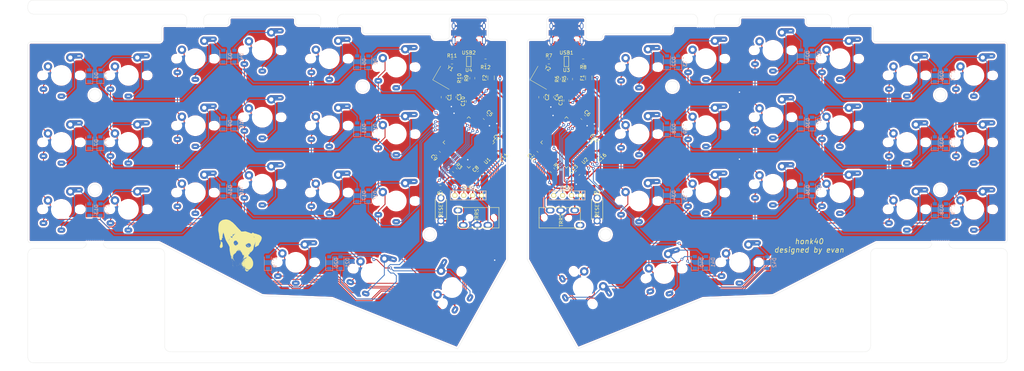
<source format=kicad_pcb>
(kicad_pcb (version 20171130) (host pcbnew "(5.1.4)-1")
  (layers (0 F.Cu signal) (31 B.Cu signal) (34 B.Paste user) (35 F.Paste user) (36 B.SilkS user) (37 F.SilkS user) (38 B.Mask user) (39 F.Mask user) (44 Edge.Cuts user))
  (net 0 "")
  (net 1 GND)
  (net 2 "Net-(C1-Pad1)")
  (net 3 GNDA)
  (net 4 "Net-(C2-Pad1)")
  (net 5 "Net-(C3-Pad1)")
  (net 6 "Net-(C4-Pad1)")
  (net 7 "Net-(C5-Pad1)")
  (net 8 "Net-(C6-Pad1)")
  (net 9 +5V)
  (net 10 +5VA)
  (net 11 "Net-(D1-Pad2)")
  (net 12 ROW0)
  (net 13 "Net-(D2-Pad2)")
  (net 14 "Net-(D3-Pad2)")
  (net 15 "Net-(D4-Pad2)")
  (net 16 "Net-(D5-Pad2)")
  (net 17 "Net-(D6-Pad2)")
  (net 18 "Net-(D7-Pad2)")
  (net 19 ROW1)
  (net 20 "Net-(D8-Pad2)")
  (net 21 "Net-(D9-Pad2)")
  (net 22 "Net-(D10-Pad2)")
  (net 23 "Net-(D11-Pad2)")
  (net 24 "Net-(D12-Pad2)")
  (net 25 "Net-(D13-Pad2)")
  (net 26 ROW3)
  (net 27 "Net-(D14-Pad2)")
  (net 28 "Net-(D15-Pad2)")
  (net 29 "Net-(D16-Pad2)")
  (net 30 "Net-(D17-Pad2)")
  (net 31 "Net-(D18-Pad2)")
  (net 32 "Net-(D19-Pad2)")
  (net 33 ROW4)
  (net 34 "Net-(D20-Pad2)")
  (net 35 "Net-(D21-Pad2)")
  (net 36 "Net-(D22-Pad2)")
  (net 37 "Net-(D23-Pad2)")
  (net 38 "Net-(D24-Pad2)")
  (net 39 "Net-(D25-Pad2)")
  (net 40 "Net-(D26-Pad2)")
  (net 41 "Net-(D27-Pad2)")
  (net 42 "Net-(D28-Pad2)")
  (net 43 ROW5)
  (net 44 "Net-(D29-Pad2)")
  (net 45 "Net-(D30-Pad2)")
  (net 46 "Net-(D31-Pad2)")
  (net 47 "Net-(D32-Pad2)")
  (net 48 "Net-(D33-Pad2)")
  (net 49 "Net-(D34-Pad2)")
  (net 50 ROW6)
  (net 51 "Net-(D35-Pad2)")
  (net 52 "Net-(D36-Pad2)")
  (net 53 "Net-(D37-Pad2)")
  (net 54 "Net-(D38-Pad2)")
  (net 55 "Net-(D39-Pad2)")
  (net 56 "Net-(D40-Pad2)")
  (net 57 ROW7)
  (net 58 "Net-(D41-Pad2)")
  (net 59 "Net-(D42-Pad2)")
  (net 60 VDD)
  (net 61 VCC)
  (net 62 "Net-(J1-PadA)")
  (net 63 DATA)
  (net 64 "Net-(J2-PadA)")
  (net 65 DATA_R)
  (net 66 COL0)
  (net 67 COL1)
  (net 68 COL2)
  (net 69 COL3)
  (net 70 COL4)
  (net 71 COL5)
  (net 72 COL6)
  (net 73 COL7)
  (net 74 COL8)
  (net 75 COL9)
  (net 76 COL10)
  (net 77 COL11)
  (net 78 SCL)
  (net 79 SDA)
  (net 80 SCL_R)
  (net 81 SDA_R)
  (net 82 "Net-(R1-Pad2)")
  (net 83 "Net-(R2-Pad2)")
  (net 84 "Net-(R3-Pad2)")
  (net 85 "Net-(R4-Pad2)")
  (net 86 "Net-(R7-Pad2)")
  (net 87 "Net-(R8-Pad2)")
  (net 88 D-)
  (net 89 D+)
  (net 90 "Net-(R11-Pad2)")
  (net 91 "Net-(R12-Pad2)")
  (net 92 "Net-(U1-Pad42)")
  (net 93 "Net-(U1-Pad32)")
  (net 94 "Net-(U1-Pad31)")
  (net 95 "Net-(U1-Pad30)")
  (net 96 "Net-(U1-Pad29)")
  (net 97 "Net-(U1-Pad28)")
  (net 98 "Net-(U1-Pad27)")
  (net 99 "Net-(U1-Pad26)")
  (net 100 "Net-(U1-Pad25)")
  (net 101 "Net-(U1-Pad22)")
  (net 102 "Net-(U1-Pad12)")
  (net 103 "Net-(U1-Pad11)")
  (net 104 "Net-(U1-Pad1)")
  (net 105 "Net-(U2-Pad42)")
  (net 106 "Net-(U2-Pad37)")
  (net 107 "Net-(U2-Pad36)")
  (net 108 "Net-(U2-Pad32)")
  (net 109 "Net-(U2-Pad31)")
  (net 110 "Net-(U2-Pad22)")
  (net 111 "Net-(U2-Pad21)")
  (net 112 "Net-(U2-Pad20)")
  (net 113 "Net-(U2-Pad19)")
  (net 114 "Net-(U2-Pad18)")
  (net 115 "Net-(U2-Pad12)")
  (net 116 "Net-(U2-Pad11)")
  (net 117 "Net-(U2-Pad1)")
  (net 118 "Net-(USB1-Pad3)")
  (net 119 "Net-(USB1-Pad9)")
  (net 120 "Net-(USB2-Pad3)")
  (net 121 "Net-(USB2-Pad9)")
  (net 122 ROW2)
  (net 123 DN)
  (net 124 DP)
  (net 125 rDN)
  (net 126 rD-)
  (net 127 rDP)
  (net 128 rD+)
  (module kbd:Breakaway_Tabs (layer F.Cu) (at 26.9875 105.56875)
    (fp_text reference REF**)
    (fp_text value Breakaway_Tabs)
    (pad "" np_thru_hole circle (at -1.1875 0) (size 0.3 0.3) (drill 0.3) (layers *.Cu *.Mask))
    (pad "" np_thru_hole circle (at -2.375 0) (size 0.3 0.3) (drill 0.3) (layers *.Cu *.Mask))
    (pad "" np_thru_hole circle (at -0.59375 0) (size 0.3 0.3) (drill 0.3) (layers *.Cu *.Mask))
    (pad "" np_thru_hole circle (at -1.78125 0) (size 0.3 0.3) (drill 0.3) (layers *.Cu *.Mask))
    (pad "" np_thru_hole circle (at 2.375 0) (size 0.3 0.3) (drill 0.3) (layers *.Cu *.Mask))
    (pad "" np_thru_hole circle (at 1.78125 0) (size 0.3 0.3) (drill 0.3) (layers *.Cu *.Mask))
    (pad "" np_thru_hole circle (at 1.1875 0) (size 0.3 0.3) (drill 0.3) (layers *.Cu *.Mask))
    (pad "" np_thru_hole circle (at 0.59375 0) (size 0.3 0.3) (drill 0.3) (layers *.Cu *.Mask))
    (pad "" np_thru_hole circle (at 0 0) (size 0.3 0.3) (drill 0.3) (layers *.Cu *.Mask))
  )
  (module kbd:Breakaway_Tabs (layer F.Cu) (at 267.49375 105.56875)
    (fp_text reference REF**)
    (fp_text value Breakaway_Tabs)
    (pad "" np_thru_hole circle (at 0 0) (size 0.3 0.3) (drill 0.3) (layers *.Cu *.Mask))
    (pad "" np_thru_hole circle (at 0.59375 0) (size 0.3 0.3) (drill 0.3) (layers *.Cu *.Mask))
    (pad "" np_thru_hole circle (at 1.1875 0) (size 0.3 0.3) (drill 0.3) (layers *.Cu *.Mask))
    (pad "" np_thru_hole circle (at 1.78125 0) (size 0.3 0.3) (drill 0.3) (layers *.Cu *.Mask))
    (pad "" np_thru_hole circle (at 2.375 0) (size 0.3 0.3) (drill 0.3) (layers *.Cu *.Mask))
    (pad "" np_thru_hole circle (at -1.78125 0) (size 0.3 0.3) (drill 0.3) (layers *.Cu *.Mask))
    (pad "" np_thru_hole circle (at -0.59375 0) (size 0.3 0.3) (drill 0.3) (layers *.Cu *.Mask))
    (pad "" np_thru_hole circle (at -2.375 0) (size 0.3 0.3) (drill 0.3) (layers *.Cu *.Mask))
    (pad "" np_thru_hole circle (at -1.1875 0) (size 0.3 0.3) (drill 0.3) (layers *.Cu *.Mask))
  )
  (module kbd:Breakaway_Tabs (layer F.Cu) (at 238.91875 43.65625)
    (fp_text reference REF**)
    (fp_text value Breakaway_Tabs)
    (pad "" np_thru_hole circle (at -1.1875 0) (size 0.3 0.3) (drill 0.3) (layers *.Cu *.Mask))
    (pad "" np_thru_hole circle (at -2.375 0) (size 0.3 0.3) (drill 0.3) (layers *.Cu *.Mask))
    (pad "" np_thru_hole circle (at -0.59375 0) (size 0.3 0.3) (drill 0.3) (layers *.Cu *.Mask))
    (pad "" np_thru_hole circle (at -1.78125 0) (size 0.3 0.3) (drill 0.3) (layers *.Cu *.Mask))
    (pad "" np_thru_hole circle (at 2.375 0) (size 0.3 0.3) (drill 0.3) (layers *.Cu *.Mask))
    (pad "" np_thru_hole circle (at 1.78125 0) (size 0.3 0.3) (drill 0.3) (layers *.Cu *.Mask))
    (pad "" np_thru_hole circle (at 1.1875 0) (size 0.3 0.3) (drill 0.3) (layers *.Cu *.Mask))
    (pad "" np_thru_hole circle (at 0.59375 0) (size 0.3 0.3) (drill 0.3) (layers *.Cu *.Mask))
    (pad "" np_thru_hole circle (at 0 0) (size 0.3 0.3) (drill 0.3) (layers *.Cu *.Mask))
  )
  (module kbd:Breakaway_Tabs (layer F.Cu) (at 200.81875 43.65625)
    (fp_text reference REF**)
    (fp_text value Breakaway_Tabs)
    (pad "" np_thru_hole circle (at -1.1875 0) (size 0.3 0.3) (drill 0.3) (layers *.Cu *.Mask))
    (pad "" np_thru_hole circle (at -2.375 0) (size 0.3 0.3) (drill 0.3) (layers *.Cu *.Mask))
    (pad "" np_thru_hole circle (at -0.59375 0) (size 0.3 0.3) (drill 0.3) (layers *.Cu *.Mask))
    (pad "" np_thru_hole circle (at -1.78125 0) (size 0.3 0.3) (drill 0.3) (layers *.Cu *.Mask))
    (pad "" np_thru_hole circle (at 2.375 0) (size 0.3 0.3) (drill 0.3) (layers *.Cu *.Mask))
    (pad "" np_thru_hole circle (at 1.78125 0) (size 0.3 0.3) (drill 0.3) (layers *.Cu *.Mask))
    (pad "" np_thru_hole circle (at 1.1875 0) (size 0.3 0.3) (drill 0.3) (layers *.Cu *.Mask))
    (pad "" np_thru_hole circle (at 0.59375 0) (size 0.3 0.3) (drill 0.3) (layers *.Cu *.Mask))
    (pad "" np_thru_hole circle (at 0 0) (size 0.3 0.3) (drill 0.3) (layers *.Cu *.Mask))
  )
  (module kbd:Breakaway_Tabs (layer F.Cu) (at 93.6625 43.65625)
    (fp_text reference J5)
    (fp_text value Breakaway_Tabs)
    (pad "" np_thru_hole circle (at 0 0) (size 0.3 0.3) (drill 0.3) (layers *.Cu *.Mask))
    (pad "" np_thru_hole circle (at 0.59375 0) (size 0.3 0.3) (drill 0.3) (layers *.Cu *.Mask))
    (pad "" np_thru_hole circle (at 1.1875 0) (size 0.3 0.3) (drill 0.3) (layers *.Cu *.Mask))
    (pad "" np_thru_hole circle (at 1.78125 0) (size 0.3 0.3) (drill 0.3) (layers *.Cu *.Mask))
    (pad "" np_thru_hole circle (at 2.375 0) (size 0.3 0.3) (drill 0.3) (layers *.Cu *.Mask))
    (pad "" np_thru_hole circle (at -1.78125 0) (size 0.3 0.3) (drill 0.3) (layers *.Cu *.Mask))
    (pad "" np_thru_hole circle (at -0.59375 0) (size 0.3 0.3) (drill 0.3) (layers *.Cu *.Mask))
    (pad "" np_thru_hole circle (at -2.375 0) (size 0.3 0.3) (drill 0.3) (layers *.Cu *.Mask))
    (pad "" np_thru_hole circle (at -1.1875 0) (size 0.3 0.3) (drill 0.3) (layers *.Cu *.Mask))
  )
  (module kbd:Breakaway_Tabs (layer F.Cu) (at 55.5625 43.65625)
    (fp_text reference J5)
    (fp_text value Breakaway_Tabs)
    (pad "" np_thru_hole circle (at -1.1875 0) (size 0.3 0.3) (drill 0.3) (layers *.Cu *.Mask))
    (pad "" np_thru_hole circle (at -2.375 0) (size 0.3 0.3) (drill 0.3) (layers *.Cu *.Mask))
    (pad "" np_thru_hole circle (at -0.59375 0) (size 0.3 0.3) (drill 0.3) (layers *.Cu *.Mask))
    (pad "" np_thru_hole circle (at -1.78125 0) (size 0.3 0.3) (drill 0.3) (layers *.Cu *.Mask))
    (pad "" np_thru_hole circle (at 2.375 0) (size 0.3 0.3) (drill 0.3) (layers *.Cu *.Mask))
    (pad "" np_thru_hole circle (at 1.78125 0) (size 0.3 0.3) (drill 0.3) (layers *.Cu *.Mask))
    (pad "" np_thru_hole circle (at 1.1875 0) (size 0.3 0.3) (drill 0.3) (layers *.Cu *.Mask))
    (pad "" np_thru_hole circle (at 0.59375 0) (size 0.3 0.3) (drill 0.3) (layers *.Cu *.Mask))
    (pad "" np_thru_hole circle (at 0 0) (size 0.3 0.3) (drill 0.3) (layers *.Cu *.Mask))
  )
  (module pcb-art:martinwithball (layer F.Cu) (at 68.2625 106.3625)
    (fp_text reference G*** hide)
    (fp_text value LOGO hide)
  )
  (module kbd:OLED (layer F.Cu) (at 157.51175 92.075)
    (fp_text reference OL2)
    (fp_text value OLED hide)
    (fp_text user OLED (at 3.75 -2.1) (layer B.SilkS) (effects (justify mirror)))
    (fp_text user OLED (at 3.8 -2.1) (layer F.SilkS))
    (pad 4 thru_hole circle (at 7.62 0) (size 1.397 1.397) (drill 0.8128) (layers *.Cu *.Mask F.SilkS) (net 3 GNDA))
    (pad 3 thru_hole circle (at 5.08 0) (size 1.397 1.397) (drill 0.8128) (layers *.Cu *.Mask F.SilkS) (net 60 VDD))
    (pad 2 thru_hole circle (at 2.54 0) (size 1.397 1.397) (drill 0.8128) (layers *.Cu *.Mask F.SilkS) (net 80 SCL_R))
    (pad 1 thru_hole circle (at 0 0) (size 1.397 1.397) (drill 0.8128) (layers *.Cu *.Mask F.SilkS) (net 81 SDA_R))
  )
  (module kbd:OLED (layer F.Cu) (at 129.38125 92.075)
    (fp_text reference OL1)
    (fp_text value OLED hide)
    (fp_text user OLED (at 3.75 -2.1) (layer B.SilkS) (effects (justify mirror)))
    (fp_text user OLED (at 3.8 -2.1) (layer F.SilkS))
    (pad 4 thru_hole circle (at 7.62 0) (size 1.397 1.397) (drill 0.8128) (layers *.Cu *.Mask F.SilkS) (net 1 GND))
    (pad 3 thru_hole circle (at 5.08 0) (size 1.397 1.397) (drill 0.8128) (layers *.Cu *.Mask F.SilkS) (net 61 VCC))
    (pad 2 thru_hole circle (at 2.54 0) (size 1.397 1.397) (drill 0.8128) (layers *.Cu *.Mask F.SilkS) (net 78 SCL))
    (pad 1 thru_hole circle (at 0 0) (size 1.397 1.397) (drill 0.8128) (layers *.Cu *.Mask F.SilkS) (net 79 SDA))
  )
  (module kbd:CherryMX_ChocV2_1.5u (layer F.Cu) (at 128.5875 118.26875 60)
    (fp_text reference MX21 hide)
    (fp_text value MX-NoLED hide)
    (pad "" np_thru_hole circle (at -5.08 0 60) (size 1.7 1.7) (drill 1.7) (layers *.Cu *.Mask))
    (pad "" np_thru_hole circle (at 5.08 0 60) (size 1.7 1.7) (drill 1.7) (layers *.Cu *.Mask))
    (pad 1 thru_hole circle (at -3.81 -2.54 60) (size 2.4 2.4) (drill 1.2) (layers *.Cu B.Mask) (net 71 COL5))
    (pad 2 thru_hole oval (at 0 5.9 60) (size 2.2 1.5) (drill oval 1 0.3) (layers *.Cu B.Mask) (net 35 "Net-(D21-Pad2)"))
    (pad "" np_thru_hole circle (at 5.5 0 150) (size 1.8 1.8) (drill 1.8) (layers *.Cu *.Mask))
    (pad "" np_thru_hole circle (at -5.5 0 150) (size 1.8 1.8) (drill 1.8) (layers *.Cu *.Mask))
    (pad "" np_thru_hole circle (at 0 0 150) (size 4.9 4.9) (drill 4.9) (layers *.Cu *.Mask))
    (pad 1 thru_hole oval (at -5.1 3.9 60) (size 2.2 1.6) (drill oval 1 0.4) (layers *.Cu B.Mask) (net 71 COL5))
    (pad 2 thru_hole oval (at 5 -5.55 60.5) (size 4.4 1.5) (drill oval 1 0.3 (offset -1.1 0)) (layers *.Cu B.Mask) (net 35 "Net-(D21-Pad2)"))
    (pad 2 thru_hole circle (at 2.54 -5.08 60) (size 2.4 2.4) (drill 1.2) (layers *.Cu B.Mask) (net 35 "Net-(D21-Pad2)"))
  )
  (module Crystal:Crystal_SMD_3225-4Pin_3.2x2.5mm_HandSoldering (layer F.Cu) (at 154.255487 58.6 330)
    (fp_text reference Y2 (at 0 -3.05 150) (layer F.SilkS))
    (fp_text value 16MHz)
    (pad 4 smd rect (at -1.45 -1.15 330) (size 2.1 1.8) (layers F.Cu F.Paste F.Mask) (net 3 GNDA))
    (pad 3 smd rect (at 1.45 -1.15 330) (size 2.1 1.8) (layers F.Cu F.Paste F.Mask) (net 6 "Net-(C4-Pad1)"))
    (pad 2 smd rect (at 1.45 1.15 330) (size 2.1 1.8) (layers F.Cu F.Paste F.Mask) (net 3 GNDA))
    (pad 1 smd rect (at -1.45 1.15 330) (size 2.1 1.8) (layers F.Cu F.Paste F.Mask) (net 4 "Net-(C2-Pad1)"))
  )
  (module Crystal:Crystal_SMD_3225-4Pin_3.2x2.5mm_HandSoldering (layer F.Cu) (at 126.5625 58.6 330)
    (fp_text reference Y1 (at 0 -3.05 150) (layer F.SilkS))
    (fp_text value 16MHz)
    (pad 1 smd rect (at -1.45 1.15 330) (size 2.1 1.8) (layers F.Cu F.Paste F.Mask) (net 2 "Net-(C1-Pad1)"))
    (pad 2 smd rect (at 1.45 1.15 330) (size 2.1 1.8) (layers F.Cu F.Paste F.Mask) (net 1 GND))
    (pad 3 smd rect (at 1.45 -1.15 330) (size 2.1 1.8) (layers F.Cu F.Paste F.Mask) (net 5 "Net-(C3-Pad1)"))
    (pad 4 smd rect (at -1.45 -1.15 330) (size 2.1 1.8) (layers F.Cu F.Paste F.Mask) (net 1 GND))
  )
  (module Type-C:HRO-TYPE-C-31-M-12-HandSoldering (layer F.Cu) (at 133.35 41.275 180)
    (fp_text reference USB2 (at 0 -10.2) (layer F.SilkS))
    (fp_text value HRO-TYPE-C-31-M-12)
    (pad 13 thru_hole oval (at 4.32 -2.6 180) (size 1 1.6) (drill oval 0.6 1.2) (layers *.Cu B.Mask) (net 1 GND))
    (pad 13 thru_hole oval (at -4.32 -2.6 180) (size 1 1.6) (drill oval 0.6 1.2) (layers *.Cu B.Mask) (net 1 GND))
    (pad 13 thru_hole oval (at 4.32 -6.78 180) (size 1 2.1) (drill oval 0.6 1.7) (layers *.Cu B.Mask) (net 1 GND))
    (pad 13 thru_hole oval (at -4.32 -6.78 180) (size 1 2.1) (drill oval 0.6 1.7) (layers *.Cu B.Mask) (net 1 GND))
    (pad "" np_thru_hole circle (at -2.89 -6.25 180) (size 0.65 0.65) (drill 0.65) (layers *.Cu *.Mask))
    (pad "" np_thru_hole circle (at 2.89 -6.25 180) (size 0.65 0.65) (drill 0.65) (layers *.Cu *.Mask))
    (pad 6 smd rect (at -0.25 -8.195 180) (size 0.3 2.45) (layers F.Cu F.Paste F.Mask) (net 124 DP))
    (pad 7 smd rect (at 0.25 -8.195 180) (size 0.3 2.45) (layers F.Cu F.Paste F.Mask) (net 123 DN))
    (pad 8 smd rect (at 0.75 -8.195 180) (size 0.3 2.45) (layers F.Cu F.Paste F.Mask) (net 124 DP))
    (pad 5 smd rect (at -0.75 -8.195 180) (size 0.3 2.45) (layers F.Cu F.Paste F.Mask) (net 123 DN))
    (pad 9 smd rect (at 1.25 -8.195 180) (size 0.3 2.45) (layers F.Cu F.Paste F.Mask) (net 121 "Net-(USB2-Pad9)"))
    (pad 4 smd rect (at -1.25 -8.195 180) (size 0.3 2.45) (layers F.Cu F.Paste F.Mask) (net 91 "Net-(R12-Pad2)"))
    (pad 10 smd rect (at 1.75 -8.195 180) (size 0.3 2.45) (layers F.Cu F.Paste F.Mask) (net 90 "Net-(R11-Pad2)"))
    (pad 3 smd rect (at -1.75 -8.195 180) (size 0.3 2.45) (layers F.Cu F.Paste F.Mask) (net 120 "Net-(USB2-Pad3)"))
    (pad 2 smd rect (at -2.45 -8.195 180) (size 0.6 2.45) (layers F.Cu F.Paste F.Mask) (net 61 VCC))
    (pad 11 smd rect (at 2.45 -8.195 180) (size 0.6 2.45) (layers F.Cu F.Paste F.Mask) (net 61 VCC))
    (pad 1 smd rect (at -3.225 -8.195 180) (size 0.6 2.45) (layers F.Cu F.Paste F.Mask) (net 1 GND))
    (pad 12 smd rect (at 3.225 -8.195 180) (size 0.6 2.45) (layers F.Cu F.Paste F.Mask) (net 1 GND))
  )
  (module Type-C:HRO-TYPE-C-31-M-12-HandSoldering (layer F.Cu) (at 161.13125 41.275 180)
    (fp_text reference USB1 (at 0 -10.2) (layer F.SilkS))
    (fp_text value HRO-TYPE-C-31-M-12)
    (pad 13 thru_hole oval (at 4.32 -2.6 180) (size 1 1.6) (drill oval 0.6 1.2) (layers *.Cu B.Mask) (net 3 GNDA))
    (pad 13 thru_hole oval (at -4.32 -2.6 180) (size 1 1.6) (drill oval 0.6 1.2) (layers *.Cu B.Mask) (net 3 GNDA))
    (pad 13 thru_hole oval (at 4.32 -6.78 180) (size 1 2.1) (drill oval 0.6 1.7) (layers *.Cu B.Mask) (net 3 GNDA))
    (pad 13 thru_hole oval (at -4.32 -6.78 180) (size 1 2.1) (drill oval 0.6 1.7) (layers *.Cu B.Mask) (net 3 GNDA))
    (pad "" np_thru_hole circle (at -2.89 -6.25 180) (size 0.65 0.65) (drill 0.65) (layers *.Cu *.Mask))
    (pad "" np_thru_hole circle (at 2.89 -6.25 180) (size 0.65 0.65) (drill 0.65) (layers *.Cu *.Mask))
    (pad 6 smd rect (at -0.25 -8.195 180) (size 0.3 2.45) (layers F.Cu F.Paste F.Mask) (net 127 rDP))
    (pad 7 smd rect (at 0.25 -8.195 180) (size 0.3 2.45) (layers F.Cu F.Paste F.Mask) (net 125 rDN))
    (pad 8 smd rect (at 0.75 -8.195 180) (size 0.3 2.45) (layers F.Cu F.Paste F.Mask) (net 127 rDP))
    (pad 5 smd rect (at -0.75 -8.195 180) (size 0.3 2.45) (layers F.Cu F.Paste F.Mask) (net 125 rDN))
    (pad 9 smd rect (at 1.25 -8.195 180) (size 0.3 2.45) (layers F.Cu F.Paste F.Mask) (net 119 "Net-(USB1-Pad9)"))
    (pad 4 smd rect (at -1.25 -8.195 180) (size 0.3 2.45) (layers F.Cu F.Paste F.Mask) (net 87 "Net-(R8-Pad2)"))
    (pad 10 smd rect (at 1.75 -8.195 180) (size 0.3 2.45) (layers F.Cu F.Paste F.Mask) (net 86 "Net-(R7-Pad2)"))
    (pad 3 smd rect (at -1.75 -8.195 180) (size 0.3 2.45) (layers F.Cu F.Paste F.Mask) (net 118 "Net-(USB1-Pad3)"))
    (pad 2 smd rect (at -2.45 -8.195 180) (size 0.6 2.45) (layers F.Cu F.Paste F.Mask) (net 60 VDD))
    (pad 11 smd rect (at 2.45 -8.195 180) (size 0.6 2.45) (layers F.Cu F.Paste F.Mask) (net 60 VDD))
    (pad 1 smd rect (at -3.225 -8.195 180) (size 0.6 2.45) (layers F.Cu F.Paste F.Mask) (net 3 GNDA))
    (pad 12 smd rect (at 3.225 -8.195 180) (size 0.6 2.45) (layers F.Cu F.Paste F.Mask) (net 3 GNDA))
  )
  (module random-keyboard-parts:SOT143B (layer F.Cu) (at 133.35 53.975)
    (fp_text reference U4 (at 0 2.45) (layer F.SilkS))
    (fp_text value PRTR5V0U2X)
    (pad 1 smd rect (at -1 -0.75 270) (size 1 0.7) (layers F.Cu F.Paste F.Mask) (net 1 GND))
    (pad 4 smd rect (at 1 -0.95 270) (size 0.6 0.7) (layers F.Cu F.Paste F.Mask) (net 61 VCC))
    (pad 2 smd rect (at -1 0.95 270) (size 0.6 0.7) (layers F.Cu F.Paste F.Mask) (net 124 DP))
    (pad 3 smd rect (at 1 0.95 270) (size 0.6 0.7) (layers F.Cu F.Paste F.Mask) (net 123 DN))
  )
  (module random-keyboard-parts:SOT143B (layer F.Cu) (at 161.13125 53.975)
    (fp_text reference U3 (at 0 2.45) (layer F.SilkS))
    (fp_text value PRTR5V0U2X)
    (pad 1 smd rect (at -1 -0.75 270) (size 1 0.7) (layers F.Cu F.Paste F.Mask) (net 3 GNDA))
    (pad 4 smd rect (at 1 -0.95 270) (size 0.6 0.7) (layers F.Cu F.Paste F.Mask) (net 60 VDD))
    (pad 2 smd rect (at -1 0.95 270) (size 0.6 0.7) (layers F.Cu F.Paste F.Mask) (net 127 rDP))
    (pad 3 smd rect (at 1 0.95 270) (size 0.6 0.7) (layers F.Cu F.Paste F.Mask) (net 125 rDN))
  )
  (module Package_QFP:TQFP-44_10x10mm_P0.8mm (layer F.Cu) (at 161.13125 76.99375 225)
    (fp_text reference U2 (at 0 -7.45 45) (layer F.SilkS))
    (fp_text value ATmega32U4-AU)
    (pad 44 smd rect (at -4 -5.7 315) (size 1.5 0.55) (layers F.Cu F.Paste F.Mask) (net 10 +5VA))
    (pad 43 smd rect (at -3.2 -5.7 315) (size 1.5 0.55) (layers F.Cu F.Paste F.Mask) (net 3 GNDA))
    (pad 42 smd rect (at -2.4 -5.7 315) (size 1.5 0.55) (layers F.Cu F.Paste F.Mask) (net 105 "Net-(U2-Pad42)"))
    (pad 41 smd rect (at -1.6 -5.7 315) (size 1.5 0.55) (layers F.Cu F.Paste F.Mask) (net 33 ROW4))
    (pad 40 smd rect (at -0.8 -5.7 315) (size 1.5 0.55) (layers F.Cu F.Paste F.Mask) (net 43 ROW5))
    (pad 39 smd rect (at 0 -5.7 315) (size 1.5 0.55) (layers F.Cu F.Paste F.Mask) (net 50 ROW6))
    (pad 38 smd rect (at 0.8 -5.7 315) (size 1.5 0.55) (layers F.Cu F.Paste F.Mask) (net 57 ROW7))
    (pad 37 smd rect (at 1.6 -5.7 315) (size 1.5 0.55) (layers F.Cu F.Paste F.Mask) (net 106 "Net-(U2-Pad37)"))
    (pad 36 smd rect (at 2.4 -5.7 315) (size 1.5 0.55) (layers F.Cu F.Paste F.Mask) (net 107 "Net-(U2-Pad36)"))
    (pad 35 smd rect (at 3.2 -5.7 315) (size 1.5 0.55) (layers F.Cu F.Paste F.Mask) (net 3 GNDA))
    (pad 34 smd rect (at 4 -5.7 315) (size 1.5 0.55) (layers F.Cu F.Paste F.Mask) (net 10 +5VA))
    (pad 33 smd rect (at 5.7 -4 225) (size 1.5 0.55) (layers F.Cu F.Paste F.Mask) (net 85 "Net-(R4-Pad2)"))
    (pad 32 smd rect (at 5.7 -3.2 225) (size 1.5 0.55) (layers F.Cu F.Paste F.Mask) (net 108 "Net-(U2-Pad32)"))
    (pad 31 smd rect (at 5.7 -2.4 225) (size 1.5 0.55) (layers F.Cu F.Paste F.Mask) (net 109 "Net-(U2-Pad31)"))
    (pad 30 smd rect (at 5.7 -1.6 225) (size 1.5 0.55) (layers F.Cu F.Paste F.Mask) (net 72 COL6))
    (pad 29 smd rect (at 5.7 -0.8 225) (size 1.5 0.55) (layers F.Cu F.Paste F.Mask) (net 73 COL7))
    (pad 28 smd rect (at 5.7 0 225) (size 1.5 0.55) (layers F.Cu F.Paste F.Mask) (net 74 COL8))
    (pad 27 smd rect (at 5.7 0.8 225) (size 1.5 0.55) (layers F.Cu F.Paste F.Mask) (net 75 COL9))
    (pad 26 smd rect (at 5.7 1.6 225) (size 1.5 0.55) (layers F.Cu F.Paste F.Mask) (net 76 COL10))
    (pad 25 smd rect (at 5.7 2.4 225) (size 1.5 0.55) (layers F.Cu F.Paste F.Mask) (net 77 COL11))
    (pad 24 smd rect (at 5.7 3.2 225) (size 1.5 0.55) (layers F.Cu F.Paste F.Mask) (net 10 +5VA))
    (pad 23 smd rect (at 5.7 4 225) (size 1.5 0.55) (layers F.Cu F.Paste F.Mask) (net 3 GNDA))
    (pad 22 smd rect (at 4 5.7 315) (size 1.5 0.55) (layers F.Cu F.Paste F.Mask) (net 110 "Net-(U2-Pad22)"))
    (pad 21 smd rect (at 3.2 5.7 315) (size 1.5 0.55) (layers F.Cu F.Paste F.Mask) (net 111 "Net-(U2-Pad21)"))
    (pad 20 smd rect (at 2.4 5.7 315) (size 1.5 0.55) (layers F.Cu F.Paste F.Mask) (net 112 "Net-(U2-Pad20)"))
    (pad 19 smd rect (at 1.6 5.7 315) (size 1.5 0.55) (layers F.Cu F.Paste F.Mask) (net 113 "Net-(U2-Pad19)"))
    (pad 18 smd rect (at 0.8 5.7 315) (size 1.5 0.55) (layers F.Cu F.Paste F.Mask) (net 114 "Net-(U2-Pad18)"))
    (pad 17 smd rect (at 0 5.7 315) (size 1.5 0.55) (layers F.Cu F.Paste F.Mask) (net 4 "Net-(C2-Pad1)"))
    (pad 16 smd rect (at -0.8 5.7 315) (size 1.5 0.55) (layers F.Cu F.Paste F.Mask) (net 6 "Net-(C4-Pad1)"))
    (pad 15 smd rect (at -1.6 5.7 315) (size 1.5 0.55) (layers F.Cu F.Paste F.Mask) (net 3 GNDA))
    (pad 14 smd rect (at -2.4 5.7 315) (size 1.5 0.55) (layers F.Cu F.Paste F.Mask) (net 10 +5VA))
    (pad 13 smd rect (at -3.2 5.7 315) (size 1.5 0.55) (layers F.Cu F.Paste F.Mask) (net 83 "Net-(R2-Pad2)"))
    (pad 12 smd rect (at -4 5.7 315) (size 1.5 0.55) (layers F.Cu F.Paste F.Mask) (net 115 "Net-(U2-Pad12)"))
    (pad 11 smd rect (at -5.7 4 225) (size 1.5 0.55) (layers F.Cu F.Paste F.Mask) (net 116 "Net-(U2-Pad11)"))
    (pad 10 smd rect (at -5.7 3.2 225) (size 1.5 0.55) (layers F.Cu F.Paste F.Mask) (net 65 DATA_R))
    (pad 9 smd rect (at -5.7 2.4 225) (size 1.5 0.55) (layers F.Cu F.Paste F.Mask) (net 81 SDA_R))
    (pad 8 smd rect (at -5.7 1.6 225) (size 1.5 0.55) (layers F.Cu F.Paste F.Mask) (net 80 SCL_R))
    (pad 7 smd rect (at -5.7 0.8 225) (size 1.5 0.55) (layers F.Cu F.Paste F.Mask) (net 10 +5VA))
    (pad 6 smd rect (at -5.7 0 225) (size 1.5 0.55) (layers F.Cu F.Paste F.Mask) (net 8 "Net-(C6-Pad1)"))
    (pad 5 smd rect (at -5.7 -0.8 225) (size 1.5 0.55) (layers F.Cu F.Paste F.Mask) (net 3 GNDA))
    (pad 4 smd rect (at -5.7 -1.6 225) (size 1.5 0.55) (layers F.Cu F.Paste F.Mask) (net 128 rD+))
    (pad 3 smd rect (at -5.7 -2.4 225) (size 1.5 0.55) (layers F.Cu F.Paste F.Mask) (net 126 rD-))
    (pad 2 smd rect (at -5.7 -3.2 225) (size 1.5 0.55) (layers F.Cu F.Paste F.Mask) (net 10 +5VA))
    (pad 1 smd rect (at -5.7 -4 225) (size 1.5 0.55) (layers F.Cu F.Paste F.Mask) (net 117 "Net-(U2-Pad1)"))
  )
  (module Package_QFP:TQFP-44_10x10mm_P0.8mm (layer F.Cu) (at 133.35 76.99375 225)
    (fp_text reference U1 (at 0 -7.45 45) (layer F.SilkS))
    (fp_text value ATmega32U4-AU)
    (pad 1 smd rect (at -5.7 -4 225) (size 1.5 0.55) (layers F.Cu F.Paste F.Mask) (net 104 "Net-(U1-Pad1)"))
    (pad 2 smd rect (at -5.7 -3.2 225) (size 1.5 0.55) (layers F.Cu F.Paste F.Mask) (net 9 +5V))
    (pad 3 smd rect (at -5.7 -2.4 225) (size 1.5 0.55) (layers F.Cu F.Paste F.Mask) (net 88 D-))
    (pad 4 smd rect (at -5.7 -1.6 225) (size 1.5 0.55) (layers F.Cu F.Paste F.Mask) (net 89 D+))
    (pad 5 smd rect (at -5.7 -0.8 225) (size 1.5 0.55) (layers F.Cu F.Paste F.Mask) (net 1 GND))
    (pad 6 smd rect (at -5.7 0 225) (size 1.5 0.55) (layers F.Cu F.Paste F.Mask) (net 7 "Net-(C5-Pad1)"))
    (pad 7 smd rect (at -5.7 0.8 225) (size 1.5 0.55) (layers F.Cu F.Paste F.Mask) (net 9 +5V))
    (pad 8 smd rect (at -5.7 1.6 225) (size 1.5 0.55) (layers F.Cu F.Paste F.Mask) (net 78 SCL))
    (pad 9 smd rect (at -5.7 2.4 225) (size 1.5 0.55) (layers F.Cu F.Paste F.Mask) (net 79 SDA))
    (pad 10 smd rect (at -5.7 3.2 225) (size 1.5 0.55) (layers F.Cu F.Paste F.Mask) (net 63 DATA))
    (pad 11 smd rect (at -5.7 4 225) (size 1.5 0.55) (layers F.Cu F.Paste F.Mask) (net 103 "Net-(U1-Pad11)"))
    (pad 12 smd rect (at -4 5.7 315) (size 1.5 0.55) (layers F.Cu F.Paste F.Mask) (net 102 "Net-(U1-Pad12)"))
    (pad 13 smd rect (at -3.2 5.7 315) (size 1.5 0.55) (layers F.Cu F.Paste F.Mask) (net 82 "Net-(R1-Pad2)"))
    (pad 14 smd rect (at -2.4 5.7 315) (size 1.5 0.55) (layers F.Cu F.Paste F.Mask) (net 9 +5V))
    (pad 15 smd rect (at -1.6 5.7 315) (size 1.5 0.55) (layers F.Cu F.Paste F.Mask) (net 1 GND))
    (pad 16 smd rect (at -0.8 5.7 315) (size 1.5 0.55) (layers F.Cu F.Paste F.Mask) (net 5 "Net-(C3-Pad1)"))
    (pad 17 smd rect (at 0 5.7 315) (size 1.5 0.55) (layers F.Cu F.Paste F.Mask) (net 2 "Net-(C1-Pad1)"))
    (pad 18 smd rect (at 0.8 5.7 315) (size 1.5 0.55) (layers F.Cu F.Paste F.Mask) (net 12 ROW0))
    (pad 19 smd rect (at 1.6 5.7 315) (size 1.5 0.55) (layers F.Cu F.Paste F.Mask) (net 19 ROW1))
    (pad 20 smd rect (at 2.4 5.7 315) (size 1.5 0.55) (layers F.Cu F.Paste F.Mask) (net 122 ROW2))
    (pad 21 smd rect (at 3.2 5.7 315) (size 1.5 0.55) (layers F.Cu F.Paste F.Mask) (net 26 ROW3))
    (pad 22 smd rect (at 4 5.7 315) (size 1.5 0.55) (layers F.Cu F.Paste F.Mask) (net 101 "Net-(U1-Pad22)"))
    (pad 23 smd rect (at 5.7 4 225) (size 1.5 0.55) (layers F.Cu F.Paste F.Mask) (net 1 GND))
    (pad 24 smd rect (at 5.7 3.2 225) (size 1.5 0.55) (layers F.Cu F.Paste F.Mask) (net 9 +5V))
    (pad 25 smd rect (at 5.7 2.4 225) (size 1.5 0.55) (layers F.Cu F.Paste F.Mask) (net 100 "Net-(U1-Pad25)"))
    (pad 26 smd rect (at 5.7 1.6 225) (size 1.5 0.55) (layers F.Cu F.Paste F.Mask) (net 99 "Net-(U1-Pad26)"))
    (pad 27 smd rect (at 5.7 0.8 225) (size 1.5 0.55) (layers F.Cu F.Paste F.Mask) (net 98 "Net-(U1-Pad27)"))
    (pad 28 smd rect (at 5.7 0 225) (size 1.5 0.55) (layers F.Cu F.Paste F.Mask) (net 97 "Net-(U1-Pad28)"))
    (pad 29 smd rect (at 5.7 -0.8 225) (size 1.5 0.55) (layers F.Cu F.Paste F.Mask) (net 96 "Net-(U1-Pad29)"))
    (pad 30 smd rect (at 5.7 -1.6 225) (size 1.5 0.55) (layers F.Cu F.Paste F.Mask) (net 95 "Net-(U1-Pad30)"))
    (pad 31 smd rect (at 5.7 -2.4 225) (size 1.5 0.55) (layers F.Cu F.Paste F.Mask) (net 94 "Net-(U1-Pad31)"))
    (pad 32 smd rect (at 5.7 -3.2 225) (size 1.5 0.55) (layers F.Cu F.Paste F.Mask) (net 93 "Net-(U1-Pad32)"))
    (pad 33 smd rect (at 5.7 -4 225) (size 1.5 0.55) (layers F.Cu F.Paste F.Mask) (net 84 "Net-(R3-Pad2)"))
    (pad 34 smd rect (at 4 -5.7 315) (size 1.5 0.55) (layers F.Cu F.Paste F.Mask) (net 9 +5V))
    (pad 35 smd rect (at 3.2 -5.7 315) (size 1.5 0.55) (layers F.Cu F.Paste F.Mask) (net 1 GND))
    (pad 36 smd rect (at 2.4 -5.7 315) (size 1.5 0.55) (layers F.Cu F.Paste F.Mask) (net 71 COL5))
    (pad 37 smd rect (at 1.6 -5.7 315) (size 1.5 0.55) (layers F.Cu F.Paste F.Mask) (net 70 COL4))
    (pad 38 smd rect (at 0.8 -5.7 315) (size 1.5 0.55) (layers F.Cu F.Paste F.Mask) (net 69 COL3))
    (pad 39 smd rect (at 0 -5.7 315) (size 1.5 0.55) (layers F.Cu F.Paste F.Mask) (net 68 COL2))
    (pad 40 smd rect (at -0.8 -5.7 315) (size 1.5 0.55) (layers F.Cu F.Paste F.Mask) (net 67 COL1))
    (pad 41 smd rect (at -1.6 -5.7 315) (size 1.5 0.55) (layers F.Cu F.Paste F.Mask) (net 66 COL0))
    (pad 42 smd rect (at -2.4 -5.7 315) (size 1.5 0.55) (layers F.Cu F.Paste F.Mask) (net 92 "Net-(U1-Pad42)"))
    (pad 43 smd rect (at -3.2 -5.7 315) (size 1.5 0.55) (layers F.Cu F.Paste F.Mask) (net 1 GND))
    (pad 44 smd rect (at -4 -5.7 315) (size 1.5 0.55) (layers F.Cu F.Paste F.Mask) (net 9 +5V))
  )
  (module kbd:ResetSW_1side (layer F.Cu) (at 169.8625 96.04375 270)
    (fp_text reference SW2 hide)
    (fp_text value SW_Push)
    (fp_text user RESET (at 0 0 90) (layer F.SilkS))
    (pad 2 thru_hole circle (at -3.25 0 270) (size 2 2) (drill 1.3) (layers *.Cu B.Mask) (net 83 "Net-(R2-Pad2)"))
    (pad 1 thru_hole circle (at 3.25 0 270) (size 2 2) (drill 1.3) (layers *.Cu B.Mask) (net 3 GNDA))
  )
  (module kbd:ResetSW_1side (layer F.Cu) (at 125.4125 96.04375 270)
    (fp_text reference SW1 hide)
    (fp_text value SW_Push)
    (fp_text user RESET (at 0 0 90) (layer F.SilkS))
    (pad 2 thru_hole circle (at -3.25 0 270) (size 2 2) (drill 1.3) (layers *.Cu B.Mask) (net 82 "Net-(R1-Pad2)"))
    (pad 1 thru_hole circle (at 3.25 0 270) (size 2 2) (drill 1.3) (layers *.Cu B.Mask) (net 1 GND))
  )
  (module Resistor_SMD:R_0805_2012Metric_Pad1.15x1.40mm_HandSolder (layer F.Cu) (at 138.1125 53.975 180)
    (fp_text reference R12 (at 0 -1.65) (layer F.SilkS))
    (fp_text value 5.1k)
    (pad 2 smd roundrect (at 1.025 0 180) (size 1.15 1.4) (layers F.Cu F.Paste F.Mask) (roundrect_rratio 0.217391) (net 91 "Net-(R12-Pad2)"))
    (pad 1 smd roundrect (at -1.025 0 180) (size 1.15 1.4) (layers F.Cu F.Paste F.Mask) (roundrect_rratio 0.217391) (net 1 GND))
  )
  (module Resistor_SMD:R_0805_2012Metric_Pad1.15x1.40mm_HandSolder (layer F.Cu) (at 128.5875 53.975)
    (fp_text reference R11 (at 0 -1.65) (layer F.SilkS))
    (fp_text value 5.1k)
    (pad 2 smd roundrect (at 1.025 0) (size 1.15 1.4) (layers F.Cu F.Paste F.Mask) (roundrect_rratio 0.217391) (net 90 "Net-(R11-Pad2)"))
    (pad 1 smd roundrect (at -1.025 0) (size 1.15 1.4) (layers F.Cu F.Paste F.Mask) (roundrect_rratio 0.217391) (net 1 GND))
  )
  (module Resistor_SMD:R_0805_2012Metric_Pad1.15x1.40mm_HandSolder (layer F.Cu) (at 132.334 58.7375 90)
    (fp_text reference R10 (at 0 -1.65 90) (layer F.SilkS))
    (fp_text value 22)
    (pad 2 smd roundrect (at 1.025 0 90) (size 1.15 1.4) (layers F.Cu F.Paste F.Mask) (roundrect_rratio 0.217391) (net 124 DP))
    (pad 1 smd roundrect (at -1.025 0 90) (size 1.15 1.4) (layers F.Cu F.Paste F.Mask) (roundrect_rratio 0.217391) (net 89 D+))
  )
  (module Resistor_SMD:R_0805_2012Metric_Pad1.15x1.40mm_HandSolder (layer F.Cu) (at 134.366 58.7375 90)
    (fp_text reference R9 (at 0 -1.65 90) (layer F.SilkS))
    (fp_text value 22)
    (pad 2 smd roundrect (at 1.025 0 90) (size 1.15 1.4) (layers F.Cu F.Paste F.Mask) (roundrect_rratio 0.217391) (net 123 DN))
    (pad 1 smd roundrect (at -1.025 0 90) (size 1.15 1.4) (layers F.Cu F.Paste F.Mask) (roundrect_rratio 0.217391) (net 88 D-))
  )
  (module Resistor_SMD:R_0805_2012Metric_Pad1.15x1.40mm_HandSolder (layer F.Cu) (at 165.89375 53.975 180)
    (fp_text reference R8 (at 0 -1.65) (layer F.SilkS))
    (fp_text value 5.1k)
    (pad 2 smd roundrect (at 1.025 0 180) (size 1.15 1.4) (layers F.Cu F.Paste F.Mask) (roundrect_rratio 0.217391) (net 87 "Net-(R8-Pad2)"))
    (pad 1 smd roundrect (at -1.025 0 180) (size 1.15 1.4) (layers F.Cu F.Paste F.Mask) (roundrect_rratio 0.217391) (net 3 GNDA))
  )
  (module Resistor_SMD:R_0805_2012Metric_Pad1.15x1.40mm_HandSolder (layer F.Cu) (at 156.1375 53.975)
    (fp_text reference R7 (at 0 -1.65) (layer F.SilkS))
    (fp_text value 5.1k)
    (pad 2 smd roundrect (at 1.025 0) (size 1.15 1.4) (layers F.Cu F.Paste F.Mask) (roundrect_rratio 0.217391) (net 86 "Net-(R7-Pad2)"))
    (pad 1 smd roundrect (at -1.025 0) (size 1.15 1.4) (layers F.Cu F.Paste F.Mask) (roundrect_rratio 0.217391) (net 3 GNDA))
  )
  (module Resistor_SMD:R_0805_2012Metric_Pad1.15x1.40mm_HandSolder (layer F.Cu) (at 160.11525 58.96875 90)
    (fp_text reference R6 (at 0 -1.65 90) (layer F.SilkS))
    (fp_text value 22)
    (pad 2 smd roundrect (at 1.025 0 90) (size 1.15 1.4) (layers F.Cu F.Paste F.Mask) (roundrect_rratio 0.217391) (net 127 rDP))
    (pad 1 smd roundrect (at -1.025 0 90) (size 1.15 1.4) (layers F.Cu F.Paste F.Mask) (roundrect_rratio 0.217391) (net 128 rD+))
  )
  (module Resistor_SMD:R_0805_2012Metric_Pad1.15x1.40mm_HandSolder (layer F.Cu) (at 162.14725 58.96875 90)
    (fp_text reference R5 (at 0 -1.65 90) (layer F.SilkS))
    (fp_text value 22)
    (pad 2 smd roundrect (at 1.025 0 90) (size 1.15 1.4) (layers F.Cu F.Paste F.Mask) (roundrect_rratio 0.217391) (net 125 rDN))
    (pad 1 smd roundrect (at -1.025 0 90) (size 1.15 1.4) (layers F.Cu F.Paste F.Mask) (roundrect_rratio 0.217391) (net 126 rD-))
  )
  (module Resistor_SMD:R_0805_2012Metric_Pad1.15x1.40mm_HandSolder (layer F.Cu) (at 157.1625 84.93125 315)
    (fp_text reference R4 (at 0 -1.65 135) (layer F.SilkS))
    (fp_text value 10k)
    (pad 2 smd roundrect (at 1.025 0 315) (size 1.15 1.4) (layers F.Cu F.Paste F.Mask) (roundrect_rratio 0.217391) (net 85 "Net-(R4-Pad2)"))
    (pad 1 smd roundrect (at -1.025 0 315) (size 1.15 1.4) (layers F.Cu F.Paste F.Mask) (roundrect_rratio 0.217391) (net 3 GNDA))
  )
  (module Resistor_SMD:R_0805_2012Metric_Pad1.15x1.40mm_HandSolder (layer F.Cu) (at 129.38125 84.93125 315)
    (fp_text reference R3 (at 0 -1.65 135) (layer F.SilkS))
    (fp_text value 10k)
    (pad 2 smd roundrect (at 1.025 0 315) (size 1.15 1.4) (layers F.Cu F.Paste F.Mask) (roundrect_rratio 0.217391) (net 84 "Net-(R3-Pad2)"))
    (pad 1 smd roundrect (at -1.025 0 315) (size 1.15 1.4) (layers F.Cu F.Paste F.Mask) (roundrect_rratio 0.217391) (net 1 GND))
  )
  (module Resistor_SMD:R_0805_2012Metric_Pad1.15x1.40mm_HandSolder (layer F.Cu) (at 169.804466 89.826216 180)
    (fp_text reference R2 (at 0 -1.65) (layer F.SilkS))
    (fp_text value 10k)
    (pad 2 smd roundrect (at 1.025 0 180) (size 1.15 1.4) (layers F.Cu F.Paste F.Mask) (roundrect_rratio 0.217391) (net 83 "Net-(R2-Pad2)"))
    (pad 1 smd roundrect (at -1.025 0 180) (size 1.15 1.4) (layers F.Cu F.Paste F.Mask) (roundrect_rratio 0.217391) (net 10 +5VA))
  )
  (module Resistor_SMD:R_0805_2012Metric_Pad1.15x1.40mm_HandSolder (layer F.Cu) (at 125.275 89.98 180)
    (fp_text reference R1 (at 0 -1.65) (layer F.SilkS))
    (fp_text value 10k)
    (pad 2 smd roundrect (at 1.025 0 180) (size 1.15 1.4) (layers F.Cu F.Paste F.Mask) (roundrect_rratio 0.217391) (net 82 "Net-(R1-Pad2)"))
    (pad 1 smd roundrect (at -1.025 0 180) (size 1.15 1.4) (layers F.Cu F.Paste F.Mask) (roundrect_rratio 0.217391) (net 9 +5V))
  )
  (module kbd:CherryMX_ChocV2_1u (layer F.Cu) (at 210.34375 111.125)
    (fp_text reference MX42 hide)
    (fp_text value MX-NoLED hide)
    (pad "" np_thru_hole circle (at -5.08 0) (size 1.7 1.7) (drill 1.7) (layers *.Cu *.Mask))
    (pad "" np_thru_hole circle (at 5.08 0) (size 1.7 1.7) (drill 1.7) (layers *.Cu *.Mask))
    (pad 1 thru_hole circle (at -3.81 -2.54) (size 2.4 2.4) (drill 1.2) (layers *.Cu B.Mask) (net 74 COL8))
    (pad 2 thru_hole oval (at 0 5.9) (size 2.2 1.5) (drill oval 1 0.3) (layers *.Cu B.Mask) (net 59 "Net-(D42-Pad2)"))
    (pad "" np_thru_hole circle (at 5.5 0 90) (size 1.8 1.8) (drill 1.8) (layers *.Cu *.Mask))
    (pad "" np_thru_hole circle (at -5.5 0 90) (size 1.8 1.8) (drill 1.8) (layers *.Cu *.Mask))
    (pad "" np_thru_hole circle (at 0 0 90) (size 4.9 4.9) (drill 4.9) (layers *.Cu *.Mask))
    (pad 1 thru_hole oval (at -5.1 3.9) (size 2.2 1.6) (drill oval 1 0.4) (layers *.Cu B.Mask) (net 74 COL8))
    (pad 2 thru_hole oval (at 5 -5.55 0.5) (size 4.4 1.5) (drill oval 1 0.3 (offset -1.1 0)) (layers *.Cu B.Mask) (net 59 "Net-(D42-Pad2)"))
    (pad 2 thru_hole circle (at 2.54 -5.08) (size 2.4 2.4) (drill 1.2) (layers *.Cu B.Mask) (net 59 "Net-(D42-Pad2)"))
  )
  (module kbd:CherryMX_ChocV2_1u (layer F.Cu) (at 188.9125 114.3 15)
    (fp_text reference MX41 hide)
    (fp_text value MX-NoLED hide)
    (pad "" np_thru_hole circle (at -5.08 0 15) (size 1.7 1.7) (drill 1.7) (layers *.Cu *.Mask))
    (pad "" np_thru_hole circle (at 5.08 0 15) (size 1.7 1.7) (drill 1.7) (layers *.Cu *.Mask))
    (pad 1 thru_hole circle (at -3.81 -2.54 15) (size 2.4 2.4) (drill 1.2) (layers *.Cu B.Mask) (net 73 COL7))
    (pad 2 thru_hole oval (at 0 5.9 15) (size 2.2 1.5) (drill oval 1 0.3) (layers *.Cu B.Mask) (net 58 "Net-(D41-Pad2)"))
    (pad "" np_thru_hole circle (at 5.5 0 105) (size 1.8 1.8) (drill 1.8) (layers *.Cu *.Mask))
    (pad "" np_thru_hole circle (at -5.5 0 105) (size 1.8 1.8) (drill 1.8) (layers *.Cu *.Mask))
    (pad "" np_thru_hole circle (at 0 0 105) (size 4.9 4.9) (drill 4.9) (layers *.Cu *.Mask))
    (pad 1 thru_hole oval (at -5.1 3.9 15) (size 2.2 1.6) (drill oval 1 0.4) (layers *.Cu B.Mask) (net 73 COL7))
    (pad 2 thru_hole oval (at 5 -5.55 15.5) (size 4.4 1.5) (drill oval 1 0.3 (offset -1.1 0)) (layers *.Cu B.Mask) (net 58 "Net-(D41-Pad2)"))
    (pad 2 thru_hole circle (at 2.54 -5.08 15) (size 2.4 2.4) (drill 1.2) (layers *.Cu B.Mask) (net 58 "Net-(D41-Pad2)"))
  )
  (module kbd:CherryMX_ChocV2_1.5u (layer F.Cu) (at 165.89375 118.26875 300)
    (fp_text reference MX40 hide)
    (fp_text value MX-NoLED hide)
    (pad "" np_thru_hole circle (at -5.08 0 300) (size 1.7 1.7) (drill 1.7) (layers *.Cu *.Mask))
    (pad "" np_thru_hole circle (at 5.08 0 300) (size 1.7 1.7) (drill 1.7) (layers *.Cu *.Mask))
    (pad 1 thru_hole circle (at -3.81 -2.54 300) (size 2.4 2.4) (drill 1.2) (layers *.Cu B.Mask) (net 72 COL6))
    (pad 2 thru_hole oval (at 0 5.9 300) (size 2.2 1.5) (drill oval 1 0.3) (layers *.Cu B.Mask) (net 56 "Net-(D40-Pad2)"))
    (pad "" np_thru_hole circle (at 5.5 0 30) (size 1.8 1.8) (drill 1.8) (layers *.Cu *.Mask))
    (pad "" np_thru_hole circle (at -5.5 0 30) (size 1.8 1.8) (drill 1.8) (layers *.Cu *.Mask))
    (pad "" np_thru_hole circle (at 0 0 30) (size 4.9 4.9) (drill 4.9) (layers *.Cu *.Mask))
    (pad 1 thru_hole oval (at -5.1 3.9 300) (size 2.2 1.6) (drill oval 1 0.4) (layers *.Cu B.Mask) (net 72 COL6))
    (pad 2 thru_hole oval (at 5 -5.55 300.5) (size 4.4 1.5) (drill oval 1 0.3 (offset -1.1 0)) (layers *.Cu B.Mask) (net 56 "Net-(D40-Pad2)"))
    (pad 2 thru_hole circle (at 2.54 -5.08 300) (size 2.4 2.4) (drill 1.2) (layers *.Cu B.Mask) (net 56 "Net-(D40-Pad2)"))
  )
  (module kbd:CherryMX_ChocV2_1u (layer F.Cu) (at 277.01875 96.04375)
    (fp_text reference MX39 hide)
    (fp_text value MX-NoLED hide)
    (pad "" np_thru_hole circle (at -5.08 0) (size 1.7 1.7) (drill 1.7) (layers *.Cu *.Mask))
    (pad "" np_thru_hole circle (at 5.08 0) (size 1.7 1.7) (drill 1.7) (layers *.Cu *.Mask))
    (pad 1 thru_hole circle (at -3.81 -2.54) (size 2.4 2.4) (drill 1.2) (layers *.Cu B.Mask) (net 77 COL11))
    (pad 2 thru_hole oval (at 0 5.9) (size 2.2 1.5) (drill oval 1 0.3) (layers *.Cu B.Mask) (net 55 "Net-(D39-Pad2)"))
    (pad "" np_thru_hole circle (at 5.5 0 90) (size 1.8 1.8) (drill 1.8) (layers *.Cu *.Mask))
    (pad "" np_thru_hole circle (at -5.5 0 90) (size 1.8 1.8) (drill 1.8) (layers *.Cu *.Mask))
    (pad "" np_thru_hole circle (at 0 0 90) (size 4.9 4.9) (drill 4.9) (layers *.Cu *.Mask))
    (pad 1 thru_hole oval (at -5.1 3.9) (size 2.2 1.6) (drill oval 1 0.4) (layers *.Cu B.Mask) (net 77 COL11))
    (pad 2 thru_hole oval (at 5 -5.55 0.5) (size 4.4 1.5) (drill oval 1 0.3 (offset -1.1 0)) (layers *.Cu B.Mask) (net 55 "Net-(D39-Pad2)"))
    (pad 2 thru_hole circle (at 2.54 -5.08) (size 2.4 2.4) (drill 1.2) (layers *.Cu B.Mask) (net 55 "Net-(D39-Pad2)"))
  )
  (module kbd:CherryMX_ChocV2_1u (layer F.Cu) (at 257.96875 96.04375)
    (fp_text reference MX38 hide)
    (fp_text value MX-NoLED hide)
    (pad "" np_thru_hole circle (at -5.08 0) (size 1.7 1.7) (drill 1.7) (layers *.Cu *.Mask))
    (pad "" np_thru_hole circle (at 5.08 0) (size 1.7 1.7) (drill 1.7) (layers *.Cu *.Mask))
    (pad 1 thru_hole circle (at -3.81 -2.54) (size 2.4 2.4) (drill 1.2) (layers *.Cu B.Mask) (net 76 COL10))
    (pad 2 thru_hole oval (at 0 5.9) (size 2.2 1.5) (drill oval 1 0.3) (layers *.Cu B.Mask) (net 54 "Net-(D38-Pad2)"))
    (pad "" np_thru_hole circle (at 5.5 0 90) (size 1.8 1.8) (drill 1.8) (layers *.Cu *.Mask))
    (pad "" np_thru_hole circle (at -5.5 0 90) (size 1.8 1.8) (drill 1.8) (layers *.Cu *.Mask))
    (pad "" np_thru_hole circle (at 0 0 90) (size 4.9 4.9) (drill 4.9) (layers *.Cu *.Mask))
    (pad 1 thru_hole oval (at -5.1 3.9) (size 2.2 1.6) (drill oval 1 0.4) (layers *.Cu B.Mask) (net 76 COL10))
    (pad 2 thru_hole oval (at 5 -5.55 0.5) (size 4.4 1.5) (drill oval 1 0.3 (offset -1.1 0)) (layers *.Cu B.Mask) (net 54 "Net-(D38-Pad2)"))
    (pad 2 thru_hole circle (at 2.54 -5.08) (size 2.4 2.4) (drill 1.2) (layers *.Cu B.Mask) (net 54 "Net-(D38-Pad2)"))
  )
  (module kbd:CherryMX_ChocV2_1u (layer F.Cu) (at 238.91875 91.28125)
    (fp_text reference MX37 hide)
    (fp_text value MX-NoLED hide)
    (pad "" np_thru_hole circle (at -5.08 0) (size 1.7 1.7) (drill 1.7) (layers *.Cu *.Mask))
    (pad "" np_thru_hole circle (at 5.08 0) (size 1.7 1.7) (drill 1.7) (layers *.Cu *.Mask))
    (pad 1 thru_hole circle (at -3.81 -2.54) (size 2.4 2.4) (drill 1.2) (layers *.Cu B.Mask) (net 75 COL9))
    (pad 2 thru_hole oval (at 0 5.9) (size 2.2 1.5) (drill oval 1 0.3) (layers *.Cu B.Mask) (net 53 "Net-(D37-Pad2)"))
    (pad "" np_thru_hole circle (at 5.5 0 90) (size 1.8 1.8) (drill 1.8) (layers *.Cu *.Mask))
    (pad "" np_thru_hole circle (at -5.5 0 90) (size 1.8 1.8) (drill 1.8) (layers *.Cu *.Mask))
    (pad "" np_thru_hole circle (at 0 0 90) (size 4.9 4.9) (drill 4.9) (layers *.Cu *.Mask))
    (pad 1 thru_hole oval (at -5.1 3.9) (size 2.2 1.6) (drill oval 1 0.4) (layers *.Cu B.Mask) (net 75 COL9))
    (pad 2 thru_hole oval (at 5 -5.55 0.5) (size 4.4 1.5) (drill oval 1 0.3 (offset -1.1 0)) (layers *.Cu B.Mask) (net 53 "Net-(D37-Pad2)"))
    (pad 2 thru_hole circle (at 2.54 -5.08) (size 2.4 2.4) (drill 1.2) (layers *.Cu B.Mask) (net 53 "Net-(D37-Pad2)"))
  )
  (module kbd:CherryMX_ChocV2_1u (layer F.Cu) (at 219.86875 88.9)
    (fp_text reference MX36 hide)
    (fp_text value MX-NoLED hide)
    (pad "" np_thru_hole circle (at -5.08 0) (size 1.7 1.7) (drill 1.7) (layers *.Cu *.Mask))
    (pad "" np_thru_hole circle (at 5.08 0) (size 1.7 1.7) (drill 1.7) (layers *.Cu *.Mask))
    (pad 1 thru_hole circle (at -3.81 -2.54) (size 2.4 2.4) (drill 1.2) (layers *.Cu B.Mask) (net 74 COL8))
    (pad 2 thru_hole oval (at 0 5.9) (size 2.2 1.5) (drill oval 1 0.3) (layers *.Cu B.Mask) (net 52 "Net-(D36-Pad2)"))
    (pad "" np_thru_hole circle (at 5.5 0 90) (size 1.8 1.8) (drill 1.8) (layers *.Cu *.Mask))
    (pad "" np_thru_hole circle (at -5.5 0 90) (size 1.8 1.8) (drill 1.8) (layers *.Cu *.Mask))
    (pad "" np_thru_hole circle (at 0 0 90) (size 4.9 4.9) (drill 4.9) (layers *.Cu *.Mask))
    (pad 1 thru_hole oval (at -5.1 3.9) (size 2.2 1.6) (drill oval 1 0.4) (layers *.Cu B.Mask) (net 74 COL8))
    (pad 2 thru_hole oval (at 5 -5.55 0.5) (size 4.4 1.5) (drill oval 1 0.3 (offset -1.1 0)) (layers *.Cu B.Mask) (net 52 "Net-(D36-Pad2)"))
    (pad 2 thru_hole circle (at 2.54 -5.08) (size 2.4 2.4) (drill 1.2) (layers *.Cu B.Mask) (net 52 "Net-(D36-Pad2)"))
  )
  (module kbd:CherryMX_ChocV2_1u (layer F.Cu) (at 200.81875 91.28125)
    (fp_text reference MX35 hide)
    (fp_text value MX-NoLED hide)
    (pad "" np_thru_hole circle (at -5.08 0) (size 1.7 1.7) (drill 1.7) (layers *.Cu *.Mask))
    (pad "" np_thru_hole circle (at 5.08 0) (size 1.7 1.7) (drill 1.7) (layers *.Cu *.Mask))
    (pad 1 thru_hole circle (at -3.81 -2.54) (size 2.4 2.4) (drill 1.2) (layers *.Cu B.Mask) (net 73 COL7))
    (pad 2 thru_hole oval (at 0 5.9) (size 2.2 1.5) (drill oval 1 0.3) (layers *.Cu B.Mask) (net 51 "Net-(D35-Pad2)"))
    (pad "" np_thru_hole circle (at 5.5 0 90) (size 1.8 1.8) (drill 1.8) (layers *.Cu *.Mask))
    (pad "" np_thru_hole circle (at -5.5 0 90) (size 1.8 1.8) (drill 1.8) (layers *.Cu *.Mask))
    (pad "" np_thru_hole circle (at 0 0 90) (size 4.9 4.9) (drill 4.9) (layers *.Cu *.Mask))
    (pad 1 thru_hole oval (at -5.1 3.9) (size 2.2 1.6) (drill oval 1 0.4) (layers *.Cu B.Mask) (net 73 COL7))
    (pad 2 thru_hole oval (at 5 -5.55 0.5) (size 4.4 1.5) (drill oval 1 0.3 (offset -1.1 0)) (layers *.Cu B.Mask) (net 51 "Net-(D35-Pad2)"))
    (pad 2 thru_hole circle (at 2.54 -5.08) (size 2.4 2.4) (drill 1.2) (layers *.Cu B.Mask) (net 51 "Net-(D35-Pad2)"))
  )
  (module kbd:CherryMX_ChocV2_1u (layer F.Cu) (at 181.76875 93.6625)
    (fp_text reference MX34 hide)
    (fp_text value MX-NoLED hide)
    (pad "" np_thru_hole circle (at -5.08 0) (size 1.7 1.7) (drill 1.7) (layers *.Cu *.Mask))
    (pad "" np_thru_hole circle (at 5.08 0) (size 1.7 1.7) (drill 1.7) (layers *.Cu *.Mask))
    (pad 1 thru_hole circle (at -3.81 -2.54) (size 2.4 2.4) (drill 1.2) (layers *.Cu B.Mask) (net 72 COL6))
    (pad 2 thru_hole oval (at 0 5.9) (size 2.2 1.5) (drill oval 1 0.3) (layers *.Cu B.Mask) (net 49 "Net-(D34-Pad2)"))
    (pad "" np_thru_hole circle (at 5.5 0 90) (size 1.8 1.8) (drill 1.8) (layers *.Cu *.Mask))
    (pad "" np_thru_hole circle (at -5.5 0 90) (size 1.8 1.8) (drill 1.8) (layers *.Cu *.Mask))
    (pad "" np_thru_hole circle (at 0 0 90) (size 4.9 4.9) (drill 4.9) (layers *.Cu *.Mask))
    (pad 1 thru_hole oval (at -5.1 3.9) (size 2.2 1.6) (drill oval 1 0.4) (layers *.Cu B.Mask) (net 72 COL6))
    (pad 2 thru_hole oval (at 5 -5.55 0.5) (size 4.4 1.5) (drill oval 1 0.3 (offset -1.1 0)) (layers *.Cu B.Mask) (net 49 "Net-(D34-Pad2)"))
    (pad 2 thru_hole circle (at 2.54 -5.08) (size 2.4 2.4) (drill 1.2) (layers *.Cu B.Mask) (net 49 "Net-(D34-Pad2)"))
  )
  (module kbd:CherryMX_ChocV2_1u (layer F.Cu) (at 277.01875 76.99375)
    (fp_text reference MX33 hide)
    (fp_text value MX-NoLED hide)
    (pad "" np_thru_hole circle (at -5.08 0) (size 1.7 1.7) (drill 1.7) (layers *.Cu *.Mask))
    (pad "" np_thru_hole circle (at 5.08 0) (size 1.7 1.7) (drill 1.7) (layers *.Cu *.Mask))
    (pad 1 thru_hole circle (at -3.81 -2.54) (size 2.4 2.4) (drill 1.2) (layers *.Cu B.Mask) (net 77 COL11))
    (pad 2 thru_hole oval (at 0 5.9) (size 2.2 1.5) (drill oval 1 0.3) (layers *.Cu B.Mask) (net 48 "Net-(D33-Pad2)"))
    (pad "" np_thru_hole circle (at 5.5 0 90) (size 1.8 1.8) (drill 1.8) (layers *.Cu *.Mask))
    (pad "" np_thru_hole circle (at -5.5 0 90) (size 1.8 1.8) (drill 1.8) (layers *.Cu *.Mask))
    (pad "" np_thru_hole circle (at 0 0 90) (size 4.9 4.9) (drill 4.9) (layers *.Cu *.Mask))
    (pad 1 thru_hole oval (at -5.1 3.9) (size 2.2 1.6) (drill oval 1 0.4) (layers *.Cu B.Mask) (net 77 COL11))
    (pad 2 thru_hole oval (at 5 -5.55 0.5) (size 4.4 1.5) (drill oval 1 0.3 (offset -1.1 0)) (layers *.Cu B.Mask) (net 48 "Net-(D33-Pad2)"))
    (pad 2 thru_hole circle (at 2.54 -5.08) (size 2.4 2.4) (drill 1.2) (layers *.Cu B.Mask) (net 48 "Net-(D33-Pad2)"))
  )
  (module kbd:CherryMX_ChocV2_1u (layer F.Cu) (at 257.96875 76.99375)
    (fp_text reference MX32 hide)
    (fp_text value MX-NoLED hide)
    (pad "" np_thru_hole circle (at -5.08 0) (size 1.7 1.7) (drill 1.7) (layers *.Cu *.Mask))
    (pad "" np_thru_hole circle (at 5.08 0) (size 1.7 1.7) (drill 1.7) (layers *.Cu *.Mask))
    (pad 1 thru_hole circle (at -3.81 -2.54) (size 2.4 2.4) (drill 1.2) (layers *.Cu B.Mask) (net 76 COL10))
    (pad 2 thru_hole oval (at 0 5.9) (size 2.2 1.5) (drill oval 1 0.3) (layers *.Cu B.Mask) (net 47 "Net-(D32-Pad2)"))
    (pad "" np_thru_hole circle (at 5.5 0 90) (size 1.8 1.8) (drill 1.8) (layers *.Cu *.Mask))
    (pad "" np_thru_hole circle (at -5.5 0 90) (size 1.8 1.8) (drill 1.8) (layers *.Cu *.Mask))
    (pad "" np_thru_hole circle (at 0 0 90) (size 4.9 4.9) (drill 4.9) (layers *.Cu *.Mask))
    (pad 1 thru_hole oval (at -5.1 3.9) (size 2.2 1.6) (drill oval 1 0.4) (layers *.Cu B.Mask) (net 76 COL10))
    (pad 2 thru_hole oval (at 5 -5.55 0.5) (size 4.4 1.5) (drill oval 1 0.3 (offset -1.1 0)) (layers *.Cu B.Mask) (net 47 "Net-(D32-Pad2)"))
    (pad 2 thru_hole circle (at 2.54 -5.08) (size 2.4 2.4) (drill 1.2) (layers *.Cu B.Mask) (net 47 "Net-(D32-Pad2)"))
  )
  (module kbd:CherryMX_ChocV2_1u (layer F.Cu) (at 238.91875 72.23125)
    (fp_text reference MX31 hide)
    (fp_text value MX-NoLED hide)
    (pad "" np_thru_hole circle (at -5.08 0) (size 1.7 1.7) (drill 1.7) (layers *.Cu *.Mask))
    (pad "" np_thru_hole circle (at 5.08 0) (size 1.7 1.7) (drill 1.7) (layers *.Cu *.Mask))
    (pad 1 thru_hole circle (at -3.81 -2.54) (size 2.4 2.4) (drill 1.2) (layers *.Cu B.Mask) (net 75 COL9))
    (pad 2 thru_hole oval (at 0 5.9) (size 2.2 1.5) (drill oval 1 0.3) (layers *.Cu B.Mask) (net 46 "Net-(D31-Pad2)"))
    (pad "" np_thru_hole circle (at 5.5 0 90) (size 1.8 1.8) (drill 1.8) (layers *.Cu *.Mask))
    (pad "" np_thru_hole circle (at -5.5 0 90) (size 1.8 1.8) (drill 1.8) (layers *.Cu *.Mask))
    (pad "" np_thru_hole circle (at 0 0 90) (size 4.9 4.9) (drill 4.9) (layers *.Cu *.Mask))
    (pad 1 thru_hole oval (at -5.1 3.9) (size 2.2 1.6) (drill oval 1 0.4) (layers *.Cu B.Mask) (net 75 COL9))
    (pad 2 thru_hole oval (at 5 -5.55 0.5) (size 4.4 1.5) (drill oval 1 0.3 (offset -1.1 0)) (layers *.Cu B.Mask) (net 46 "Net-(D31-Pad2)"))
    (pad 2 thru_hole circle (at 2.54 -5.08) (size 2.4 2.4) (drill 1.2) (layers *.Cu B.Mask) (net 46 "Net-(D31-Pad2)"))
  )
  (module kbd:CherryMX_ChocV2_1u (layer F.Cu) (at 219.86875 69.85)
    (fp_text reference MX30 hide)
    (fp_text value MX-NoLED hide)
    (pad "" np_thru_hole circle (at -5.08 0) (size 1.7 1.7) (drill 1.7) (layers *.Cu *.Mask))
    (pad "" np_thru_hole circle (at 5.08 0) (size 1.7 1.7) (drill 1.7) (layers *.Cu *.Mask))
    (pad 1 thru_hole circle (at -3.81 -2.54) (size 2.4 2.4) (drill 1.2) (layers *.Cu B.Mask) (net 74 COL8))
    (pad 2 thru_hole oval (at 0 5.9) (size 2.2 1.5) (drill oval 1 0.3) (layers *.Cu B.Mask) (net 45 "Net-(D30-Pad2)"))
    (pad "" np_thru_hole circle (at 5.5 0 90) (size 1.8 1.8) (drill 1.8) (layers *.Cu *.Mask))
    (pad "" np_thru_hole circle (at -5.5 0 90) (size 1.8 1.8) (drill 1.8) (layers *.Cu *.Mask))
    (pad "" np_thru_hole circle (at 0 0 90) (size 4.9 4.9) (drill 4.9) (layers *.Cu *.Mask))
    (pad 1 thru_hole oval (at -5.1 3.9) (size 2.2 1.6) (drill oval 1 0.4) (layers *.Cu B.Mask) (net 74 COL8))
    (pad 2 thru_hole oval (at 5 -5.55 0.5) (size 4.4 1.5) (drill oval 1 0.3 (offset -1.1 0)) (layers *.Cu B.Mask) (net 45 "Net-(D30-Pad2)"))
    (pad 2 thru_hole circle (at 2.54 -5.08) (size 2.4 2.4) (drill 1.2) (layers *.Cu B.Mask) (net 45 "Net-(D30-Pad2)"))
  )
  (module kbd:CherryMX_ChocV2_1u (layer F.Cu) (at 200.81875 72.23125)
    (fp_text reference MX29 hide)
    (fp_text value MX-NoLED hide)
    (pad "" np_thru_hole circle (at -5.08 0) (size 1.7 1.7) (drill 1.7) (layers *.Cu *.Mask))
    (pad "" np_thru_hole circle (at 5.08 0) (size 1.7 1.7) (drill 1.7) (layers *.Cu *.Mask))
    (pad 1 thru_hole circle (at -3.81 -2.54) (size 2.4 2.4) (drill 1.2) (layers *.Cu B.Mask) (net 73 COL7))
    (pad 2 thru_hole oval (at 0 5.9) (size 2.2 1.5) (drill oval 1 0.3) (layers *.Cu B.Mask) (net 44 "Net-(D29-Pad2)"))
    (pad "" np_thru_hole circle (at 5.5 0 90) (size 1.8 1.8) (drill 1.8) (layers *.Cu *.Mask))
    (pad "" np_thru_hole circle (at -5.5 0 90) (size 1.8 1.8) (drill 1.8) (layers *.Cu *.Mask))
    (pad "" np_thru_hole circle (at 0 0 90) (size 4.9 4.9) (drill 4.9) (layers *.Cu *.Mask))
    (pad 1 thru_hole oval (at -5.1 3.9) (size 2.2 1.6) (drill oval 1 0.4) (layers *.Cu B.Mask) (net 73 COL7))
    (pad 2 thru_hole oval (at 5 -5.55 0.5) (size 4.4 1.5) (drill oval 1 0.3 (offset -1.1 0)) (layers *.Cu B.Mask) (net 44 "Net-(D29-Pad2)"))
    (pad 2 thru_hole circle (at 2.54 -5.08) (size 2.4 2.4) (drill 1.2) (layers *.Cu B.Mask) (net 44 "Net-(D29-Pad2)"))
  )
  (module kbd:CherryMX_ChocV2_1u (layer F.Cu) (at 181.76875 74.6125)
    (fp_text reference MX28 hide)
    (fp_text value MX-NoLED hide)
    (pad "" np_thru_hole circle (at -5.08 0) (size 1.7 1.7) (drill 1.7) (layers *.Cu *.Mask))
    (pad "" np_thru_hole circle (at 5.08 0) (size 1.7 1.7) (drill 1.7) (layers *.Cu *.Mask))
    (pad 1 thru_hole circle (at -3.81 -2.54) (size 2.4 2.4) (drill 1.2) (layers *.Cu B.Mask) (net 72 COL6))
    (pad 2 thru_hole oval (at 0 5.9) (size 2.2 1.5) (drill oval 1 0.3) (layers *.Cu B.Mask) (net 42 "Net-(D28-Pad2)"))
    (pad "" np_thru_hole circle (at 5.5 0 90) (size 1.8 1.8) (drill 1.8) (layers *.Cu *.Mask))
    (pad "" np_thru_hole circle (at -5.5 0 90) (size 1.8 1.8) (drill 1.8) (layers *.Cu *.Mask))
    (pad "" np_thru_hole circle (at 0 0 90) (size 4.9 4.9) (drill 4.9) (layers *.Cu *.Mask))
    (pad 1 thru_hole oval (at -5.1 3.9) (size 2.2 1.6) (drill oval 1 0.4) (layers *.Cu B.Mask) (net 72 COL6))
    (pad 2 thru_hole oval (at 5 -5.55 0.5) (size 4.4 1.5) (drill oval 1 0.3 (offset -1.1 0)) (layers *.Cu B.Mask) (net 42 "Net-(D28-Pad2)"))
    (pad 2 thru_hole circle (at 2.54 -5.08) (size 2.4 2.4) (drill 1.2) (layers *.Cu B.Mask) (net 42 "Net-(D28-Pad2)"))
  )
  (module kbd:CherryMX_ChocV2_1u (layer F.Cu) (at 277.01875 57.94375)
    (fp_text reference MX27 hide)
    (fp_text value MX-NoLED hide)
    (pad "" np_thru_hole circle (at -5.08 0) (size 1.7 1.7) (drill 1.7) (layers *.Cu *.Mask))
    (pad "" np_thru_hole circle (at 5.08 0) (size 1.7 1.7) (drill 1.7) (layers *.Cu *.Mask))
    (pad 1 thru_hole circle (at -3.81 -2.54) (size 2.4 2.4) (drill 1.2) (layers *.Cu B.Mask) (net 77 COL11))
    (pad 2 thru_hole oval (at 0 5.9) (size 2.2 1.5) (drill oval 1 0.3) (layers *.Cu B.Mask) (net 41 "Net-(D27-Pad2)"))
    (pad "" np_thru_hole circle (at 5.5 0 90) (size 1.8 1.8) (drill 1.8) (layers *.Cu *.Mask))
    (pad "" np_thru_hole circle (at -5.5 0 90) (size 1.8 1.8) (drill 1.8) (layers *.Cu *.Mask))
    (pad "" np_thru_hole circle (at 0 0 90) (size 4.9 4.9) (drill 4.9) (layers *.Cu *.Mask))
    (pad 1 thru_hole oval (at -5.1 3.9) (size 2.2 1.6) (drill oval 1 0.4) (layers *.Cu B.Mask) (net 77 COL11))
    (pad 2 thru_hole oval (at 5 -5.55 0.5) (size 4.4 1.5) (drill oval 1 0.3 (offset -1.1 0)) (layers *.Cu B.Mask) (net 41 "Net-(D27-Pad2)"))
    (pad 2 thru_hole circle (at 2.54 -5.08) (size 2.4 2.4) (drill 1.2) (layers *.Cu B.Mask) (net 41 "Net-(D27-Pad2)"))
  )
  (module kbd:CherryMX_ChocV2_1u (layer F.Cu) (at 257.96875 57.94375)
    (fp_text reference MX26 hide)
    (fp_text value MX-NoLED hide)
    (pad "" np_thru_hole circle (at -5.08 0) (size 1.7 1.7) (drill 1.7) (layers *.Cu *.Mask))
    (pad "" np_thru_hole circle (at 5.08 0) (size 1.7 1.7) (drill 1.7) (layers *.Cu *.Mask))
    (pad 1 thru_hole circle (at -3.81 -2.54) (size 2.4 2.4) (drill 1.2) (layers *.Cu B.Mask) (net 76 COL10))
    (pad 2 thru_hole oval (at 0 5.9) (size 2.2 1.5) (drill oval 1 0.3) (layers *.Cu B.Mask) (net 40 "Net-(D26-Pad2)"))
    (pad "" np_thru_hole circle (at 5.5 0 90) (size 1.8 1.8) (drill 1.8) (layers *.Cu *.Mask))
    (pad "" np_thru_hole circle (at -5.5 0 90) (size 1.8 1.8) (drill 1.8) (layers *.Cu *.Mask))
    (pad "" np_thru_hole circle (at 0 0 90) (size 4.9 4.9) (drill 4.9) (layers *.Cu *.Mask))
    (pad 1 thru_hole oval (at -5.1 3.9) (size 2.2 1.6) (drill oval 1 0.4) (layers *.Cu B.Mask) (net 76 COL10))
    (pad 2 thru_hole oval (at 5 -5.55 0.5) (size 4.4 1.5) (drill oval 1 0.3 (offset -1.1 0)) (layers *.Cu B.Mask) (net 40 "Net-(D26-Pad2)"))
    (pad 2 thru_hole circle (at 2.54 -5.08) (size 2.4 2.4) (drill 1.2) (layers *.Cu B.Mask) (net 40 "Net-(D26-Pad2)"))
  )
  (module kbd:CherryMX_ChocV2_1u (layer F.Cu) (at 238.91875 53.18125)
    (fp_text reference MX25 hide)
    (fp_text value MX-NoLED hide)
    (pad "" np_thru_hole circle (at -5.08 0) (size 1.7 1.7) (drill 1.7) (layers *.Cu *.Mask))
    (pad "" np_thru_hole circle (at 5.08 0) (size 1.7 1.7) (drill 1.7) (layers *.Cu *.Mask))
    (pad 1 thru_hole circle (at -3.81 -2.54) (size 2.4 2.4) (drill 1.2) (layers *.Cu B.Mask) (net 75 COL9))
    (pad 2 thru_hole oval (at 0 5.9) (size 2.2 1.5) (drill oval 1 0.3) (layers *.Cu B.Mask) (net 39 "Net-(D25-Pad2)"))
    (pad "" np_thru_hole circle (at 5.5 0 90) (size 1.8 1.8) (drill 1.8) (layers *.Cu *.Mask))
    (pad "" np_thru_hole circle (at -5.5 0 90) (size 1.8 1.8) (drill 1.8) (layers *.Cu *.Mask))
    (pad "" np_thru_hole circle (at 0 0 90) (size 4.9 4.9) (drill 4.9) (layers *.Cu *.Mask))
    (pad 1 thru_hole oval (at -5.1 3.9) (size 2.2 1.6) (drill oval 1 0.4) (layers *.Cu B.Mask) (net 75 COL9))
    (pad 2 thru_hole oval (at 5 -5.55 0.5) (size 4.4 1.5) (drill oval 1 0.3 (offset -1.1 0)) (layers *.Cu B.Mask) (net 39 "Net-(D25-Pad2)"))
    (pad 2 thru_hole circle (at 2.54 -5.08) (size 2.4 2.4) (drill 1.2) (layers *.Cu B.Mask) (net 39 "Net-(D25-Pad2)"))
  )
  (module kbd:CherryMX_ChocV2_1u (layer F.Cu) (at 219.86875 50.8)
    (fp_text reference MX24 hide)
    (fp_text value MX-NoLED hide)
    (pad "" np_thru_hole circle (at -5.08 0) (size 1.7 1.7) (drill 1.7) (layers *.Cu *.Mask))
    (pad "" np_thru_hole circle (at 5.08 0) (size 1.7 1.7) (drill 1.7) (layers *.Cu *.Mask))
    (pad 1 thru_hole circle (at -3.81 -2.54) (size 2.4 2.4) (drill 1.2) (layers *.Cu B.Mask) (net 74 COL8))
    (pad 2 thru_hole oval (at 0 5.9) (size 2.2 1.5) (drill oval 1 0.3) (layers *.Cu B.Mask) (net 38 "Net-(D24-Pad2)"))
    (pad "" np_thru_hole circle (at 5.5 0 90) (size 1.8 1.8) (drill 1.8) (layers *.Cu *.Mask))
    (pad "" np_thru_hole circle (at -5.5 0 90) (size 1.8 1.8) (drill 1.8) (layers *.Cu *.Mask))
    (pad "" np_thru_hole circle (at 0 0 90) (size 4.9 4.9) (drill 4.9) (layers *.Cu *.Mask))
    (pad 1 thru_hole oval (at -5.1 3.9) (size 2.2 1.6) (drill oval 1 0.4) (layers *.Cu B.Mask) (net 74 COL8))
    (pad 2 thru_hole oval (at 5 -5.55 0.5) (size 4.4 1.5) (drill oval 1 0.3 (offset -1.1 0)) (layers *.Cu B.Mask) (net 38 "Net-(D24-Pad2)"))
    (pad 2 thru_hole circle (at 2.54 -5.08) (size 2.4 2.4) (drill 1.2) (layers *.Cu B.Mask) (net 38 "Net-(D24-Pad2)"))
  )
  (module kbd:CherryMX_ChocV2_1u (layer F.Cu) (at 200.81875 53.18125)
    (fp_text reference MX23 hide)
    (fp_text value MX-NoLED hide)
    (pad "" np_thru_hole circle (at -5.08 0) (size 1.7 1.7) (drill 1.7) (layers *.Cu *.Mask))
    (pad "" np_thru_hole circle (at 5.08 0) (size 1.7 1.7) (drill 1.7) (layers *.Cu *.Mask))
    (pad 1 thru_hole circle (at -3.81 -2.54) (size 2.4 2.4) (drill 1.2) (layers *.Cu B.Mask) (net 73 COL7))
    (pad 2 thru_hole oval (at 0 5.9) (size 2.2 1.5) (drill oval 1 0.3) (layers *.Cu B.Mask) (net 37 "Net-(D23-Pad2)"))
    (pad "" np_thru_hole circle (at 5.5 0 90) (size 1.8 1.8) (drill 1.8) (layers *.Cu *.Mask))
    (pad "" np_thru_hole circle (at -5.5 0 90) (size 1.8 1.8) (drill 1.8) (layers *.Cu *.Mask))
    (pad "" np_thru_hole circle (at 0 0 90) (size 4.9 4.9) (drill 4.9) (layers *.Cu *.Mask))
    (pad 1 thru_hole oval (at -5.1 3.9) (size 2.2 1.6) (drill oval 1 0.4) (layers *.Cu B.Mask) (net 73 COL7))
    (pad 2 thru_hole oval (at 5 -5.55 0.5) (size 4.4 1.5) (drill oval 1 0.3 (offset -1.1 0)) (layers *.Cu B.Mask) (net 37 "Net-(D23-Pad2)"))
    (pad 2 thru_hole circle (at 2.54 -5.08) (size 2.4 2.4) (drill 1.2) (layers *.Cu B.Mask) (net 37 "Net-(D23-Pad2)"))
  )
  (module kbd:CherryMX_ChocV2_1u (layer F.Cu) (at 181.76875 55.5625)
    (fp_text reference MX22 hide)
    (fp_text value MX-NoLED hide)
    (pad "" np_thru_hole circle (at -5.08 0) (size 1.7 1.7) (drill 1.7) (layers *.Cu *.Mask))
    (pad "" np_thru_hole circle (at 5.08 0) (size 1.7 1.7) (drill 1.7) (layers *.Cu *.Mask))
    (pad 1 thru_hole circle (at -3.81 -2.54) (size 2.4 2.4) (drill 1.2) (layers *.Cu B.Mask) (net 72 COL6))
    (pad 2 thru_hole oval (at 0 5.9) (size 2.2 1.5) (drill oval 1 0.3) (layers *.Cu B.Mask) (net 36 "Net-(D22-Pad2)"))
    (pad "" np_thru_hole circle (at 5.5 0 90) (size 1.8 1.8) (drill 1.8) (layers *.Cu *.Mask))
    (pad "" np_thru_hole circle (at -5.5 0 90) (size 1.8 1.8) (drill 1.8) (layers *.Cu *.Mask))
    (pad "" np_thru_hole circle (at 0 0 90) (size 4.9 4.9) (drill 4.9) (layers *.Cu *.Mask))
    (pad 1 thru_hole oval (at -5.1 3.9) (size 2.2 1.6) (drill oval 1 0.4) (layers *.Cu B.Mask) (net 72 COL6))
    (pad 2 thru_hole oval (at 5 -5.55 0.5) (size 4.4 1.5) (drill oval 1 0.3 (offset -1.1 0)) (layers *.Cu B.Mask) (net 36 "Net-(D22-Pad2)"))
    (pad 2 thru_hole circle (at 2.54 -5.08) (size 2.4 2.4) (drill 1.2) (layers *.Cu B.Mask) (net 36 "Net-(D22-Pad2)"))
  )
  (module kbd:CherryMX_ChocV2_1u (layer F.Cu) (at 105.56875 114.3 345)
    (fp_text reference MX20 hide)
    (fp_text value MX-NoLED hide)
    (pad "" np_thru_hole circle (at -5.08 0 345) (size 1.7 1.7) (drill 1.7) (layers *.Cu *.Mask))
    (pad "" np_thru_hole circle (at 5.08 0 345) (size 1.7 1.7) (drill 1.7) (layers *.Cu *.Mask))
    (pad 1 thru_hole circle (at -3.81 -2.54 345) (size 2.4 2.4) (drill 1.2) (layers *.Cu B.Mask) (net 70 COL4))
    (pad 2 thru_hole oval (at 0 5.9 345) (size 2.2 1.5) (drill oval 1 0.3) (layers *.Cu B.Mask) (net 34 "Net-(D20-Pad2)"))
    (pad "" np_thru_hole circle (at 5.5 0 75) (size 1.8 1.8) (drill 1.8) (layers *.Cu *.Mask))
    (pad "" np_thru_hole circle (at -5.5 0 75) (size 1.8 1.8) (drill 1.8) (layers *.Cu *.Mask))
    (pad "" np_thru_hole circle (at 0 0 75) (size 4.9 4.9) (drill 4.9) (layers *.Cu *.Mask))
    (pad 1 thru_hole oval (at -5.1 3.9 345) (size 2.2 1.6) (drill oval 1 0.4) (layers *.Cu B.Mask) (net 70 COL4))
    (pad 2 thru_hole oval (at 5 -5.55 345.5) (size 4.4 1.5) (drill oval 1 0.3 (offset -1.1 0)) (layers *.Cu B.Mask) (net 34 "Net-(D20-Pad2)"))
    (pad 2 thru_hole circle (at 2.54 -5.08 345) (size 2.4 2.4) (drill 1.2) (layers *.Cu B.Mask) (net 34 "Net-(D20-Pad2)"))
  )
  (module kbd:CherryMX_ChocV2_1u (layer F.Cu) (at 84.1375 111.125)
    (fp_text reference MX19 hide)
    (fp_text value MX-NoLED hide)
    (pad "" np_thru_hole circle (at -5.08 0) (size 1.7 1.7) (drill 1.7) (layers *.Cu *.Mask))
    (pad "" np_thru_hole circle (at 5.08 0) (size 1.7 1.7) (drill 1.7) (layers *.Cu *.Mask))
    (pad 1 thru_hole circle (at -3.81 -2.54) (size 2.4 2.4) (drill 1.2) (layers *.Cu B.Mask) (net 69 COL3))
    (pad 2 thru_hole oval (at 0 5.9) (size 2.2 1.5) (drill oval 1 0.3) (layers *.Cu B.Mask) (net 32 "Net-(D19-Pad2)"))
    (pad "" np_thru_hole circle (at 5.5 0 90) (size 1.8 1.8) (drill 1.8) (layers *.Cu *.Mask))
    (pad "" np_thru_hole circle (at -5.5 0 90) (size 1.8 1.8) (drill 1.8) (layers *.Cu *.Mask))
    (pad "" np_thru_hole circle (at 0 0 90) (size 4.9 4.9) (drill 4.9) (layers *.Cu *.Mask))
    (pad 1 thru_hole oval (at -5.1 3.9) (size 2.2 1.6) (drill oval 1 0.4) (layers *.Cu B.Mask) (net 69 COL3))
    (pad 2 thru_hole oval (at 5 -5.55 0.5) (size 4.4 1.5) (drill oval 1 0.3 (offset -1.1 0)) (layers *.Cu B.Mask) (net 32 "Net-(D19-Pad2)"))
    (pad 2 thru_hole circle (at 2.54 -5.08) (size 2.4 2.4) (drill 1.2) (layers *.Cu B.Mask) (net 32 "Net-(D19-Pad2)"))
  )
  (module kbd:CherryMX_ChocV2_1u (layer F.Cu) (at 112.7125 93.6625)
    (fp_text reference MX18 hide)
    (fp_text value MX-NoLED hide)
    (pad "" np_thru_hole circle (at -5.08 0) (size 1.7 1.7) (drill 1.7) (layers *.Cu *.Mask))
    (pad "" np_thru_hole circle (at 5.08 0) (size 1.7 1.7) (drill 1.7) (layers *.Cu *.Mask))
    (pad 1 thru_hole circle (at -3.81 -2.54) (size 2.4 2.4) (drill 1.2) (layers *.Cu B.Mask) (net 71 COL5))
    (pad 2 thru_hole oval (at 0 5.9) (size 2.2 1.5) (drill oval 1 0.3) (layers *.Cu B.Mask) (net 31 "Net-(D18-Pad2)"))
    (pad "" np_thru_hole circle (at 5.5 0 90) (size 1.8 1.8) (drill 1.8) (layers *.Cu *.Mask))
    (pad "" np_thru_hole circle (at -5.5 0 90) (size 1.8 1.8) (drill 1.8) (layers *.Cu *.Mask))
    (pad "" np_thru_hole circle (at 0 0 90) (size 4.9 4.9) (drill 4.9) (layers *.Cu *.Mask))
    (pad 1 thru_hole oval (at -5.1 3.9) (size 2.2 1.6) (drill oval 1 0.4) (layers *.Cu B.Mask) (net 71 COL5))
    (pad 2 thru_hole oval (at 5 -5.55 0.5) (size 4.4 1.5) (drill oval 1 0.3 (offset -1.1 0)) (layers *.Cu B.Mask) (net 31 "Net-(D18-Pad2)"))
    (pad 2 thru_hole circle (at 2.54 -5.08) (size 2.4 2.4) (drill 1.2) (layers *.Cu B.Mask) (net 31 "Net-(D18-Pad2)"))
  )
  (module kbd:CherryMX_ChocV2_1u (layer F.Cu) (at 93.6625 91.28125)
    (fp_text reference MX17 hide)
    (fp_text value MX-NoLED hide)
    (pad "" np_thru_hole circle (at -5.08 0) (size 1.7 1.7) (drill 1.7) (layers *.Cu *.Mask))
    (pad "" np_thru_hole circle (at 5.08 0) (size 1.7 1.7) (drill 1.7) (layers *.Cu *.Mask))
    (pad 1 thru_hole circle (at -3.81 -2.54) (size 2.4 2.4) (drill 1.2) (layers *.Cu B.Mask) (net 70 COL4))
    (pad 2 thru_hole oval (at 0 5.9) (size 2.2 1.5) (drill oval 1 0.3) (layers *.Cu B.Mask) (net 30 "Net-(D17-Pad2)"))
    (pad "" np_thru_hole circle (at 5.5 0 90) (size 1.8 1.8) (drill 1.8) (layers *.Cu *.Mask))
    (pad "" np_thru_hole circle (at -5.5 0 90) (size 1.8 1.8) (drill 1.8) (layers *.Cu *.Mask))
    (pad "" np_thru_hole circle (at 0 0 90) (size 4.9 4.9) (drill 4.9) (layers *.Cu *.Mask))
    (pad 1 thru_hole oval (at -5.1 3.9) (size 2.2 1.6) (drill oval 1 0.4) (layers *.Cu B.Mask) (net 70 COL4))
    (pad 2 thru_hole oval (at 5 -5.55 0.5) (size 4.4 1.5) (drill oval 1 0.3 (offset -1.1 0)) (layers *.Cu B.Mask) (net 30 "Net-(D17-Pad2)"))
    (pad 2 thru_hole circle (at 2.54 -5.08) (size 2.4 2.4) (drill 1.2) (layers *.Cu B.Mask) (net 30 "Net-(D17-Pad2)"))
  )
  (module kbd:CherryMX_ChocV2_1u (layer F.Cu) (at 74.6125 88.9)
    (fp_text reference MX16 hide)
    (fp_text value MX-NoLED hide)
    (pad "" np_thru_hole circle (at -5.08 0) (size 1.7 1.7) (drill 1.7) (layers *.Cu *.Mask))
    (pad "" np_thru_hole circle (at 5.08 0) (size 1.7 1.7) (drill 1.7) (layers *.Cu *.Mask))
    (pad 1 thru_hole circle (at -3.81 -2.54) (size 2.4 2.4) (drill 1.2) (layers *.Cu B.Mask) (net 69 COL3))
    (pad 2 thru_hole oval (at 0 5.9) (size 2.2 1.5) (drill oval 1 0.3) (layers *.Cu B.Mask) (net 29 "Net-(D16-Pad2)"))
    (pad "" np_thru_hole circle (at 5.5 0 90) (size 1.8 1.8) (drill 1.8) (layers *.Cu *.Mask))
    (pad "" np_thru_hole circle (at -5.5 0 90) (size 1.8 1.8) (drill 1.8) (layers *.Cu *.Mask))
    (pad "" np_thru_hole circle (at 0 0 90) (size 4.9 4.9) (drill 4.9) (layers *.Cu *.Mask))
    (pad 1 thru_hole oval (at -5.1 3.9) (size 2.2 1.6) (drill oval 1 0.4) (layers *.Cu B.Mask) (net 69 COL3))
    (pad 2 thru_hole oval (at 5 -5.55 0.5) (size 4.4 1.5) (drill oval 1 0.3 (offset -1.1 0)) (layers *.Cu B.Mask) (net 29 "Net-(D16-Pad2)"))
    (pad 2 thru_hole circle (at 2.54 -5.08) (size 2.4 2.4) (drill 1.2) (layers *.Cu B.Mask) (net 29 "Net-(D16-Pad2)"))
  )
  (module kbd:CherryMX_ChocV2_1u (layer F.Cu) (at 55.5625 91.28125)
    (fp_text reference MX15 hide)
    (fp_text value MX-NoLED hide)
    (pad "" np_thru_hole circle (at -5.08 0) (size 1.7 1.7) (drill 1.7) (layers *.Cu *.Mask))
    (pad "" np_thru_hole circle (at 5.08 0) (size 1.7 1.7) (drill 1.7) (layers *.Cu *.Mask))
    (pad 1 thru_hole circle (at -3.81 -2.54) (size 2.4 2.4) (drill 1.2) (layers *.Cu B.Mask) (net 68 COL2))
    (pad 2 thru_hole oval (at 0 5.9) (size 2.2 1.5) (drill oval 1 0.3) (layers *.Cu B.Mask) (net 28 "Net-(D15-Pad2)"))
    (pad "" np_thru_hole circle (at 5.5 0 90) (size 1.8 1.8) (drill 1.8) (layers *.Cu *.Mask))
    (pad "" np_thru_hole circle (at -5.5 0 90) (size 1.8 1.8) (drill 1.8) (layers *.Cu *.Mask))
    (pad "" np_thru_hole circle (at 0 0 90) (size 4.9 4.9) (drill 4.9) (layers *.Cu *.Mask))
    (pad 1 thru_hole oval (at -5.1 3.9) (size 2.2 1.6) (drill oval 1 0.4) (layers *.Cu B.Mask) (net 68 COL2))
    (pad 2 thru_hole oval (at 5 -5.55 0.5) (size 4.4 1.5) (drill oval 1 0.3 (offset -1.1 0)) (layers *.Cu B.Mask) (net 28 "Net-(D15-Pad2)"))
    (pad 2 thru_hole circle (at 2.54 -5.08) (size 2.4 2.4) (drill 1.2) (layers *.Cu B.Mask) (net 28 "Net-(D15-Pad2)"))
  )
  (module kbd:CherryMX_ChocV2_1u (layer F.Cu) (at 36.5125 96.04375)
    (fp_text reference MX14 hide)
    (fp_text value MX-NoLED hide)
    (pad "" np_thru_hole circle (at -5.08 0) (size 1.7 1.7) (drill 1.7) (layers *.Cu *.Mask))
    (pad "" np_thru_hole circle (at 5.08 0) (size 1.7 1.7) (drill 1.7) (layers *.Cu *.Mask))
    (pad 1 thru_hole circle (at -3.81 -2.54) (size 2.4 2.4) (drill 1.2) (layers *.Cu B.Mask) (net 67 COL1))
    (pad 2 thru_hole oval (at 0 5.9) (size 2.2 1.5) (drill oval 1 0.3) (layers *.Cu B.Mask) (net 27 "Net-(D14-Pad2)"))
    (pad "" np_thru_hole circle (at 5.5 0 90) (size 1.8 1.8) (drill 1.8) (layers *.Cu *.Mask))
    (pad "" np_thru_hole circle (at -5.5 0 90) (size 1.8 1.8) (drill 1.8) (layers *.Cu *.Mask))
    (pad "" np_thru_hole circle (at 0 0 90) (size 4.9 4.9) (drill 4.9) (layers *.Cu *.Mask))
    (pad 1 thru_hole oval (at -5.1 3.9) (size 2.2 1.6) (drill oval 1 0.4) (layers *.Cu B.Mask) (net 67 COL1))
    (pad 2 thru_hole oval (at 5 -5.55 0.5) (size 4.4 1.5) (drill oval 1 0.3 (offset -1.1 0)) (layers *.Cu B.Mask) (net 27 "Net-(D14-Pad2)"))
    (pad 2 thru_hole circle (at 2.54 -5.08) (size 2.4 2.4) (drill 1.2) (layers *.Cu B.Mask) (net 27 "Net-(D14-Pad2)"))
  )
  (module kbd:CherryMX_ChocV2_1u (layer F.Cu) (at 17.4625 96.04375)
    (fp_text reference MX13 hide)
    (fp_text value MX-NoLED hide)
    (pad "" np_thru_hole circle (at -5.08 0) (size 1.7 1.7) (drill 1.7) (layers *.Cu *.Mask))
    (pad "" np_thru_hole circle (at 5.08 0) (size 1.7 1.7) (drill 1.7) (layers *.Cu *.Mask))
    (pad 1 thru_hole circle (at -3.81 -2.54) (size 2.4 2.4) (drill 1.2) (layers *.Cu B.Mask) (net 66 COL0))
    (pad 2 thru_hole oval (at 0 5.9) (size 2.2 1.5) (drill oval 1 0.3) (layers *.Cu B.Mask) (net 25 "Net-(D13-Pad2)"))
    (pad "" np_thru_hole circle (at 5.5 0 90) (size 1.8 1.8) (drill 1.8) (layers *.Cu *.Mask))
    (pad "" np_thru_hole circle (at -5.5 0 90) (size 1.8 1.8) (drill 1.8) (layers *.Cu *.Mask))
    (pad "" np_thru_hole circle (at 0 0 90) (size 4.9 4.9) (drill 4.9) (layers *.Cu *.Mask))
    (pad 1 thru_hole oval (at -5.1 3.9) (size 2.2 1.6) (drill oval 1 0.4) (layers *.Cu B.Mask) (net 66 COL0))
    (pad 2 thru_hole oval (at 5 -5.55 0.5) (size 4.4 1.5) (drill oval 1 0.3 (offset -1.1 0)) (layers *.Cu B.Mask) (net 25 "Net-(D13-Pad2)"))
    (pad 2 thru_hole circle (at 2.54 -5.08) (size 2.4 2.4) (drill 1.2) (layers *.Cu B.Mask) (net 25 "Net-(D13-Pad2)"))
  )
  (module kbd:CherryMX_ChocV2_1u (layer F.Cu) (at 112.7125 74.6125)
    (fp_text reference MX12 hide)
    (fp_text value MX-NoLED hide)
    (pad "" np_thru_hole circle (at -5.08 0) (size 1.7 1.7) (drill 1.7) (layers *.Cu *.Mask))
    (pad "" np_thru_hole circle (at 5.08 0) (size 1.7 1.7) (drill 1.7) (layers *.Cu *.Mask))
    (pad 1 thru_hole circle (at -3.81 -2.54) (size 2.4 2.4) (drill 1.2) (layers *.Cu B.Mask) (net 71 COL5))
    (pad 2 thru_hole oval (at 0 5.9) (size 2.2 1.5) (drill oval 1 0.3) (layers *.Cu B.Mask) (net 24 "Net-(D12-Pad2)"))
    (pad "" np_thru_hole circle (at 5.5 0 90) (size 1.8 1.8) (drill 1.8) (layers *.Cu *.Mask))
    (pad "" np_thru_hole circle (at -5.5 0 90) (size 1.8 1.8) (drill 1.8) (layers *.Cu *.Mask))
    (pad "" np_thru_hole circle (at 0 0 90) (size 4.9 4.9) (drill 4.9) (layers *.Cu *.Mask))
    (pad 1 thru_hole oval (at -5.1 3.9) (size 2.2 1.6) (drill oval 1 0.4) (layers *.Cu B.Mask) (net 71 COL5))
    (pad 2 thru_hole oval (at 5 -5.55 0.5) (size 4.4 1.5) (drill oval 1 0.3 (offset -1.1 0)) (layers *.Cu B.Mask) (net 24 "Net-(D12-Pad2)"))
    (pad 2 thru_hole circle (at 2.54 -5.08) (size 2.4 2.4) (drill 1.2) (layers *.Cu B.Mask) (net 24 "Net-(D12-Pad2)"))
  )
  (module kbd:CherryMX_ChocV2_1u (layer F.Cu) (at 93.6625 72.23125)
    (fp_text reference MX11 hide)
    (fp_text value MX-NoLED hide)
    (pad "" np_thru_hole circle (at -5.08 0) (size 1.7 1.7) (drill 1.7) (layers *.Cu *.Mask))
    (pad "" np_thru_hole circle (at 5.08 0) (size 1.7 1.7) (drill 1.7) (layers *.Cu *.Mask))
    (pad 1 thru_hole circle (at -3.81 -2.54) (size 2.4 2.4) (drill 1.2) (layers *.Cu B.Mask) (net 70 COL4))
    (pad 2 thru_hole oval (at 0 5.9) (size 2.2 1.5) (drill oval 1 0.3) (layers *.Cu B.Mask) (net 23 "Net-(D11-Pad2)"))
    (pad "" np_thru_hole circle (at 5.5 0 90) (size 1.8 1.8) (drill 1.8) (layers *.Cu *.Mask))
    (pad "" np_thru_hole circle (at -5.5 0 90) (size 1.8 1.8) (drill 1.8) (layers *.Cu *.Mask))
    (pad "" np_thru_hole circle (at 0 0 90) (size 4.9 4.9) (drill 4.9) (layers *.Cu *.Mask))
    (pad 1 thru_hole oval (at -5.1 3.9) (size 2.2 1.6) (drill oval 1 0.4) (layers *.Cu B.Mask) (net 70 COL4))
    (pad 2 thru_hole oval (at 5 -5.55 0.5) (size 4.4 1.5) (drill oval 1 0.3 (offset -1.1 0)) (layers *.Cu B.Mask) (net 23 "Net-(D11-Pad2)"))
    (pad 2 thru_hole circle (at 2.54 -5.08) (size 2.4 2.4) (drill 1.2) (layers *.Cu B.Mask) (net 23 "Net-(D11-Pad2)"))
  )
  (module kbd:CherryMX_ChocV2_1u (layer F.Cu) (at 74.6125 69.85)
    (fp_text reference MX10 hide)
    (fp_text value MX-NoLED hide)
    (pad "" np_thru_hole circle (at -5.08 0) (size 1.7 1.7) (drill 1.7) (layers *.Cu *.Mask))
    (pad "" np_thru_hole circle (at 5.08 0) (size 1.7 1.7) (drill 1.7) (layers *.Cu *.Mask))
    (pad 1 thru_hole circle (at -3.81 -2.54) (size 2.4 2.4) (drill 1.2) (layers *.Cu B.Mask) (net 69 COL3))
    (pad 2 thru_hole oval (at 0 5.9) (size 2.2 1.5) (drill oval 1 0.3) (layers *.Cu B.Mask) (net 22 "Net-(D10-Pad2)"))
    (pad "" np_thru_hole circle (at 5.5 0 90) (size 1.8 1.8) (drill 1.8) (layers *.Cu *.Mask))
    (pad "" np_thru_hole circle (at -5.5 0 90) (size 1.8 1.8) (drill 1.8) (layers *.Cu *.Mask))
    (pad "" np_thru_hole circle (at 0 0 90) (size 4.9 4.9) (drill 4.9) (layers *.Cu *.Mask))
    (pad 1 thru_hole oval (at -5.1 3.9) (size 2.2 1.6) (drill oval 1 0.4) (layers *.Cu B.Mask) (net 69 COL3))
    (pad 2 thru_hole oval (at 5 -5.55 0.5) (size 4.4 1.5) (drill oval 1 0.3 (offset -1.1 0)) (layers *.Cu B.Mask) (net 22 "Net-(D10-Pad2)"))
    (pad 2 thru_hole circle (at 2.54 -5.08) (size 2.4 2.4) (drill 1.2) (layers *.Cu B.Mask) (net 22 "Net-(D10-Pad2)"))
  )
  (module kbd:CherryMX_ChocV2_1u (layer F.Cu) (at 55.5625 72.23125)
    (fp_text reference MX9 hide)
    (fp_text value MX-NoLED hide)
    (pad "" np_thru_hole circle (at -5.08 0) (size 1.7 1.7) (drill 1.7) (layers *.Cu *.Mask))
    (pad "" np_thru_hole circle (at 5.08 0) (size 1.7 1.7) (drill 1.7) (layers *.Cu *.Mask))
    (pad 1 thru_hole circle (at -3.81 -2.54) (size 2.4 2.4) (drill 1.2) (layers *.Cu B.Mask) (net 68 COL2))
    (pad 2 thru_hole oval (at 0 5.9) (size 2.2 1.5) (drill oval 1 0.3) (layers *.Cu B.Mask) (net 21 "Net-(D9-Pad2)"))
    (pad "" np_thru_hole circle (at 5.5 0 90) (size 1.8 1.8) (drill 1.8) (layers *.Cu *.Mask))
    (pad "" np_thru_hole circle (at -5.5 0 90) (size 1.8 1.8) (drill 1.8) (layers *.Cu *.Mask))
    (pad "" np_thru_hole circle (at 0 0 90) (size 4.9 4.9) (drill 4.9) (layers *.Cu *.Mask))
    (pad 1 thru_hole oval (at -5.1 3.9) (size 2.2 1.6) (drill oval 1 0.4) (layers *.Cu B.Mask) (net 68 COL2))
    (pad 2 thru_hole oval (at 5 -5.55 0.5) (size 4.4 1.5) (drill oval 1 0.3 (offset -1.1 0)) (layers *.Cu B.Mask) (net 21 "Net-(D9-Pad2)"))
    (pad 2 thru_hole circle (at 2.54 -5.08) (size 2.4 2.4) (drill 1.2) (layers *.Cu B.Mask) (net 21 "Net-(D9-Pad2)"))
  )
  (module kbd:CherryMX_ChocV2_1u (layer F.Cu) (at 36.5125 76.99375)
    (fp_text reference MX8 hide)
    (fp_text value MX-NoLED hide)
    (pad "" np_thru_hole circle (at -5.08 0) (size 1.7 1.7) (drill 1.7) (layers *.Cu *.Mask))
    (pad "" np_thru_hole circle (at 5.08 0) (size 1.7 1.7) (drill 1.7) (layers *.Cu *.Mask))
    (pad 1 thru_hole circle (at -3.81 -2.54) (size 2.4 2.4) (drill 1.2) (layers *.Cu B.Mask) (net 67 COL1))
    (pad 2 thru_hole oval (at 0 5.9) (size 2.2 1.5) (drill oval 1 0.3) (layers *.Cu B.Mask) (net 20 "Net-(D8-Pad2)"))
    (pad "" np_thru_hole circle (at 5.5 0 90) (size 1.8 1.8) (drill 1.8) (layers *.Cu *.Mask))
    (pad "" np_thru_hole circle (at -5.5 0 90) (size 1.8 1.8) (drill 1.8) (layers *.Cu *.Mask))
    (pad "" np_thru_hole circle (at 0 0 90) (size 4.9 4.9) (drill 4.9) (layers *.Cu *.Mask))
    (pad 1 thru_hole oval (at -5.1 3.9) (size 2.2 1.6) (drill oval 1 0.4) (layers *.Cu B.Mask) (net 67 COL1))
    (pad 2 thru_hole oval (at 5 -5.55 0.5) (size 4.4 1.5) (drill oval 1 0.3 (offset -1.1 0)) (layers *.Cu B.Mask) (net 20 "Net-(D8-Pad2)"))
    (pad 2 thru_hole circle (at 2.54 -5.08) (size 2.4 2.4) (drill 1.2) (layers *.Cu B.Mask) (net 20 "Net-(D8-Pad2)"))
  )
  (module kbd:CherryMX_ChocV2_1u (layer F.Cu) (at 17.4625 76.99375)
    (fp_text reference MX7 hide)
    (fp_text value MX-NoLED hide)
    (pad "" np_thru_hole circle (at -5.08 0) (size 1.7 1.7) (drill 1.7) (layers *.Cu *.Mask))
    (pad "" np_thru_hole circle (at 5.08 0) (size 1.7 1.7) (drill 1.7) (layers *.Cu *.Mask))
    (pad 1 thru_hole circle (at -3.81 -2.54) (size 2.4 2.4) (drill 1.2) (layers *.Cu B.Mask) (net 66 COL0))
    (pad 2 thru_hole oval (at 0 5.9) (size 2.2 1.5) (drill oval 1 0.3) (layers *.Cu B.Mask) (net 18 "Net-(D7-Pad2)"))
    (pad "" np_thru_hole circle (at 5.5 0 90) (size 1.8 1.8) (drill 1.8) (layers *.Cu *.Mask))
    (pad "" np_thru_hole circle (at -5.5 0 90) (size 1.8 1.8) (drill 1.8) (layers *.Cu *.Mask))
    (pad "" np_thru_hole circle (at 0 0 90) (size 4.9 4.9) (drill 4.9) (layers *.Cu *.Mask))
    (pad 1 thru_hole oval (at -5.1 3.9) (size 2.2 1.6) (drill oval 1 0.4) (layers *.Cu B.Mask) (net 66 COL0))
    (pad 2 thru_hole oval (at 5 -5.55 0.5) (size 4.4 1.5) (drill oval 1 0.3 (offset -1.1 0)) (layers *.Cu B.Mask) (net 18 "Net-(D7-Pad2)"))
    (pad 2 thru_hole circle (at 2.54 -5.08) (size 2.4 2.4) (drill 1.2) (layers *.Cu B.Mask) (net 18 "Net-(D7-Pad2)"))
  )
  (module kbd:CherryMX_ChocV2_1u (layer F.Cu) (at 112.7125 55.5625)
    (fp_text reference MX6 hide)
    (fp_text value MX-NoLED hide)
    (pad "" np_thru_hole circle (at -5.08 0) (size 1.7 1.7) (drill 1.7) (layers *.Cu *.Mask))
    (pad "" np_thru_hole circle (at 5.08 0) (size 1.7 1.7) (drill 1.7) (layers *.Cu *.Mask))
    (pad 1 thru_hole circle (at -3.81 -2.54) (size 2.4 2.4) (drill 1.2) (layers *.Cu B.Mask) (net 71 COL5))
    (pad 2 thru_hole oval (at 0 5.9) (size 2.2 1.5) (drill oval 1 0.3) (layers *.Cu B.Mask) (net 17 "Net-(D6-Pad2)"))
    (pad "" np_thru_hole circle (at 5.5 0 90) (size 1.8 1.8) (drill 1.8) (layers *.Cu *.Mask))
    (pad "" np_thru_hole circle (at -5.5 0 90) (size 1.8 1.8) (drill 1.8) (layers *.Cu *.Mask))
    (pad "" np_thru_hole circle (at 0 0 90) (size 4.9 4.9) (drill 4.9) (layers *.Cu *.Mask))
    (pad 1 thru_hole oval (at -5.1 3.9) (size 2.2 1.6) (drill oval 1 0.4) (layers *.Cu B.Mask) (net 71 COL5))
    (pad 2 thru_hole oval (at 5 -5.55 0.5) (size 4.4 1.5) (drill oval 1 0.3 (offset -1.1 0)) (layers *.Cu B.Mask) (net 17 "Net-(D6-Pad2)"))
    (pad 2 thru_hole circle (at 2.54 -5.08) (size 2.4 2.4) (drill 1.2) (layers *.Cu B.Mask) (net 17 "Net-(D6-Pad2)"))
  )
  (module kbd:CherryMX_ChocV2_1u (layer F.Cu) (at 93.6625 53.18125)
    (fp_text reference MX5 hide)
    (fp_text value MX-NoLED hide)
    (pad "" np_thru_hole circle (at -5.08 0) (size 1.7 1.7) (drill 1.7) (layers *.Cu *.Mask))
    (pad "" np_thru_hole circle (at 5.08 0) (size 1.7 1.7) (drill 1.7) (layers *.Cu *.Mask))
    (pad 1 thru_hole circle (at -3.81 -2.54) (size 2.4 2.4) (drill 1.2) (layers *.Cu B.Mask) (net 70 COL4))
    (pad 2 thru_hole oval (at 0 5.9) (size 2.2 1.5) (drill oval 1 0.3) (layers *.Cu B.Mask) (net 16 "Net-(D5-Pad2)"))
    (pad "" np_thru_hole circle (at 5.5 0 90) (size 1.8 1.8) (drill 1.8) (layers *.Cu *.Mask))
    (pad "" np_thru_hole circle (at -5.5 0 90) (size 1.8 1.8) (drill 1.8) (layers *.Cu *.Mask))
    (pad "" np_thru_hole circle (at 0 0 90) (size 4.9 4.9) (drill 4.9) (layers *.Cu *.Mask))
    (pad 1 thru_hole oval (at -5.1 3.9) (size 2.2 1.6) (drill oval 1 0.4) (layers *.Cu B.Mask) (net 70 COL4))
    (pad 2 thru_hole oval (at 5 -5.55 0.5) (size 4.4 1.5) (drill oval 1 0.3 (offset -1.1 0)) (layers *.Cu B.Mask) (net 16 "Net-(D5-Pad2)"))
    (pad 2 thru_hole circle (at 2.54 -5.08) (size 2.4 2.4) (drill 1.2) (layers *.Cu B.Mask) (net 16 "Net-(D5-Pad2)"))
  )
  (module kbd:CherryMX_ChocV2_1u (layer F.Cu) (at 74.6125 50.8)
    (fp_text reference MX4 hide)
    (fp_text value MX-NoLED hide)
    (pad "" np_thru_hole circle (at -5.08 0) (size 1.7 1.7) (drill 1.7) (layers *.Cu *.Mask))
    (pad "" np_thru_hole circle (at 5.08 0) (size 1.7 1.7) (drill 1.7) (layers *.Cu *.Mask))
    (pad 1 thru_hole circle (at -3.81 -2.54) (size 2.4 2.4) (drill 1.2) (layers *.Cu B.Mask) (net 69 COL3))
    (pad 2 thru_hole oval (at 0 5.9) (size 2.2 1.5) (drill oval 1 0.3) (layers *.Cu B.Mask) (net 15 "Net-(D4-Pad2)"))
    (pad "" np_thru_hole circle (at 5.5 0 90) (size 1.8 1.8) (drill 1.8) (layers *.Cu *.Mask))
    (pad "" np_thru_hole circle (at -5.5 0 90) (size 1.8 1.8) (drill 1.8) (layers *.Cu *.Mask))
    (pad "" np_thru_hole circle (at 0 0 90) (size 4.9 4.9) (drill 4.9) (layers *.Cu *.Mask))
    (pad 1 thru_hole oval (at -5.1 3.9) (size 2.2 1.6) (drill oval 1 0.4) (layers *.Cu B.Mask) (net 69 COL3))
    (pad 2 thru_hole oval (at 5 -5.55 0.5) (size 4.4 1.5) (drill oval 1 0.3 (offset -1.1 0)) (layers *.Cu B.Mask) (net 15 "Net-(D4-Pad2)"))
    (pad 2 thru_hole circle (at 2.54 -5.08) (size 2.4 2.4) (drill 1.2) (layers *.Cu B.Mask) (net 15 "Net-(D4-Pad2)"))
  )
  (module kbd:CherryMX_ChocV2_1u (layer F.Cu) (at 55.5625 53.18125)
    (fp_text reference MX3 hide)
    (fp_text value MX-NoLED hide)
    (pad "" np_thru_hole circle (at -5.08 0) (size 1.7 1.7) (drill 1.7) (layers *.Cu *.Mask))
    (pad "" np_thru_hole circle (at 5.08 0) (size 1.7 1.7) (drill 1.7) (layers *.Cu *.Mask))
    (pad 1 thru_hole circle (at -3.81 -2.54) (size 2.4 2.4) (drill 1.2) (layers *.Cu B.Mask) (net 68 COL2))
    (pad 2 thru_hole oval (at 0 5.9) (size 2.2 1.5) (drill oval 1 0.3) (layers *.Cu B.Mask) (net 14 "Net-(D3-Pad2)"))
    (pad "" np_thru_hole circle (at 5.5 0 90) (size 1.8 1.8) (drill 1.8) (layers *.Cu *.Mask))
    (pad "" np_thru_hole circle (at -5.5 0 90) (size 1.8 1.8) (drill 1.8) (layers *.Cu *.Mask))
    (pad "" np_thru_hole circle (at 0 0 90) (size 4.9 4.9) (drill 4.9) (layers *.Cu *.Mask))
    (pad 1 thru_hole oval (at -5.1 3.9) (size 2.2 1.6) (drill oval 1 0.4) (layers *.Cu B.Mask) (net 68 COL2))
    (pad 2 thru_hole oval (at 5 -5.55 0.5) (size 4.4 1.5) (drill oval 1 0.3 (offset -1.1 0)) (layers *.Cu B.Mask) (net 14 "Net-(D3-Pad2)"))
    (pad 2 thru_hole circle (at 2.54 -5.08) (size 2.4 2.4) (drill 1.2) (layers *.Cu B.Mask) (net 14 "Net-(D3-Pad2)"))
  )
  (module kbd:CherryMX_ChocV2_1u (layer F.Cu) (at 36.5125 57.94375)
    (fp_text reference MX2 hide)
    (fp_text value MX-NoLED hide)
    (pad "" np_thru_hole circle (at -5.08 0) (size 1.7 1.7) (drill 1.7) (layers *.Cu *.Mask))
    (pad "" np_thru_hole circle (at 5.08 0) (size 1.7 1.7) (drill 1.7) (layers *.Cu *.Mask))
    (pad 1 thru_hole circle (at -3.81 -2.54) (size 2.4 2.4) (drill 1.2) (layers *.Cu B.Mask) (net 67 COL1))
    (pad 2 thru_hole oval (at 0 5.9) (size 2.2 1.5) (drill oval 1 0.3) (layers *.Cu B.Mask) (net 13 "Net-(D2-Pad2)"))
    (pad "" np_thru_hole circle (at 5.5 0 90) (size 1.8 1.8) (drill 1.8) (layers *.Cu *.Mask))
    (pad "" np_thru_hole circle (at -5.5 0 90) (size 1.8 1.8) (drill 1.8) (layers *.Cu *.Mask))
    (pad "" np_thru_hole circle (at 0 0 90) (size 4.9 4.9) (drill 4.9) (layers *.Cu *.Mask))
    (pad 1 thru_hole oval (at -5.1 3.9) (size 2.2 1.6) (drill oval 1 0.4) (layers *.Cu B.Mask) (net 67 COL1))
    (pad 2 thru_hole oval (at 5 -5.55 0.5) (size 4.4 1.5) (drill oval 1 0.3 (offset -1.1 0)) (layers *.Cu B.Mask) (net 13 "Net-(D2-Pad2)"))
    (pad 2 thru_hole circle (at 2.54 -5.08) (size 2.4 2.4) (drill 1.2) (layers *.Cu B.Mask) (net 13 "Net-(D2-Pad2)"))
  )
  (module kbd:CherryMX_ChocV2_1u (layer F.Cu) (at 17.4625 57.94375)
    (fp_text reference MX1 hide)
    (fp_text value MX-NoLED hide)
    (pad "" np_thru_hole circle (at -5.08 0) (size 1.7 1.7) (drill 1.7) (layers *.Cu *.Mask))
    (pad "" np_thru_hole circle (at 5.08 0) (size 1.7 1.7) (drill 1.7) (layers *.Cu *.Mask))
    (pad 1 thru_hole circle (at -3.81 -2.54) (size 2.4 2.4) (drill 1.2) (layers *.Cu B.Mask) (net 66 COL0))
    (pad 2 thru_hole oval (at 0 5.9) (size 2.2 1.5) (drill oval 1 0.3) (layers *.Cu B.Mask) (net 11 "Net-(D1-Pad2)"))
    (pad "" np_thru_hole circle (at 5.5 0 90) (size 1.8 1.8) (drill 1.8) (layers *.Cu *.Mask))
    (pad "" np_thru_hole circle (at -5.5 0 90) (size 1.8 1.8) (drill 1.8) (layers *.Cu *.Mask))
    (pad "" np_thru_hole circle (at 0 0 90) (size 4.9 4.9) (drill 4.9) (layers *.Cu *.Mask))
    (pad 1 thru_hole oval (at -5.1 3.9) (size 2.2 1.6) (drill oval 1 0.4) (layers *.Cu B.Mask) (net 66 COL0))
    (pad 2 thru_hole oval (at 5 -5.55 0.5) (size 4.4 1.5) (drill oval 1 0.3 (offset -1.1 0)) (layers *.Cu B.Mask) (net 11 "Net-(D1-Pad2)"))
    (pad 2 thru_hole circle (at 2.54 -5.08) (size 2.4 2.4) (drill 1.2) (layers *.Cu B.Mask) (net 11 "Net-(D1-Pad2)"))
  )
  (module kbd:MJ-4PP-9_1side (layer F.Cu) (at 153.19375 98.425 90)
    (fp_text reference J2)
    (fp_text value MJ-4PP-9 hide)
    (fp_text user TRRS (at -0.75 6.45 90) (layer F.SilkS))
    (pad "" np_thru_hole circle (at 0 1.5 90) (size 1.2 1.2) (drill 1.2) (layers *.Cu *.Mask))
    (pad "" np_thru_hole circle (at 0 8.5 90) (size 1.2 1.2) (drill 1.2) (layers *.Cu *.Mask))
    (pad B thru_hole oval (at 2.1 3.3 90) (size 1.7 2.5) (drill oval 1 1.5) (layers *.Cu B.Mask) (net 65 DATA_R))
    (pad C thru_hole oval (at 2.1 6.3 90) (size 1.7 2.5) (drill oval 1 1.5) (layers *.Cu B.Mask) (net 3 GNDA))
    (pad D thru_hole oval (at 2.1 10.3 90) (size 1.7 2.5) (drill oval 1 1.5) (layers *.Cu B.Mask) (net 60 VDD) (clearance 0.15))
    (pad A thru_hole oval (at -2.1 11.8 90) (size 1.7 2.5) (drill oval 1 1.5) (layers *.Cu B.Mask) (net 64 "Net-(J2-PadA)") (clearance 0.15))
  )
  (module kbd:MJ-4PP-9_1side (layer F.Cu) (at 142.08125 98.425 270)
    (fp_text reference J1)
    (fp_text value MJ-4PP-9 hide)
    (fp_text user TRRS (at -0.75 6.45 90) (layer F.SilkS))
    (pad "" np_thru_hole circle (at 0 1.5 270) (size 1.2 1.2) (drill 1.2) (layers *.Cu *.Mask))
    (pad "" np_thru_hole circle (at 0 8.5 270) (size 1.2 1.2) (drill 1.2) (layers *.Cu *.Mask))
    (pad B thru_hole oval (at 2.1 3.3 270) (size 1.7 2.5) (drill oval 1 1.5) (layers *.Cu B.Mask) (net 63 DATA))
    (pad C thru_hole oval (at 2.1 6.3 270) (size 1.7 2.5) (drill oval 1 1.5) (layers *.Cu B.Mask) (net 1 GND))
    (pad D thru_hole oval (at 2.1 10.3 270) (size 1.7 2.5) (drill oval 1 1.5) (layers *.Cu B.Mask) (net 61 VCC) (clearance 0.15))
    (pad A thru_hole oval (at -2.1 11.8 270) (size 1.7 2.5) (drill oval 1 1.5) (layers *.Cu B.Mask) (net 62 "Net-(J1-PadA)") (clearance 0.15))
  )
  (module Fuse:Fuse_1206_3216Metric_Pad1.42x1.75mm_HandSolder (layer F.Cu) (at 139.7 58.6375 90)
    (fp_text reference F2 (at 0 -1.82 270) (layer F.SilkS))
    (fp_text value 500m)
    (pad 2 smd roundrect (at 1.4875 0 90) (size 1.425 1.75) (layers F.Cu F.Paste F.Mask) (roundrect_rratio 0.175439) (net 61 VCC))
    (pad 1 smd roundrect (at -1.4875 0 90) (size 1.425 1.75) (layers F.Cu F.Paste F.Mask) (roundrect_rratio 0.175439) (net 9 +5V))
  )
  (module Fuse:Fuse_1206_3216Metric_Pad1.42x1.75mm_HandSolder (layer F.Cu) (at 167.48125 58.6375 90)
    (fp_text reference F1 (at 0 -1.82 90) (layer F.SilkS))
    (fp_text value 500m)
    (pad 2 smd roundrect (at 1.4875 0 90) (size 1.425 1.75) (layers F.Cu F.Paste F.Mask) (roundrect_rratio 0.175439) (net 60 VDD))
    (pad 1 smd roundrect (at -1.4875 0 90) (size 1.425 1.75) (layers F.Cu F.Paste F.Mask) (roundrect_rratio 0.175439) (net 10 +5VA))
  )
  (module Diode_SMD:D_SOD-123 (layer B.Cu) (at 218.28125 111.1875 90)
    (fp_text reference D42 (at 0 2 90) (layer B.SilkS) (effects (justify mirror)))
    (fp_text value 0805)
    (pad 2 smd rect (at 1.65 0 90) (size 0.9 1.2) (layers B.Cu B.Paste B.Mask) (net 59 "Net-(D42-Pad2)"))
    (pad 1 smd rect (at -1.65 0 90) (size 0.9 1.2) (layers B.Cu B.Paste B.Mask) (net 57 ROW7))
  )
  (module Diode_SMD:D_SOD-123 (layer B.Cu) (at 200.81875 111.125 90)
    (fp_text reference D41 (at 0 2 90) (layer B.SilkS) (effects (justify mirror)))
    (fp_text value 0805)
    (pad 2 smd rect (at 1.65 0 90) (size 0.9 1.2) (layers B.Cu B.Paste B.Mask) (net 58 "Net-(D41-Pad2)"))
    (pad 1 smd rect (at -1.65 0 90) (size 0.9 1.2) (layers B.Cu B.Paste B.Mask) (net 57 ROW7))
  )
  (module Diode_SMD:D_SOD-123 (layer B.Cu) (at 197.64375 111.125 90)
    (fp_text reference D40 (at 0 2 90) (layer B.SilkS) (effects (justify mirror)))
    (fp_text value 0805)
    (pad 2 smd rect (at 1.65 0 90) (size 0.9 1.2) (layers B.Cu B.Paste B.Mask) (net 56 "Net-(D40-Pad2)"))
    (pad 1 smd rect (at -1.65 0 90) (size 0.9 1.2) (layers B.Cu B.Paste B.Mask) (net 57 ROW7))
  )
  (module Diode_SMD:D_SOD-123 (layer B.Cu) (at 269.08125 96.10625 90)
    (fp_text reference D39 (at 0 2 90) (layer B.SilkS) (effects (justify mirror)))
    (fp_text value 0805)
    (pad 2 smd rect (at 1.65 0 90) (size 0.9 1.2) (layers B.Cu B.Paste B.Mask) (net 55 "Net-(D39-Pad2)"))
    (pad 1 smd rect (at -1.65 0 90) (size 0.9 1.2) (layers B.Cu B.Paste B.Mask) (net 50 ROW6))
  )
  (module Diode_SMD:D_SOD-123 (layer B.Cu) (at 265.90625 96.10625 90)
    (fp_text reference D38 (at 0 2 90) (layer B.SilkS) (effects (justify mirror)))
    (fp_text value 0805)
    (pad 2 smd rect (at 1.65 0 90) (size 0.9 1.2) (layers B.Cu B.Paste B.Mask) (net 54 "Net-(D38-Pad2)"))
    (pad 1 smd rect (at -1.65 0 90) (size 0.9 1.2) (layers B.Cu B.Paste B.Mask) (net 50 ROW6))
  )
  (module Diode_SMD:D_SOD-123 (layer B.Cu) (at 230.98125 90.55 90)
    (fp_text reference D37 (at 0 2 90) (layer B.SilkS) (effects (justify mirror)))
    (fp_text value 0805)
    (pad 2 smd rect (at 1.65 0 90) (size 0.9 1.2) (layers B.Cu B.Paste B.Mask) (net 53 "Net-(D37-Pad2)"))
    (pad 1 smd rect (at -1.65 0 90) (size 0.9 1.2) (layers B.Cu B.Paste B.Mask) (net 50 ROW6))
  )
  (module Diode_SMD:D_SOD-123 (layer B.Cu) (at 227.80625 90.55 90)
    (fp_text reference D36 (at 0 2 90) (layer B.SilkS) (effects (justify mirror)))
    (fp_text value 0805)
    (pad 2 smd rect (at 1.65 0 90) (size 0.9 1.2) (layers B.Cu B.Paste B.Mask) (net 52 "Net-(D36-Pad2)"))
    (pad 1 smd rect (at -1.65 0 90) (size 0.9 1.2) (layers B.Cu B.Paste B.Mask) (net 50 ROW6))
  )
  (module Diode_SMD:D_SOD-123 (layer B.Cu) (at 192.88125 92.1375 90)
    (fp_text reference D35 (at 0 2 90) (layer B.SilkS) (effects (justify mirror)))
    (fp_text value 0805)
    (pad 2 smd rect (at 1.65 0 90) (size 0.9 1.2) (layers B.Cu B.Paste B.Mask) (net 51 "Net-(D35-Pad2)"))
    (pad 1 smd rect (at -1.65 0 90) (size 0.9 1.2) (layers B.Cu B.Paste B.Mask) (net 50 ROW6))
  )
  (module Diode_SMD:D_SOD-123 (layer B.Cu) (at 189.70625 92.075 90)
    (fp_text reference D34 (at 0 2 90) (layer B.SilkS) (effects (justify mirror)))
    (fp_text value 0805)
    (pad 2 smd rect (at 1.65 0 90) (size 0.9 1.2) (layers B.Cu B.Paste B.Mask) (net 49 "Net-(D34-Pad2)"))
    (pad 1 smd rect (at -1.65 0 90) (size 0.9 1.2) (layers B.Cu B.Paste B.Mask) (net 50 ROW6))
  )
  (module Diode_SMD:D_SOD-123 (layer B.Cu) (at 269.08125 77.05625 90)
    (fp_text reference D33 (at 0 2 90) (layer B.SilkS) (effects (justify mirror)))
    (fp_text value 0805)
    (pad 2 smd rect (at 1.65 0 90) (size 0.9 1.2) (layers B.Cu B.Paste B.Mask) (net 48 "Net-(D33-Pad2)"))
    (pad 1 smd rect (at -1.65 0 90) (size 0.9 1.2) (layers B.Cu B.Paste B.Mask) (net 43 ROW5))
  )
  (module Diode_SMD:D_SOD-123 (layer B.Cu) (at 265.90625 77.05625 90)
    (fp_text reference D32 (at 0 2 90) (layer B.SilkS) (effects (justify mirror)))
    (fp_text value 0805)
    (pad 2 smd rect (at 1.65 0 90) (size 0.9 1.2) (layers B.Cu B.Paste B.Mask) (net 47 "Net-(D32-Pad2)"))
    (pad 1 smd rect (at -1.65 0 90) (size 0.9 1.2) (layers B.Cu B.Paste B.Mask) (net 43 ROW5))
  )
  (module Diode_SMD:D_SOD-123 (layer B.Cu) (at 230.98125 71.5 90)
    (fp_text reference D31 (at 0 2 90) (layer B.SilkS) (effects (justify mirror)))
    (fp_text value 0805)
    (pad 2 smd rect (at 1.65 0 90) (size 0.9 1.2) (layers B.Cu B.Paste B.Mask) (net 46 "Net-(D31-Pad2)"))
    (pad 1 smd rect (at -1.65 0 90) (size 0.9 1.2) (layers B.Cu B.Paste B.Mask) (net 43 ROW5))
  )
  (module Diode_SMD:D_SOD-123 (layer B.Cu) (at 227.80625 71.5 90)
    (fp_text reference D30 (at 0 2 90) (layer B.SilkS) (effects (justify mirror)))
    (fp_text value 0805)
    (pad 2 smd rect (at 1.65 0 90) (size 0.9 1.2) (layers B.Cu B.Paste B.Mask) (net 45 "Net-(D30-Pad2)"))
    (pad 1 smd rect (at -1.65 0 90) (size 0.9 1.2) (layers B.Cu B.Paste B.Mask) (net 43 ROW5))
  )
  (module Diode_SMD:D_SOD-123 (layer B.Cu) (at 192.88125 73.0875 90)
    (fp_text reference D29 (at 0 2 90) (layer B.SilkS) (effects (justify mirror)))
    (fp_text value 0805)
    (pad 2 smd rect (at 1.65 0 90) (size 0.9 1.2) (layers B.Cu B.Paste B.Mask) (net 44 "Net-(D29-Pad2)"))
    (pad 1 smd rect (at -1.65 0 90) (size 0.9 1.2) (layers B.Cu B.Paste B.Mask) (net 43 ROW5))
  )
  (module Diode_SMD:D_SOD-123 (layer B.Cu) (at 189.70625 73.0875 90)
    (fp_text reference D28 (at 0 2 90) (layer B.SilkS) (effects (justify mirror)))
    (fp_text value 0805)
    (pad 2 smd rect (at 1.65 0 90) (size 0.9 1.2) (layers B.Cu B.Paste B.Mask) (net 42 "Net-(D28-Pad2)"))
    (pad 1 smd rect (at -1.65 0 90) (size 0.9 1.2) (layers B.Cu B.Paste B.Mask) (net 43 ROW5))
  )
  (module Diode_SMD:D_SOD-123 (layer B.Cu) (at 269.08125 58.00625 90)
    (fp_text reference D27 (at 0 2 90) (layer B.SilkS) (effects (justify mirror)))
    (fp_text value 0805)
    (pad 2 smd rect (at 1.65 0 90) (size 0.9 1.2) (layers B.Cu B.Paste B.Mask) (net 41 "Net-(D27-Pad2)"))
    (pad 1 smd rect (at -1.65 0 90) (size 0.9 1.2) (layers B.Cu B.Paste B.Mask) (net 33 ROW4))
  )
  (module Diode_SMD:D_SOD-123 (layer B.Cu) (at 265.90625 58.00625 90)
    (fp_text reference D26 (at 0 2 90) (layer B.SilkS) (effects (justify mirror)))
    (fp_text value 0805)
    (pad 2 smd rect (at 1.65 0 90) (size 0.9 1.2) (layers B.Cu B.Paste B.Mask) (net 40 "Net-(D26-Pad2)"))
    (pad 1 smd rect (at -1.65 0 90) (size 0.9 1.2) (layers B.Cu B.Paste B.Mask) (net 33 ROW4))
  )
  (module Diode_SMD:D_SOD-123 (layer B.Cu) (at 230.98125 52.3875 90)
    (fp_text reference D25 (at 0 2 90) (layer B.SilkS) (effects (justify mirror)))
    (fp_text value 0805)
    (pad 2 smd rect (at 1.65 0 90) (size 0.9 1.2) (layers B.Cu B.Paste B.Mask) (net 39 "Net-(D25-Pad2)"))
    (pad 1 smd rect (at -1.65 0 90) (size 0.9 1.2) (layers B.Cu B.Paste B.Mask) (net 33 ROW4))
  )
  (module Diode_SMD:D_SOD-123 (layer B.Cu) (at 227.80625 52.3875 90)
    (fp_text reference D24 (at 0 2 90) (layer B.SilkS) (effects (justify mirror)))
    (fp_text value 0805)
    (pad 2 smd rect (at 1.65 0 90) (size 0.9 1.2) (layers B.Cu B.Paste B.Mask) (net 38 "Net-(D24-Pad2)"))
    (pad 1 smd rect (at -1.65 0 90) (size 0.9 1.2) (layers B.Cu B.Paste B.Mask) (net 33 ROW4))
  )
  (module Diode_SMD:D_SOD-123 (layer B.Cu) (at 192.88125 54.0375 90)
    (fp_text reference D23 (at 0 2 90) (layer B.SilkS) (effects (justify mirror)))
    (fp_text value 0805)
    (pad 2 smd rect (at 1.65 0 90) (size 0.9 1.2) (layers B.Cu B.Paste B.Mask) (net 37 "Net-(D23-Pad2)"))
    (pad 1 smd rect (at -1.65 0 90) (size 0.9 1.2) (layers B.Cu B.Paste B.Mask) (net 33 ROW4))
  )
  (module Diode_SMD:D_SOD-123 (layer B.Cu) (at 189.70625 54.0375 90)
    (fp_text reference D22 (at 0 2 90) (layer B.SilkS) (effects (justify mirror)))
    (fp_text value 0805)
    (pad 2 smd rect (at 1.65 0 90) (size 0.9 1.2) (layers B.Cu B.Paste B.Mask) (net 36 "Net-(D22-Pad2)"))
    (pad 1 smd rect (at -1.65 0 90) (size 0.9 1.2) (layers B.Cu B.Paste B.Mask) (net 33 ROW4))
  )
  (module Diode_SMD:D_SOD-123 (layer B.Cu) (at 96.8375 111.1875 90)
    (fp_text reference D21 (at 0 2 90) (layer B.SilkS) (effects (justify mirror)))
    (fp_text value 0805)
    (pad 2 smd rect (at 1.65 0 90) (size 0.9 1.2) (layers B.Cu B.Paste B.Mask) (net 35 "Net-(D21-Pad2)"))
    (pad 1 smd rect (at -1.65 0 90) (size 0.9 1.2) (layers B.Cu B.Paste B.Mask) (net 26 ROW3))
  )
  (module Diode_SMD:D_SOD-123 (layer B.Cu) (at 93.6625 111.1875 90)
    (fp_text reference D20 (at 0 2 90) (layer B.SilkS) (effects (justify mirror)))
    (fp_text value 0805)
    (pad 2 smd rect (at 1.65 0 90) (size 0.9 1.2) (layers B.Cu B.Paste B.Mask) (net 34 "Net-(D20-Pad2)"))
    (pad 1 smd rect (at -1.65 0 90) (size 0.9 1.2) (layers B.Cu B.Paste B.Mask) (net 26 ROW3))
  )
  (module Diode_SMD:D_SOD-123 (layer B.Cu) (at 76.2 111.1875 90)
    (fp_text reference D19 (at 0 2 90) (layer B.SilkS) (effects (justify mirror)))
    (fp_text value 0805)
    (pad 2 smd rect (at 1.65 0 90) (size 0.9 1.2) (layers B.Cu B.Paste B.Mask) (net 32 "Net-(D19-Pad2)"))
    (pad 1 smd rect (at -1.65 0 90) (size 0.9 1.2) (layers B.Cu B.Paste B.Mask) (net 26 ROW3))
  )
  (module Diode_SMD:D_SOD-123 (layer B.Cu) (at 104.775 92.1375 90)
    (fp_text reference D18 (at 0 2 90) (layer B.SilkS) (effects (justify mirror)))
    (fp_text value 0805)
    (pad 2 smd rect (at 1.65 0 90) (size 0.9 1.2) (layers B.Cu B.Paste B.Mask) (net 31 "Net-(D18-Pad2)"))
    (pad 1 smd rect (at -1.65 0 90) (size 0.9 1.2) (layers B.Cu B.Paste B.Mask) (net 122 ROW2))
  )
  (module Diode_SMD:D_SOD-123 (layer B.Cu) (at 101.6 92.1375 90)
    (fp_text reference D17 (at 0 2 90) (layer B.SilkS) (effects (justify mirror)))
    (fp_text value 0805)
    (pad 2 smd rect (at 1.65 0 90) (size 0.9 1.2) (layers B.Cu B.Paste B.Mask) (net 30 "Net-(D17-Pad2)"))
    (pad 1 smd rect (at -1.65 0 90) (size 0.9 1.2) (layers B.Cu B.Paste B.Mask) (net 122 ROW2))
  )
  (module Diode_SMD:D_SOD-123 (layer B.Cu) (at 66.675 90.55 90)
    (fp_text reference D16 (at 0 2 90) (layer B.SilkS) (effects (justify mirror)))
    (fp_text value 0805)
    (pad 2 smd rect (at 1.65 0 90) (size 0.9 1.2) (layers B.Cu B.Paste B.Mask) (net 29 "Net-(D16-Pad2)"))
    (pad 1 smd rect (at -1.65 0 90) (size 0.9 1.2) (layers B.Cu B.Paste B.Mask) (net 122 ROW2))
  )
  (module Diode_SMD:D_SOD-123 (layer B.Cu) (at 63.5 90.55 90)
    (fp_text reference D15 (at 0 2 90) (layer B.SilkS) (effects (justify mirror)))
    (fp_text value 0805)
    (pad 2 smd rect (at 1.65 0 90) (size 0.9 1.2) (layers B.Cu B.Paste B.Mask) (net 28 "Net-(D15-Pad2)"))
    (pad 1 smd rect (at -1.65 0 90) (size 0.9 1.2) (layers B.Cu B.Paste B.Mask) (net 122 ROW2))
  )
  (module Diode_SMD:D_SOD-123 (layer B.Cu) (at 28.575 96.10625 90)
    (fp_text reference D14 (at 0 2 90) (layer B.SilkS) (effects (justify mirror)))
    (fp_text value 0805)
    (pad 2 smd rect (at 1.65 0 90) (size 0.9 1.2) (layers B.Cu B.Paste B.Mask) (net 27 "Net-(D14-Pad2)"))
    (pad 1 smd rect (at -1.65 0 90) (size 0.9 1.2) (layers B.Cu B.Paste B.Mask) (net 122 ROW2))
  )
  (module Diode_SMD:D_SOD-123 (layer B.Cu) (at 25.4 96.10625 90)
    (fp_text reference D13 (at 0 2 90) (layer B.SilkS) (effects (justify mirror)))
    (fp_text value 0805)
    (pad 2 smd rect (at 1.65 0 90) (size 0.9 1.2) (layers B.Cu B.Paste B.Mask) (net 25 "Net-(D13-Pad2)"))
    (pad 1 smd rect (at -1.65 0 90) (size 0.9 1.2) (layers B.Cu B.Paste B.Mask) (net 122 ROW2))
  )
  (module Diode_SMD:D_SOD-123 (layer B.Cu) (at 104.775 73.0875 90)
    (fp_text reference D12 (at 0 2 90) (layer B.SilkS) (effects (justify mirror)))
    (fp_text value 0805)
    (pad 2 smd rect (at 1.65 0 90) (size 0.9 1.2) (layers B.Cu B.Paste B.Mask) (net 24 "Net-(D12-Pad2)"))
    (pad 1 smd rect (at -1.65 0 90) (size 0.9 1.2) (layers B.Cu B.Paste B.Mask) (net 19 ROW1))
  )
  (module Diode_SMD:D_SOD-123 (layer B.Cu) (at 101.6 73.0875 90)
    (fp_text reference D11 (at 0 2 90) (layer B.SilkS) (effects (justify mirror)))
    (fp_text value 0805)
    (pad 2 smd rect (at 1.65 0 90) (size 0.9 1.2) (layers B.Cu B.Paste B.Mask) (net 23 "Net-(D11-Pad2)"))
    (pad 1 smd rect (at -1.65 0 90) (size 0.9 1.2) (layers B.Cu B.Paste B.Mask) (net 19 ROW1))
  )
  (module Diode_SMD:D_SOD-123 (layer B.Cu) (at 66.675 71.5 90)
    (fp_text reference D10 (at 0 2 90) (layer B.SilkS) (effects (justify mirror)))
    (fp_text value 0805)
    (pad 2 smd rect (at 1.65 0 90) (size 0.9 1.2) (layers B.Cu B.Paste B.Mask) (net 22 "Net-(D10-Pad2)"))
    (pad 1 smd rect (at -1.65 0 90) (size 0.9 1.2) (layers B.Cu B.Paste B.Mask) (net 19 ROW1))
  )
  (module Diode_SMD:D_SOD-123 (layer B.Cu) (at 63.5 71.5 90)
    (fp_text reference D9 (at 0 2 90) (layer B.SilkS) (effects (justify mirror)))
    (fp_text value 0805)
    (pad 2 smd rect (at 1.65 0 90) (size 0.9 1.2) (layers B.Cu B.Paste B.Mask) (net 21 "Net-(D9-Pad2)"))
    (pad 1 smd rect (at -1.65 0 90) (size 0.9 1.2) (layers B.Cu B.Paste B.Mask) (net 19 ROW1))
  )
  (module Diode_SMD:D_SOD-123 (layer B.Cu) (at 28.575 77.05625 90)
    (fp_text reference D8 (at 0 2 90) (layer B.SilkS) (effects (justify mirror)))
    (fp_text value 0805)
    (pad 2 smd rect (at 1.65 0 90) (size 0.9 1.2) (layers B.Cu B.Paste B.Mask) (net 20 "Net-(D8-Pad2)"))
    (pad 1 smd rect (at -1.65 0 90) (size 0.9 1.2) (layers B.Cu B.Paste B.Mask) (net 19 ROW1))
  )
  (module Diode_SMD:D_SOD-123 (layer B.Cu) (at 25.4 77.05625 90)
    (fp_text reference D7 (at 0 2 90) (layer B.SilkS) (effects (justify mirror)))
    (fp_text value 0805)
    (pad 2 smd rect (at 1.65 0 90) (size 0.9 1.2) (layers B.Cu B.Paste B.Mask) (net 18 "Net-(D7-Pad2)"))
    (pad 1 smd rect (at -1.65 0 90) (size 0.9 1.2) (layers B.Cu B.Paste B.Mask) (net 19 ROW1))
  )
  (module Diode_SMD:D_SOD-123 (layer B.Cu) (at 104.775 54.0375 90)
    (fp_text reference D6 (at 0 2 90) (layer B.SilkS) (effects (justify mirror)))
    (fp_text value 0805)
    (pad 2 smd rect (at 1.65 0 90) (size 0.9 1.2) (layers B.Cu B.Paste B.Mask) (net 17 "Net-(D6-Pad2)"))
    (pad 1 smd rect (at -1.65 0 90) (size 0.9 1.2) (layers B.Cu B.Paste B.Mask) (net 12 ROW0))
  )
  (module Diode_SMD:D_SOD-123 (layer B.Cu) (at 101.6 54.0375 90)
    (fp_text reference D5 (at 0 2 90) (layer B.SilkS) (effects (justify mirror)))
    (fp_text value 0805)
    (pad 2 smd rect (at 1.65 0 90) (size 0.9 1.2) (layers B.Cu B.Paste B.Mask) (net 16 "Net-(D5-Pad2)"))
    (pad 1 smd rect (at -1.65 0 90) (size 0.9 1.2) (layers B.Cu B.Paste B.Mask) (net 12 ROW0))
  )
  (module Diode_SMD:D_SOD-123 (layer B.Cu) (at 66.675 52.45 90)
    (fp_text reference D4 (at 0 2 90) (layer B.SilkS) (effects (justify mirror)))
    (fp_text value 0805)
    (pad 2 smd rect (at 1.65 0 90) (size 0.9 1.2) (layers B.Cu B.Paste B.Mask) (net 15 "Net-(D4-Pad2)"))
    (pad 1 smd rect (at -1.65 0 90) (size 0.9 1.2) (layers B.Cu B.Paste B.Mask) (net 12 ROW0))
  )
  (module Diode_SMD:D_SOD-123 (layer B.Cu) (at 63.5 52.45 90)
    (fp_text reference D3 (at 0 2 90) (layer B.SilkS) (effects (justify mirror)))
    (fp_text value 0805)
    (pad 2 smd rect (at 1.65 0 90) (size 0.9 1.2) (layers B.Cu B.Paste B.Mask) (net 14 "Net-(D3-Pad2)"))
    (pad 1 smd rect (at -1.65 0 90) (size 0.9 1.2) (layers B.Cu B.Paste B.Mask) (net 12 ROW0))
  )
  (module Diode_SMD:D_SOD-123 (layer B.Cu) (at 28.575 58.00625 90)
    (fp_text reference D2 (at 0 2 90) (layer B.SilkS) (effects (justify mirror)))
    (fp_text value 0805)
    (pad 2 smd rect (at 1.65 0 90) (size 0.9 1.2) (layers B.Cu B.Paste B.Mask) (net 13 "Net-(D2-Pad2)"))
    (pad 1 smd rect (at -1.65 0 90) (size 0.9 1.2) (layers B.Cu B.Paste B.Mask) (net 12 ROW0))
  )
  (module Diode_SMD:D_SOD-123 (layer B.Cu) (at 25.4 58.00625 90)
    (fp_text reference D1 (at 0 2 90) (layer B.SilkS) (effects (justify mirror)))
    (fp_text value 0805)
    (pad 2 smd rect (at 1.65 0 90) (size 0.9 1.2) (layers B.Cu B.Paste B.Mask) (net 11 "Net-(D1-Pad2)"))
    (pad 1 smd rect (at -1.65 0 90) (size 0.9 1.2) (layers B.Cu B.Paste B.Mask) (net 12 ROW0))
  )
  (module Capacitor_SMD:C_0805_2012Metric_Pad1.15x1.40mm_HandSolder (layer F.Cu) (at 170.09375 80.16875 225)
    (fp_text reference C16 (at 0 -1.65 45) (layer F.SilkS))
    (fp_text value 10uF)
    (pad 2 smd roundrect (at 1.025 0 225) (size 1.15 1.4) (layers F.Cu F.Paste F.Mask) (roundrect_rratio 0.217391) (net 3 GNDA))
    (pad 1 smd roundrect (at -1.025 0 225) (size 1.15 1.4) (layers F.Cu F.Paste F.Mask) (roundrect_rratio 0.217391) (net 10 +5VA))
  )
  (module Capacitor_SMD:C_0805_2012Metric_Pad1.15x1.40mm_HandSolder (layer F.Cu) (at 161.13125 65.0875 90)
    (fp_text reference C15 (at 0 -1.65 90) (layer F.SilkS))
    (fp_text value 0.1uF)
    (pad 2 smd roundrect (at 1.025 0 90) (size 1.15 1.4) (layers F.Cu F.Paste F.Mask) (roundrect_rratio 0.217391) (net 3 GNDA))
    (pad 1 smd roundrect (at -1.025 0 90) (size 1.15 1.4) (layers F.Cu F.Paste F.Mask) (roundrect_rratio 0.217391) (net 10 +5VA))
  )
  (module Capacitor_SMD:C_0805_2012Metric_Pad1.15x1.40mm_HandSolder (layer F.Cu) (at 152.4 80.16875 135)
    (fp_text reference C14 (at 0 -1.65 135) (layer F.SilkS))
    (fp_text value 0.1uF)
    (pad 2 smd roundrect (at 1.025 0 135) (size 1.15 1.4) (layers F.Cu F.Paste F.Mask) (roundrect_rratio 0.217391) (net 3 GNDA))
    (pad 1 smd roundrect (at -1.025 0 135) (size 1.15 1.4) (layers F.Cu F.Paste F.Mask) (roundrect_rratio 0.217391) (net 10 +5VA))
  )
  (module Capacitor_SMD:C_0805_2012Metric_Pad1.15x1.40mm_HandSolder (layer F.Cu) (at 164.30625 85.725 45)
    (fp_text reference C13 (at 0 -1.65 45) (layer F.SilkS))
    (fp_text value 0.1uF)
    (pad 2 smd roundrect (at 1.025 0 45) (size 1.15 1.4) (layers F.Cu F.Paste F.Mask) (roundrect_rratio 0.217391) (net 3 GNDA))
    (pad 1 smd roundrect (at -1.025 0 45) (size 1.15 1.4) (layers F.Cu F.Paste F.Mask) (roundrect_rratio 0.217391) (net 10 +5VA))
  )
  (module Capacitor_SMD:C_0805_2012Metric_Pad1.15x1.40mm_HandSolder (layer F.Cu) (at 170.21175 74.676 135)
    (fp_text reference C12 (at 0 -1.65 135) (layer F.SilkS))
    (fp_text value 0.1uF)
    (pad 2 smd roundrect (at 1.025 0 135) (size 1.15 1.4) (layers F.Cu F.Paste F.Mask) (roundrect_rratio 0.217391) (net 3 GNDA))
    (pad 1 smd roundrect (at -1.025 0 135) (size 1.15 1.4) (layers F.Cu F.Paste F.Mask) (roundrect_rratio 0.217391) (net 10 +5VA))
  )
  (module Capacitor_SMD:C_0805_2012Metric_Pad1.15x1.40mm_HandSolder (layer F.Cu) (at 142.08125 80.16875 225)
    (fp_text reference C11 (at 0 -1.65 45) (layer F.SilkS))
    (fp_text value 10uF)
    (pad 2 smd roundrect (at 1.025 0 225) (size 1.15 1.4) (layers F.Cu F.Paste F.Mask) (roundrect_rratio 0.217391) (net 1 GND))
    (pad 1 smd roundrect (at -1.025 0 225) (size 1.15 1.4) (layers F.Cu F.Paste F.Mask) (roundrect_rratio 0.217391) (net 9 +5V))
  )
  (module Capacitor_SMD:C_0805_2012Metric_Pad1.15x1.40mm_HandSolder (layer F.Cu) (at 133.35 65.31875 90)
    (fp_text reference C10 (at 0 -1.65 90) (layer F.SilkS))
    (fp_text value 0.1uF)
    (pad 2 smd roundrect (at 1.025 0 90) (size 1.15 1.4) (layers F.Cu F.Paste F.Mask) (roundrect_rratio 0.217391) (net 1 GND))
    (pad 1 smd roundrect (at -1.025 0 90) (size 1.15 1.4) (layers F.Cu F.Paste F.Mask) (roundrect_rratio 0.217391) (net 9 +5V))
  )
  (module Capacitor_SMD:C_0805_2012Metric_Pad1.15x1.40mm_HandSolder (layer F.Cu) (at 124.61875 80.16875 135)
    (fp_text reference C9 (at 0 -1.65 135) (layer F.SilkS))
    (fp_text value 0.1uF)
    (pad 2 smd roundrect (at 1.025 0 135) (size 1.15 1.4) (layers F.Cu F.Paste F.Mask) (roundrect_rratio 0.217391) (net 1 GND))
    (pad 1 smd roundrect (at -1.025 0 135) (size 1.15 1.4) (layers F.Cu F.Paste F.Mask) (roundrect_rratio 0.217391) (net 9 +5V))
  )
  (module Capacitor_SMD:C_0805_2012Metric_Pad1.15x1.40mm_HandSolder (layer F.Cu) (at 136.456034 85.725 45)
    (fp_text reference C8 (at 0 -1.65 45) (layer F.SilkS))
    (fp_text value 0.1uF)
    (pad 2 smd roundrect (at 1.025 0 45) (size 1.15 1.4) (layers F.Cu F.Paste F.Mask) (roundrect_rratio 0.217391) (net 1 GND))
    (pad 1 smd roundrect (at -1.025 0 45) (size 1.15 1.4) (layers F.Cu F.Paste F.Mask) (roundrect_rratio 0.217391) (net 9 +5V))
  )
  (module Capacitor_SMD:C_0805_2012Metric_Pad1.15x1.40mm_HandSolder (layer F.Cu) (at 142.425034 74.511784 135)
    (fp_text reference C7 (at 0 -1.65 135) (layer F.SilkS))
    (fp_text value 0.1uF)
    (pad 2 smd roundrect (at 1.025 0 135) (size 1.15 1.4) (layers F.Cu F.Paste F.Mask) (roundrect_rratio 0.217391) (net 1 GND))
    (pad 1 smd roundrect (at -1.025 0 135) (size 1.15 1.4) (layers F.Cu F.Paste F.Mask) (roundrect_rratio 0.217391) (net 9 +5V))
  )
  (module Capacitor_SMD:C_0805_2012Metric_Pad1.15x1.40mm_HandSolder (layer F.Cu) (at 165.89375 69.85 315)
    (fp_text reference C6 (at 0 -1.65 135) (layer F.SilkS))
    (fp_text value 1uF)
    (pad 2 smd roundrect (at 1.025 0 315) (size 1.15 1.4) (layers F.Cu F.Paste F.Mask) (roundrect_rratio 0.217391) (net 3 GNDA))
    (pad 1 smd roundrect (at -1.025 0 315) (size 1.15 1.4) (layers F.Cu F.Paste F.Mask) (roundrect_rratio 0.217391) (net 8 "Net-(C6-Pad1)"))
  )
  (module Capacitor_SMD:C_0805_2012Metric_Pad1.15x1.40mm_HandSolder (layer F.Cu) (at 138.1125 69.85 315)
    (fp_text reference C5 (at 0 -1.65 135) (layer F.SilkS))
    (fp_text value 1uF)
    (pad 2 smd roundrect (at 1.025 0 315) (size 1.15 1.4) (layers F.Cu F.Paste F.Mask) (roundrect_rratio 0.217391) (net 1 GND))
    (pad 1 smd roundrect (at -1.025 0 315) (size 1.15 1.4) (layers F.Cu F.Paste F.Mask) (roundrect_rratio 0.217391) (net 7 "Net-(C5-Pad1)"))
  )
  (module Capacitor_SMD:C_0805_2012Metric_Pad1.15x1.40mm_HandSolder (layer F.Cu) (at 156.74975 64.135 270)
    (fp_text reference C4 (at 0 -1.65 90) (layer F.SilkS))
    (fp_text value 22pF)
    (pad 2 smd roundrect (at 1.025 0 270) (size 1.15 1.4) (layers F.Cu F.Paste F.Mask) (roundrect_rratio 0.217391) (net 3 GNDA))
    (pad 1 smd roundrect (at -1.025 0 270) (size 1.15 1.4) (layers F.Cu F.Paste F.Mask) (roundrect_rratio 0.217391) (net 6 "Net-(C4-Pad1)"))
  )
  (module Capacitor_SMD:C_0805_2012Metric_Pad1.15x1.40mm_HandSolder (layer F.Cu) (at 129.00025 64.135 270)
    (fp_text reference C3 (at 0 -1.65 90) (layer F.SilkS))
    (fp_text value 22pF)
    (pad 1 smd roundrect (at -1.025 0 270) (size 1.15 1.4) (layers F.Cu F.Paste F.Mask) (roundrect_rratio 0.217391) (net 5 "Net-(C3-Pad1)"))
    (pad 2 smd roundrect (at 1.025 0 270) (size 1.15 1.4) (layers F.Cu F.Paste F.Mask) (roundrect_rratio 0.217391) (net 1 GND))
  )
  (module Capacitor_SMD:C_0805_2012Metric_Pad1.15x1.40mm_HandSolder (layer F.Cu) (at 153.9875 64.135 270)
    (fp_text reference C2 (at 0 -1.65 90) (layer F.SilkS))
    (fp_text value 22pF)
    (pad 2 smd roundrect (at 1.025 0 270) (size 1.15 1.4) (layers F.Cu F.Paste F.Mask) (roundrect_rratio 0.217391) (net 3 GNDA))
    (pad 1 smd roundrect (at -1.025 0 270) (size 1.15 1.4) (layers F.Cu F.Paste F.Mask) (roundrect_rratio 0.217391) (net 4 "Net-(C2-Pad1)"))
  )
  (module Capacitor_SMD:C_0805_2012Metric_Pad1.15x1.40mm_HandSolder (layer F.Cu) (at 126.20625 64.135 270)
    (fp_text reference C1 (at 0 -1.65 90) (layer F.SilkS))
    (fp_text value 22pF)
    (pad 1 smd roundrect (at -1.025 0 270) (size 1.15 1.4) (layers F.Cu F.Paste F.Mask) (roundrect_rratio 0.217391) (net 2 "Net-(C1-Pad1)"))
    (pad 2 smd roundrect (at 1.025 0 270) (size 1.15 1.4) (layers F.Cu F.Paste F.Mask) (roundrect_rratio 0.217391) (net 1 GND))
  )
  (gr_line (start 241.3 43.65625) (end 247.65 43.65625) (layer Edge.Cuts) (width 0.05))
  (gr_line (start 230.1875 43.65625) (end 236.5375 43.65625) (layer Edge.Cuts) (width 0.05))
  (gr_line (start 203.2 43.65625) (end 209.55 43.65625) (layer Edge.Cuts) (width 0.05))
  (gr_line (start 192.0875 43.65625) (end 198.4375 43.65625) (layer Edge.Cuts) (width 0.05))
  (gr_line (start 84.93125 43.65625) (end 91.28125 43.65625) (layer Edge.Cuts) (width 0.05))
  (gr_line (start 96.04375 43.65625) (end 102.39375 43.65625) (layer Edge.Cuts) (width 0.05))
  (gr_line (start 57.94375 43.65625) (end 64.29375 43.65625) (layer Edge.Cuts) (width 0.05))
  (gr_line (start 46.83125 43.65625) (end 53.18125 43.65625) (layer Edge.Cuts) (width 0.05))
  (gr_arc (start 51.59375 42.06875) (end 53.18125 42.06875) (angle -90) (layer Edge.Cuts) (width 0.05))
  (gr_line (start 53.18125 43.65625) (end 53.18125 42.06875) (layer Edge.Cuts) (width 0.05))
  (gr_line (start 9.525 40.48125) (end 51.59375 40.48125) (layer Edge.Cuts) (width 0.05))
  (gr_arc (start 9.525 38.89375) (end 7.9375 38.89375) (angle -90) (layer Edge.Cuts) (width 0.05))
  (gr_line (start 7.9375 38.1) (end 7.9375 38.89375) (layer Edge.Cuts) (width 0.05))
  (gr_arc (start 9.525 38.1) (end 9.525 36.5125) (angle -90) (layer Edge.Cuts) (width 0.05))
  (gr_line (start 284.95625 36.5125) (end 9.525 36.5125) (layer Edge.Cuts) (width 0.05))
  (gr_arc (start 284.95625 38.1) (end 286.54375 38.1) (angle -90) (layer Edge.Cuts) (width 0.05))
  (gr_line (start 286.54375 38.89375) (end 286.54375 38.1) (layer Edge.Cuts) (width 0.05))
  (gr_arc (start 284.95625 38.89375) (end 284.95625 40.48125) (angle -90) (layer Edge.Cuts) (width 0.05))
  (gr_line (start 242.8875 40.48125) (end 284.95625 40.48125) (layer Edge.Cuts) (width 0.05))
  (gr_arc (start 242.8875 42.06875) (end 242.8875 40.48125) (angle -90) (layer Edge.Cuts) (width 0.05))
  (gr_line (start 241.3 43.65625) (end 241.3 42.06875) (layer Edge.Cuts) (width 0.05))
  (gr_arc (start 234.95 42.06875) (end 236.5375 42.06875) (angle -90) (layer Edge.Cuts) (width 0.05))
  (gr_line (start 236.5375 43.65625) (end 236.5375 42.06875) (layer Edge.Cuts) (width 0.05))
  (gr_line (start 204.7875 40.48125) (end 234.95 40.48125) (layer Edge.Cuts) (width 0.05))
  (gr_line (start 196.85 40.48125) (end 193.675 40.48125) (layer Edge.Cuts) (width 0.05))
  (gr_arc (start 204.7875 42.06875) (end 204.7875 40.48125) (angle -90) (layer Edge.Cuts) (width 0.05))
  (gr_arc (start 196.85 42.06875) (end 198.4375 42.06875) (angle -90) (layer Edge.Cuts) (width 0.05))
  (gr_line (start 203.2 43.65625) (end 203.2 42.06875) (layer Edge.Cuts) (width 0.05))
  (gr_line (start 198.4375 43.65625) (end 198.4375 42.06875) (layer Edge.Cuts) (width 0.05))
  (gr_line (start 97.63125 40.48125) (end 193.675 40.48125) (layer Edge.Cuts) (width 0.05))
  (gr_arc (start 97.63125 42.06875) (end 97.63125 40.48125) (angle -90) (layer Edge.Cuts) (width 0.05))
  (gr_line (start 89.69375 40.48125) (end 88.9 40.48125) (layer Edge.Cuts) (width 0.05))
  (gr_arc (start 89.69375 42.06875) (end 91.28125 42.06875) (angle -90) (layer Edge.Cuts) (width 0.05))
  (gr_line (start 96.04375 43.65625) (end 96.04375 42.06875) (layer Edge.Cuts) (width 0.05))
  (gr_line (start 91.28125 43.65625) (end 91.28125 42.06875) (layer Edge.Cuts) (width 0.05))
  (gr_line (start 59.53125 40.48125) (end 88.9 40.48125) (layer Edge.Cuts) (width 0.05))
  (gr_arc (start 59.53125 42.06875) (end 59.53125 40.48125) (angle -90) (layer Edge.Cuts) (width 0.05))
  (gr_line (start 57.94375 43.65625) (end 57.94375 42.06875) (layer Edge.Cuts) (width 0.05))
  (gr_line (start 269.875 105.56875) (end 285.75 105.56875) (layer Edge.Cuts) (width 0.05))
  (gr_line (start 265.1125 105.56875) (end 249.2375 105.56875) (layer Edge.Cuts) (width 0.05))
  (gr_line (start 29.36875 105.56875) (end 45.24375 105.56875) (layer Edge.Cuts) (width 0.05))
  (gr_line (start 24.60625 105.56875) (end 8.73125 105.56875) (layer Edge.Cuts) (width 0.05))
  (gr_line (start 286.54375 136.525) (end 286.54375 138.1125) (layer Edge.Cuts) (width 0.05))
  (gr_arc (start 284.95625 138.1125) (end 284.95625 139.7) (angle -90) (layer Edge.Cuts) (width 0.05))
  (gr_line (start 130.175 139.7) (end 284.95625 139.7) (layer Edge.Cuts) (width 0.05))
  (gr_line (start 286.54375 108.74375) (end 286.54375 136.525) (layer Edge.Cuts) (width 0.05))
  (gr_arc (start 284.95625 108.74375) (end 286.54375 108.74375) (angle -90) (layer Edge.Cuts) (width 0.05))
  (gr_line (start 271.4625 107.15625) (end 284.95625 107.15625) (layer Edge.Cuts) (width 0.05))
  (gr_line (start 247.65 130.175) (end 247.65 134.9375) (layer Edge.Cuts) (width 0.05))
  (gr_arc (start 246.0625 134.9375) (end 246.0625 136.525) (angle -90) (layer Edge.Cuts) (width 0.05))
  (gr_line (start 135.73125 136.525) (end 246.0625 136.525) (layer Edge.Cuts) (width 0.05))
  (gr_line (start 247.65 108.74375) (end 247.65 130.175) (layer Edge.Cuts) (width 0.05))
  (gr_arc (start 249.2375 108.74375) (end 249.2375 107.15625) (angle -90) (layer Edge.Cuts) (width 0.05))
  (gr_line (start 263.525 107.15625) (end 249.2375 107.15625) (layer Edge.Cuts) (width 0.05))
  (gr_arc (start 263.525 105.56875) (end 263.525 107.15625) (angle -90) (layer Edge.Cuts) (width 0.05))
  (gr_arc (start 271.4625 105.56875) (end 269.875 105.56875) (angle -90) (layer Edge.Cuts) (width 0.05))
  (gr_line (start 48.41875 136.525) (end 135.73125 136.525) (layer Edge.Cuts) (width 0.05))
  (gr_arc (start 48.41875 134.9375) (end 46.83125 134.9375) (angle -90) (layer Edge.Cuts) (width 0.05))
  (gr_line (start 46.83125 134.14375) (end 46.83125 134.9375) (layer Edge.Cuts) (width 0.05))
  (gr_line (start 46.83125 108.74375) (end 46.83125 134.14375) (layer Edge.Cuts) (width 0.05))
  (gr_line (start 9.525 139.7) (end 11.90625 139.7) (layer Edge.Cuts) (width 0.05))
  (gr_arc (start 9.525 138.1125) (end 7.9375 138.1125) (angle -90) (layer Edge.Cuts) (width 0.05))
  (gr_line (start 7.9375 108.74375) (end 7.9375 138.1125) (layer Edge.Cuts) (width 0.05))
  (gr_line (start 130.175 139.7) (end 11.90625 139.7) (layer Edge.Cuts) (width 0.05))
  (gr_line (start 23.01875 107.15625) (end 9.525 107.15625) (layer Edge.Cuts) (width 0.05))
  (gr_arc (start 9.525 108.74375) (end 9.525 107.15625) (angle -90) (layer Edge.Cuts) (width 0.05))
  (gr_arc (start 45.24375 108.74375) (end 46.83125 108.74375) (angle -90) (layer Edge.Cuts) (width 0.05))
  (gr_line (start 30.95625 107.15625) (end 45.24375 107.15625) (layer Edge.Cuts) (width 0.05))
  (gr_arc (start 30.95625 105.56875) (end 29.36875 105.56875) (angle -90) (layer Edge.Cuts) (width 0.05))
  (gr_arc (start 23.01875 105.56875) (end 23.01875 107.15625) (angle -90) (layer Edge.Cuts) (width 0.05))
  (gr_text "honk40\ndesigned by evan" (at 230.1875 106.3625) (layer F.SilkS) (effects (font (size 1.5 1.5) (thickness 0.2) italic)))
  (gr_circle (center 172.24375 103.1875) (end 172.24375 104.775) (layer Edge.Cuts) (width 0.05))
  (gr_circle (center 267.49375 90.4875) (end 267.49375 92.075) (layer Edge.Cuts) (width 0.05))
  (gr_circle (center 267.49375 63.5) (end 267.49375 65.0875) (layer Edge.Cuts) (width 0.05))
  (gr_circle (center 191.29375 61.11875) (end 191.29375 62.70625) (layer Edge.Cuts) (width 0.05))
  (gr_circle (center 122.2375 103.1875) (end 122.2375 104.775) (layer Edge.Cuts) (width 0.05))
  (gr_circle (center 103.1875 61.11875) (end 103.1875 62.70625) (layer Edge.Cuts) (width 0.05))
  (gr_circle (center 26.9875 90.4875) (end 26.9875 88.9) (layer Edge.Cuts) (width 0.05))
  (gr_circle (center 26.9875 63.5) (end 26.9875 65.0875) (layer Edge.Cuts) (width 0.05))
  (gr_line (start 166.6875 42.06875) (end 166.6875 46.83125) (layer Edge.Cuts) (width 0.05))
  (gr_line (start 156.36875 41.275) (end 165.89375 41.275) (layer Edge.Cuts) (width 0.05))
  (gr_line (start 155.575 46.83125) (end 155.575 42.06875) (layer Edge.Cuts) (width 0.05))
  (gr_arc (start 156.36875 42.06875) (end 156.36875 41.275) (angle -90) (layer Edge.Cuts) (width 0.05))
  (gr_arc (start 154.78125 46.83125) (end 154.78125 47.625) (angle -90) (layer Edge.Cuts) (width 0.05))
  (gr_line (start 150.8125 47.625) (end 154.78125 47.625) (layer Edge.Cuts) (width 0.05))
  (gr_arc (start 150.8125 48.41875) (end 150.8125 47.625) (angle -90) (layer Edge.Cuts) (width 0.05))
  (gr_line (start 150.01875 110.33125) (end 150.01875 48.41875) (layer Edge.Cuts) (width 0.05))
  (gr_line (start 164.30625 135.73125) (end 150.01875 110.33125) (layer Edge.Cuts) (width 0.05))
  (gr_line (start 200.025 121.44375) (end 164.30625 135.73125) (layer Edge.Cuts) (width 0.05))
  (gr_arc (start 165.89375 42.06875) (end 166.6875 42.06875) (angle -90) (layer Edge.Cuts) (width 0.05))
  (gr_arc (start 167.48125 46.83125) (end 166.6875 46.83125) (angle -90) (layer Edge.Cuts) (width 0.05))
  (gr_line (start 170.65625 47.625) (end 167.48125 47.625) (layer Edge.Cuts) (width 0.05))
  (gr_line (start 138.90625 42.06875) (end 138.90625 46.83125) (layer Edge.Cuts) (width 0.05))
  (gr_line (start 127 47.625) (end 123.825 47.625) (layer Edge.Cuts) (width 0.05))
  (gr_line (start 127.79375 42.06875) (end 127.79375 46.83125) (layer Edge.Cuts) (width 0.05))
  (gr_line (start 129.38125 41.275) (end 128.5875 41.275) (layer Edge.Cuts) (width 0.05))
  (gr_line (start 138.1125 41.275) (end 137.31875 41.275) (layer Edge.Cuts) (width 0.05))
  (gr_arc (start 138.1125 42.06875) (end 138.90625 42.06875) (angle -90) (layer Edge.Cuts) (width 0.05))
  (gr_arc (start 128.5875 42.06875) (end 128.5875 41.275) (angle -90) (layer Edge.Cuts) (width 0.05))
  (gr_arc (start 127 46.83125) (end 127 47.625) (angle -90) (layer Edge.Cuts) (width 0.05))
  (gr_line (start 139.7 47.625) (end 143.66875 47.625) (layer Edge.Cuts) (width 0.05))
  (gr_arc (start 139.7 46.83125) (end 138.90625 46.83125) (angle -90) (layer Edge.Cuts) (width 0.05))
  (gr_line (start 137.31875 41.275) (end 129.38125 41.275) (layer Edge.Cuts) (width 0.05))
  (gr_line (start 286.54375 49.2125) (end 286.54375 104.775) (layer Edge.Cuts) (width 0.05))
  (gr_line (start 249.2375 48.41875) (end 285.75 48.41875) (layer Edge.Cuts) (width 0.05))
  (gr_line (start 248.44375 44.45) (end 248.44375 47.625) (layer Edge.Cuts) (width 0.05))
  (gr_line (start 229.39375 42.06875) (end 229.39375 42.8625) (layer Edge.Cuts) (width 0.05))
  (gr_line (start 211.1375 41.275) (end 228.6 41.275) (layer Edge.Cuts) (width 0.05))
  (gr_line (start 210.34375 42.8625) (end 210.34375 42.06875) (layer Edge.Cuts) (width 0.05))
  (gr_line (start 191.29375 44.45) (end 191.29375 45.24375) (layer Edge.Cuts) (width 0.05))
  (gr_line (start 172.24375 46.0375) (end 190.5 46.0375) (layer Edge.Cuts) (width 0.05))
  (gr_arc (start 170.65625 46.83125) (end 170.65625 47.625) (angle -90) (layer Edge.Cuts) (width 0.05))
  (gr_arc (start 172.24375 46.83125) (end 172.24375 46.0375) (angle -90) (layer Edge.Cuts) (width 0.05))
  (gr_line (start 219.86875 120.65) (end 200.025 121.44375) (layer Edge.Cuts) (width 0.05))
  (gr_line (start 249.2375 105.56875) (end 219.86875 120.65) (layer Edge.Cuts) (width 0.05))
  (gr_arc (start 285.75 104.775) (end 285.75 105.56875) (angle -90) (layer Edge.Cuts) (width 0.05))
  (gr_arc (start 285.75 49.2125) (end 286.54375 49.2125) (angle -90) (layer Edge.Cuts) (width 0.05))
  (gr_arc (start 249.2375 47.625) (end 248.44375 47.625) (angle -90) (layer Edge.Cuts) (width 0.05))
  (gr_arc (start 247.65 44.45) (end 248.44375 44.45) (angle -90) (layer Edge.Cuts) (width 0.05))
  (gr_arc (start 230.1875 42.8625) (end 229.39375 42.8625) (angle -90) (layer Edge.Cuts) (width 0.05))
  (gr_arc (start 228.6 42.06875) (end 229.39375 42.06875) (angle -90) (layer Edge.Cuts) (width 0.05))
  (gr_arc (start 211.1375 42.06875) (end 211.1375 41.275) (angle -90) (layer Edge.Cuts) (width 0.05))
  (gr_arc (start 209.55 42.8625) (end 209.55 43.65625) (angle -90) (layer Edge.Cuts) (width 0.05))
  (gr_arc (start 192.0875 44.45) (end 192.0875 43.65625) (angle -90) (layer Edge.Cuts) (width 0.05))
  (gr_arc (start 190.5 45.24375) (end 190.5 46.0375) (angle -90) (layer Edge.Cuts) (width 0.05))
  (gr_line (start 144.4625 48.41875) (end 144.4625 54.76875) (layer Edge.Cuts) (width 0.05))
  (gr_arc (start 143.66875 48.41875) (end 144.4625 48.41875) (angle -90) (layer Edge.Cuts) (width 0.05))
  (gr_arc (start 123.825 46.83125) (end 123.03125 46.83125) (angle -90) (layer Edge.Cuts) (width 0.05))
  (gr_arc (start 122.2375 46.83125) (end 123.03125 46.83125) (angle -90) (layer Edge.Cuts) (width 0.05))
  (gr_line (start 144.4625 110.33125) (end 144.4625 54.76875) (layer Edge.Cuts) (width 0.05))
  (gr_line (start 130.175 135.73125) (end 144.4625 110.33125) (layer Edge.Cuts) (width 0.05))
  (gr_line (start 94.45625 121.44375) (end 130.175 135.73125) (layer Edge.Cuts) (width 0.05))
  (gr_line (start 103.98125 46.0375) (end 122.2375 46.0375) (layer Edge.Cuts) (width 0.05))
  (gr_line (start 103.1875 44.45) (end 103.1875 45.24375) (layer Edge.Cuts) (width 0.05))
  (gr_line (start 84.1375 42.06875) (end 84.1375 42.8625) (layer Edge.Cuts) (width 0.05))
  (gr_line (start 65.88125 41.275) (end 83.34375 41.275) (layer Edge.Cuts) (width 0.05))
  (gr_line (start 65.0875 42.06875) (end 65.0875 42.8625) (layer Edge.Cuts) (width 0.05))
  (gr_line (start 46.0375 47.625) (end 46.0375 44.45) (layer Edge.Cuts) (width 0.05))
  (gr_line (start 8.73125 48.41875) (end 45.24375 48.41875) (layer Edge.Cuts) (width 0.05))
  (gr_line (start 7.9375 104.775) (end 7.9375 49.2125) (layer Edge.Cuts) (width 0.05))
  (gr_line (start 46.83125 106.3625) (end 45.24375 105.56875) (layer Edge.Cuts) (width 0.05))
  (gr_line (start 74.6125 120.65) (end 94.45625 121.44375) (layer Edge.Cuts) (width 0.05))
  (gr_line (start 46.83125 106.3625) (end 74.6125 120.65) (layer Edge.Cuts) (width 0.05))
  (gr_arc (start 8.73125 104.775) (end 7.9375 104.775) (angle -90) (layer Edge.Cuts) (width 0.05))
  (gr_arc (start 8.73125 49.2125) (end 8.73125 48.41875) (angle -90) (layer Edge.Cuts) (width 0.05))
  (gr_arc (start 45.24375 47.625) (end 45.24375 48.41875) (angle -90) (layer Edge.Cuts) (width 0.05))
  (gr_arc (start 46.83125 44.45) (end 46.83125 43.65625) (angle -90) (layer Edge.Cuts) (width 0.05))
  (gr_arc (start 64.29375 42.8625) (end 64.29375 43.65625) (angle -90) (layer Edge.Cuts) (width 0.05))
  (gr_arc (start 65.88125 42.06875) (end 65.88125 41.275) (angle -90) (layer Edge.Cuts) (width 0.05))
  (gr_arc (start 83.34375 42.06875) (end 84.1375 42.06875) (angle -90) (layer Edge.Cuts) (width 0.05))
  (gr_arc (start 84.93125 42.8625) (end 84.1375 42.8625) (angle -90) (layer Edge.Cuts) (width 0.05))
  (gr_arc (start 102.39375 44.45) (end 103.1875 44.45) (angle -90) (layer Edge.Cuts) (width 0.05))
  (gr_arc (start 103.98125 45.24375) (end 103.1875 45.24375) (angle -90) (layer Edge.Cuts) (width 0.05))
  (segment (start 129.03 45.056) (end 129.03 48.055) (width 0.381) (layer F.Cu) (net 1))
  (segment (start 129.03 43.875) (end 129.03 45.056) (width 0.381) (layer F.Cu) (net 1))
  (segment (start 137.67 45.056) (end 137.67 48.055) (width 0.381) (layer F.Cu) (net 1))
  (segment (start 137.67 43.875) (end 137.67 45.056) (width 0.381) (layer F.Cu) (net 1))
  (segment (start 129.03 47.505) (end 129.03 48.055) (width 0.381) (layer F.Cu) (net 1))
  (segment (start 129.911 46.624) (end 129.03 47.505) (width 0.381) (layer F.Cu) (net 1))
  (segment (start 136.789 46.624) (end 129.911 46.624) (width 0.381) (layer F.Cu) (net 1))
  (segment (start 137.67 47.505) (end 136.789 46.624) (width 0.381) (layer F.Cu) (net 1))
  (segment (start 137.67 48.055) (end 137.67 47.505) (width 0.381) (layer F.Cu) (net 1))
  (segment (start 129.03 48.375) (end 130.125 49.47) (width 0.381) (layer F.Cu) (net 1))
  (segment (start 129.03 48.055) (end 129.03 48.375) (width 0.381) (layer F.Cu) (net 1))
  (segment (start 137.67 48.375) (end 136.575 49.47) (width 0.381) (layer F.Cu) (net 1))
  (segment (start 137.67 48.055) (end 137.67 48.375) (width 0.381) (layer F.Cu) (net 1))
  (segment (start 139.1375 53.175) (end 139.1375 53.975) (width 0.381) (layer F.Cu) (net 1))
  (segment (start 139.1375 51.3515) (end 139.1375 53.175) (width 0.381) (layer F.Cu) (net 1))
  (segment (start 137.256 49.47) (end 139.1375 51.3515) (width 0.381) (layer F.Cu) (net 1))
  (segment (start 136.575 49.47) (end 137.256 49.47) (width 0.381) (layer F.Cu) (net 1))
  (segment (start 127.5625 53.175) (end 127.5625 53.975) (width 0.381) (layer F.Cu) (net 1))
  (segment (start 127.5625 51.3515) (end 127.5625 53.175) (width 0.381) (layer F.Cu) (net 1))
  (segment (start 129.444 49.47) (end 127.5625 51.3515) (width 0.381) (layer F.Cu) (net 1))
  (segment (start 130.125 49.47) (end 129.444 49.47) (width 0.381) (layer F.Cu) (net 1))
  (via (at 141.31925 71.628) (size 0.8) (drill 0.4) (layers F.Cu B.Cu) (net 1))
  (segment (start 141.70025 73.787) (end 141.70025 72.009) (width 0.381) (layer F.Cu) (net 1))
  (segment (start 141.70025 72.009) (end 141.31925 71.628) (width 0.381) (layer F.Cu) (net 1))
  (via (at 139.235302 72.263) (size 0.8) (drill 0.4) (layers F.Cu B.Cu) (net 1))
  (segment (start 141.31925 71.628) (end 139.870302 71.628) (width 0.381) (layer B.Cu) (net 1))
  (segment (start 139.870302 71.628) (end 139.235302 72.263) (width 0.381) (layer B.Cu) (net 1))
  (segment (start 139.212121 72.263) (end 137.946194 73.528927) (width 0.381) (layer F.Cu) (net 1))
  (segment (start 139.235302 72.263) (end 139.212121 72.263) (width 0.381) (layer F.Cu) (net 1))
  (segment (start 138.837284 71.864982) (end 139.235302 72.263) (width 0.381) (layer F.Cu) (net 1))
  (segment (start 138.837284 70.574784) (end 138.837284 71.864982) (width 0.381) (layer F.Cu) (net 1))
  (segment (start 127.243237 61.460159) (end 127.59425 61.811172) (width 0.381) (layer F.Cu) (net 1))
  (segment (start 127.243237 60.320929) (end 127.243237 61.460159) (width 0.381) (layer F.Cu) (net 1))
  (segment (start 126.4816 57.478908) (end 125.881763 56.879071) (width 0.381) (layer F.Cu) (net 1))
  (segment (start 126.4816 58.58345) (end 126.4816 57.478908) (width 0.381) (layer F.Cu) (net 1))
  (segment (start 126.96825 59.0701) (end 126.4816 58.58345) (width 0.381) (layer F.Cu) (net 1))
  (segment (start 126.96825 60.045942) (end 126.96825 59.0701) (width 0.381) (layer F.Cu) (net 1))
  (segment (start 127.243237 60.320929) (end 126.96825 60.045942) (width 0.381) (layer F.Cu) (net 1))
  (segment (start 141.356466 80.474733) (end 139.64325 78.761517) (width 0.381) (layer F.Cu) (net 1))
  (segment (start 141.356466 80.893534) (end 141.356466 80.474733) (width 0.381) (layer F.Cu) (net 1))
  (segment (start 125.24293 79.443966) (end 126.491064 78.195832) (width 0.381) (layer F.Cu) (net 1))
  (segment (start 123.893966 79.443966) (end 125.24293 79.443966) (width 0.381) (layer F.Cu) (net 1))
  (segment (start 128.656466 84.206466) (end 128.613784 84.206466) (width 0.381) (layer F.Cu) (net 1))
  (via (at 133.06425 81.915) (size 0.8) (drill 0.4) (layers F.Cu B.Cu) (net 1))
  (segment (start 127.47625 85.344) (end 130.90525 81.915) (width 0.381) (layer B.Cu) (net 1))
  (segment (start 130.90525 81.915) (end 133.06425 81.915) (width 0.381) (layer B.Cu) (net 1))
  (segment (start 133.745767 81.915) (end 135.117767 83.287) (width 0.381) (layer F.Cu) (net 1))
  (segment (start 133.06425 81.915) (end 133.745767 81.915) (width 0.381) (layer F.Cu) (net 1))
  (segment (start 136.830983 85.000216) (end 135.117767 83.287) (width 0.381) (layer F.Cu) (net 1))
  (segment (start 137.180818 85.000216) (end 136.830983 85.000216) (width 0.381) (layer F.Cu) (net 1))
  (segment (start 137.50029 78.160477) (end 133.745767 81.915) (width 0.381) (layer F.Cu) (net 1))
  (segment (start 139.04221 78.160477) (end 137.50029 78.160477) (width 0.381) (layer F.Cu) (net 1))
  (segment (start 139.64325 78.761517) (end 139.04221 78.160477) (width 0.381) (layer F.Cu) (net 1))
  (segment (start 137.345154 78.005341) (end 137.50029 78.160477) (width 0.381) (layer F.Cu) (net 1))
  (segment (start 137.345154 74.129967) (end 137.345154 78.005341) (width 0.381) (layer F.Cu) (net 1))
  (segment (start 137.946194 73.528927) (end 137.345154 74.129967) (width 0.381) (layer F.Cu) (net 1))
  (segment (start 137.00125 85.179784) (end 137.180818 85.000216) (width 0.381) (layer F.Cu) (net 1))
  (segment (start 137.00125 92.075) (end 137.00125 85.179784) (width 0.381) (layer F.Cu) (net 1))
  (segment (start 137.00125 99.305) (end 135.78125 100.525) (width 0.381) (layer F.Cu) (net 1))
  (segment (start 137.00125 92.075) (end 137.00125 99.305) (width 0.381) (layer F.Cu) (net 1))
  (segment (start 134.15025 100.525) (end 135.78125 100.525) (width 0.381) (layer F.Cu) (net 1))
  (segment (start 132.90974 101.76551) (end 134.15025 100.525) (width 0.381) (layer F.Cu) (net 1))
  (segment (start 130.867414 101.76551) (end 132.90974 101.76551) (width 0.381) (layer F.Cu) (net 1))
  (segment (start 128.395654 99.29375) (end 130.867414 101.76551) (width 0.381) (layer F.Cu) (net 1))
  (segment (start 125.4125 99.29375) (end 128.395654 99.29375) (width 0.381) (layer F.Cu) (net 1))
  (segment (start 135.78125 100.525) (end 136.18125 100.525) (width 0.381) (layer B.Cu) (net 1))
  (segment (start 132.35 53.225) (end 132.35 53.375) (width 0.381) (layer F.Cu) (net 1))
  (segment (start 127.59425 63.754) (end 129.00025 65.16) (width 0.381) (layer F.Cu) (net 1))
  (segment (start 127.59425 61.811172) (end 127.59425 63.754) (width 0.381) (layer F.Cu) (net 1))
  (segment (start 127.59425 63.772) (end 126.20625 65.16) (width 0.381) (layer F.Cu) (net 1))
  (segment (start 127.59425 63.754) (end 127.59425 63.772) (width 0.381) (layer F.Cu) (net 1))
  (segment (start 131.24349 54.48151) (end 131.3435 54.3815) (width 0.381) (layer F.Cu) (net 1))
  (segment (start 132.35 53.375) (end 131.3435 54.3815) (width 0.381) (layer F.Cu) (net 1))
  (segment (start 128.613784 84.206466) (end 127.47625 85.344) (width 0.381) (layer F.Cu) (net 1))
  (via (at 127.47625 85.344) (size 0.8) (drill 0.4) (layers F.Cu B.Cu) (net 1))
  (segment (start 130.65949 55.06551) (end 131.3435 54.3815) (width 0.381) (layer F.Cu) (net 1))
  (segment (start 128.65301 55.06551) (end 130.65949 55.06551) (width 0.381) (layer F.Cu) (net 1))
  (segment (start 127.5625 53.975) (end 128.65301 55.06551) (width 0.381) (layer F.Cu) (net 1))
  (via (at 129.159 68.707) (size 0.8) (drill 0.4) (layers F.Cu B.Cu) (net 1))
  (segment (start 130.450862 71.83187) (end 129.159 70.540008) (width 0.381) (layer F.Cu) (net 1))
  (segment (start 129.159 70.540008) (end 129.159 68.707) (width 0.381) (layer F.Cu) (net 1))
  (via (at 128.397 66.802) (size 0.8) (drill 0.4) (layers F.Cu B.Cu) (net 1))
  (segment (start 129.159 68.707) (end 129.159 67.564) (width 0.381) (layer B.Cu) (net 1))
  (segment (start 129.159 67.564) (end 128.397 66.802) (width 0.381) (layer B.Cu) (net 1))
  (segment (start 128.397 65.76325) (end 129.00025 65.16) (width 0.381) (layer F.Cu) (net 1))
  (segment (start 128.397 66.802) (end 128.397 65.76325) (width 0.381) (layer F.Cu) (net 1))
  (segment (start 131.051902 72.43291) (end 130.450862 71.83187) (width 0.381) (layer F.Cu) (net 1))
  (segment (start 131.051902 72.758902) (end 131.051902 72.43291) (width 0.381) (layer F.Cu) (net 1))
  (segment (start 133.197511 74.904511) (end 131.051902 72.758902) (width 0.381) (layer F.Cu) (net 1))
  (segment (start 136.57061 74.904511) (end 133.197511 74.904511) (width 0.381) (layer F.Cu) (net 1))
  (segment (start 137.946194 73.528927) (end 136.57061 74.904511) (width 0.381) (layer F.Cu) (net 1))
  (segment (start 130.50723 77.594792) (end 133.197511 74.904511) (width 0.381) (layer F.Cu) (net 1))
  (segment (start 127.092104 77.594792) (end 130.50723 77.594792) (width 0.381) (layer F.Cu) (net 1))
  (segment (start 126.491064 78.195832) (end 127.092104 77.594792) (width 0.381) (layer F.Cu) (net 1))
  (segment (start 131.24349 62.18724) (end 133.35 64.29375) (width 0.381) (layer F.Cu) (net 1))
  (segment (start 130.65949 55.06551) (end 131.24349 55.64951) (width 0.381) (layer F.Cu) (net 1))
  (segment (start 131.24349 55.64951) (end 131.24349 62.18724) (width 0.381) (layer F.Cu) (net 1))
  (segment (start 127.84825 66.802) (end 126.20625 65.16) (width 0.381) (layer F.Cu) (net 1))
  (segment (start 128.397 66.802) (end 127.84825 66.802) (width 0.381) (layer F.Cu) (net 1))
  (segment (start 138.837284 69.693598) (end 138.837284 70.574784) (width 0.381) (layer F.Cu) (net 1))
  (segment (start 138.837284 68.071342) (end 138.837284 69.693598) (width 0.381) (layer F.Cu) (net 1))
  (segment (start 135.059692 64.29375) (end 138.837284 68.071342) (width 0.381) (layer F.Cu) (net 1))
  (segment (start 133.35 64.29375) (end 135.059692 64.29375) (width 0.381) (layer F.Cu) (net 1))
  (via (at 140.716 110.49) (size 0.8) (drill 0.4) (layers F.Cu B.Cu) (net 1))
  (segment (start 124.731763 61.635513) (end 126.20625 63.11) (width 0.25) (layer F.Cu) (net 2))
  (segment (start 124.731763 58.870929) (end 124.731763 61.635513) (width 0.25) (layer F.Cu) (net 2))
  (segment (start 128.718451 72.362201) (end 129.319491 72.963241) (width 0.25) (layer F.Cu) (net 2))
  (segment (start 125.18124 68.82499) (end 128.718451 72.362201) (width 0.25) (layer F.Cu) (net 2))
  (segment (start 125.18124 64.59682) (end 125.18124 68.82499) (width 0.25) (layer F.Cu) (net 2))
  (segment (start 126.20625 63.57181) (end 125.18124 64.59682) (width 0.25) (layer F.Cu) (net 2))
  (segment (start 126.20625 63.11) (end 126.20625 63.57181) (width 0.25) (layer F.Cu) (net 2))
  (segment (start 156.81125 45.056) (end 156.81125 48.055) (width 0.381) (layer F.Cu) (net 3))
  (segment (start 156.81125 43.875) (end 156.81125 45.056) (width 0.381) (layer F.Cu) (net 3))
  (segment (start 165.45125 46.512724) (end 165.45125 48.055) (width 0.381) (layer F.Cu) (net 3))
  (segment (start 165.45125 43.875) (end 165.45125 46.512724) (width 0.381) (layer F.Cu) (net 3))
  (segment (start 165.45125 47.505) (end 165.45125 48.055) (width 0.381) (layer F.Cu) (net 3))
  (segment (start 164.57025 46.624) (end 165.45125 47.505) (width 0.381) (layer F.Cu) (net 3))
  (segment (start 157.69225 46.624) (end 164.57025 46.624) (width 0.381) (layer F.Cu) (net 3))
  (segment (start 156.81125 47.505) (end 157.69225 46.624) (width 0.381) (layer F.Cu) (net 3))
  (segment (start 156.81125 48.055) (end 156.81125 47.505) (width 0.381) (layer F.Cu) (net 3))
  (segment (start 156.81125 48.375) (end 157.90625 49.47) (width 0.381) (layer F.Cu) (net 3))
  (segment (start 156.81125 48.055) (end 156.81125 48.375) (width 0.381) (layer F.Cu) (net 3))
  (segment (start 165.45125 48.375) (end 164.35625 49.47) (width 0.381) (layer F.Cu) (net 3))
  (segment (start 165.45125 48.055) (end 165.45125 48.375) (width 0.381) (layer F.Cu) (net 3))
  (segment (start 155.1125 53.175) (end 155.1125 53.975) (width 0.381) (layer F.Cu) (net 3))
  (segment (start 155.1125 51.58275) (end 155.1125 53.175) (width 0.381) (layer F.Cu) (net 3))
  (segment (start 157.22525 49.47) (end 155.1125 51.58275) (width 0.381) (layer F.Cu) (net 3))
  (segment (start 157.90625 49.47) (end 157.22525 49.47) (width 0.381) (layer F.Cu) (net 3))
  (segment (start 165.03725 49.47) (end 164.35625 49.47) (width 0.381) (layer F.Cu) (net 3))
  (segment (start 166.91875 51.3515) (end 165.03725 49.47) (width 0.381) (layer F.Cu) (net 3))
  (segment (start 166.91875 53.975) (end 166.91875 51.3515) (width 0.381) (layer F.Cu) (net 3))
  (segment (start 154.336387 59.721092) (end 154.936224 60.320929) (width 0.381) (layer F.Cu) (net 3))
  (segment (start 154.336387 57.640708) (end 154.336387 59.721092) (width 0.381) (layer F.Cu) (net 3))
  (segment (start 153.57475 56.879071) (end 154.336387 57.640708) (width 0.381) (layer F.Cu) (net 3))
  (via (at 169.06875 71.755) (size 0.8) (drill 0.4) (layers F.Cu B.Cu) (net 3))
  (segment (start 169.486966 73.951216) (end 169.486966 72.173216) (width 0.381) (layer F.Cu) (net 3))
  (segment (start 169.486966 72.173216) (end 169.06875 71.755) (width 0.381) (layer F.Cu) (net 3))
  (via (at 167.016552 72.263) (size 0.8) (drill 0.4) (layers F.Cu B.Cu) (net 3))
  (segment (start 169.06875 71.755) (end 167.524552 71.755) (width 0.381) (layer B.Cu) (net 3))
  (segment (start 167.524552 71.755) (end 167.016552 72.263) (width 0.381) (layer B.Cu) (net 3))
  (segment (start 166.993371 72.263) (end 165.727444 73.528927) (width 0.381) (layer F.Cu) (net 3))
  (segment (start 167.016552 72.263) (end 166.993371 72.263) (width 0.381) (layer F.Cu) (net 3))
  (segment (start 166.618534 72.637837) (end 165.727444 73.528927) (width 0.381) (layer F.Cu) (net 3))
  (segment (start 166.618534 70.574784) (end 166.618534 72.637837) (width 0.381) (layer F.Cu) (net 3))
  (segment (start 153.02418 79.443966) (end 154.272314 78.195832) (width 0.381) (layer F.Cu) (net 3))
  (segment (start 151.675216 79.443966) (end 153.02418 79.443966) (width 0.381) (layer F.Cu) (net 3))
  (segment (start 164.612233 85.000216) (end 162.899017 83.287) (width 0.381) (layer F.Cu) (net 3))
  (segment (start 165.031034 85.000216) (end 164.612233 85.000216) (width 0.381) (layer F.Cu) (net 3))
  (segment (start 169.368966 80.705983) (end 167.4245 78.761517) (width 0.381) (layer F.Cu) (net 3))
  (segment (start 169.368966 80.893534) (end 169.368966 80.705983) (width 0.381) (layer F.Cu) (net 3))
  (segment (start 165.031034 91.974284) (end 165.13175 92.075) (width 0.381) (layer F.Cu) (net 3))
  (segment (start 165.13175 94.563) (end 165.13175 92.075) (width 0.381) (layer F.Cu) (net 3))
  (segment (start 169.8625 99.29375) (end 165.13175 94.563) (width 0.381) (layer F.Cu) (net 3))
  (segment (start 165.13426 94.56551) (end 165.13175 94.563) (width 0.381) (layer F.Cu) (net 3))
  (segment (start 164.407586 97.56551) (end 165.13426 96.838836) (width 0.381) (layer F.Cu) (net 3))
  (segment (start 162.579914 97.56551) (end 164.407586 97.56551) (width 0.381) (layer F.Cu) (net 3))
  (segment (start 162.448903 97.434499) (end 162.579914 97.56551) (width 0.381) (layer F.Cu) (net 3))
  (segment (start 160.703249 97.949559) (end 161.218309 97.434499) (width 0.381) (layer F.Cu) (net 3))
  (segment (start 165.13426 96.838836) (end 165.13426 94.56551) (width 0.381) (layer F.Cu) (net 3))
  (segment (start 159.887309 97.949559) (end 160.703249 97.949559) (width 0.381) (layer F.Cu) (net 3))
  (segment (start 159.49375 97.556) (end 159.887309 97.949559) (width 0.381) (layer F.Cu) (net 3))
  (segment (start 161.218309 97.434499) (end 162.448903 97.434499) (width 0.381) (layer F.Cu) (net 3))
  (segment (start 159.49375 96.325) (end 159.49375 97.556) (width 0.381) (layer F.Cu) (net 3))
  (segment (start 166.412614 78.160477) (end 166.82346 78.160477) (width 0.381) (layer F.Cu) (net 3))
  (segment (start 162.297977 82.275114) (end 166.412614 78.160477) (width 0.381) (layer F.Cu) (net 3))
  (segment (start 162.297977 82.68596) (end 162.297977 82.275114) (width 0.381) (layer F.Cu) (net 3))
  (segment (start 162.899017 83.287) (end 162.297977 82.68596) (width 0.381) (layer F.Cu) (net 3))
  (segment (start 166.82346 78.160477) (end 167.4245 78.761517) (width 0.381) (layer F.Cu) (net 3))
  (segment (start 165.126404 76.463421) (end 166.82346 78.160477) (width 0.381) (layer F.Cu) (net 3))
  (segment (start 165.126404 74.129967) (end 165.126404 76.463421) (width 0.381) (layer F.Cu) (net 3))
  (segment (start 158.781721 72.381479) (end 158.232112 71.83187) (width 0.381) (layer F.Cu) (net 3))
  (segment (start 156.437716 84.206466) (end 156.437716 85.748682) (width 0.381) (layer F.Cu) (net 3))
  (segment (start 165.628818 85.598) (end 165.031034 85.000216) (width 0.381) (layer F.Cu) (net 3))
  (via (at 163.92525 88.9) (size 0.8) (drill 0.4) (layers F.Cu B.Cu) (net 3))
  (segment (start 156.437716 85.748682) (end 159.589034 88.9) (width 0.381) (layer F.Cu) (net 3))
  (segment (start 159.589034 88.9) (end 163.92525 88.9) (width 0.381) (layer F.Cu) (net 3))
  (segment (start 160.13125 53.375) (end 160.13125 53.225) (width 0.381) (layer F.Cu) (net 3))
  (segment (start 158.99775 54.5085) (end 160.13125 53.375) (width 0.381) (layer F.Cu) (net 3))
  (segment (start 158.44074 55.06551) (end 158.99775 54.5085) (width 0.381) (layer F.Cu) (net 3))
  (segment (start 156.20301 55.06551) (end 158.44074 55.06551) (width 0.381) (layer F.Cu) (net 3))
  (segment (start 155.1125 53.975) (end 156.20301 55.06551) (width 0.381) (layer F.Cu) (net 3))
  (segment (start 157.365751 70.965509) (end 157.631072 71.23083) (width 0.381) (layer F.Cu) (net 3))
  (segment (start 157.631072 71.23083) (end 158.232112 71.83187) (width 0.381) (layer F.Cu) (net 3))
  (via (at 157.32125 69.342) (size 0.8) (drill 0.4) (layers F.Cu B.Cu) (net 3))
  (segment (start 157.365751 70.965509) (end 157.365751 69.386501) (width 0.381) (layer F.Cu) (net 3))
  (segment (start 157.365751 69.386501) (end 157.32125 69.342) (width 0.381) (layer F.Cu) (net 3))
  (via (at 156.68625 66.929) (size 0.8) (drill 0.4) (layers F.Cu B.Cu) (net 3))
  (segment (start 157.32125 69.342) (end 157.32125 67.564) (width 0.381) (layer B.Cu) (net 3))
  (segment (start 157.32125 67.564) (end 156.68625 66.929) (width 0.381) (layer B.Cu) (net 3))
  (segment (start 156.68625 65.2235) (end 156.74975 65.16) (width 0.381) (layer F.Cu) (net 3))
  (segment (start 156.68625 66.929) (end 156.68625 65.2235) (width 0.381) (layer F.Cu) (net 3))
  (segment (start 165.126404 74.129967) (end 165.727444 73.528927) (width 0.381) (layer F.Cu) (net 3))
  (segment (start 164.707371 74.549) (end 165.126404 74.129967) (width 0.381) (layer F.Cu) (net 3))
  (segment (start 160.949242 74.549) (end 158.232112 71.83187) (width 0.381) (layer F.Cu) (net 3))
  (segment (start 164.707371 74.549) (end 160.949242 74.549) (width 0.381) (layer F.Cu) (net 3))
  (segment (start 157.90345 77.594792) (end 160.949242 74.549) (width 0.381) (layer F.Cu) (net 3))
  (segment (start 154.873354 77.594792) (end 157.90345 77.594792) (width 0.381) (layer F.Cu) (net 3))
  (segment (start 154.272314 78.195832) (end 154.873354 77.594792) (width 0.381) (layer F.Cu) (net 3))
  (segment (start 159.02474 61.95599) (end 161.13125 64.0625) (width 0.381) (layer F.Cu) (net 3))
  (segment (start 158.44074 55.06551) (end 159.02474 55.64951) (width 0.381) (layer F.Cu) (net 3))
  (segment (start 159.02474 55.64951) (end 159.02474 61.95599) (width 0.381) (layer F.Cu) (net 3))
  (segment (start 166.618534 69.693598) (end 166.618534 70.574784) (width 0.381) (layer F.Cu) (net 3))
  (segment (start 166.618534 68.198342) (end 166.618534 69.693598) (width 0.381) (layer F.Cu) (net 3))
  (segment (start 162.482692 64.0625) (end 166.618534 68.198342) (width 0.381) (layer F.Cu) (net 3))
  (segment (start 161.13125 64.0625) (end 162.482692 64.0625) (width 0.381) (layer F.Cu) (net 3))
  (segment (start 155.7565 66.929) (end 153.9875 65.16) (width 0.381) (layer F.Cu) (net 3))
  (segment (start 156.68625 66.929) (end 155.7565 66.929) (width 0.381) (layer F.Cu) (net 3))
  (segment (start 154.936224 61.460159) (end 155.41625 61.940185) (width 0.381) (layer F.Cu) (net 3))
  (segment (start 154.936224 60.320929) (end 154.936224 61.460159) (width 0.381) (layer F.Cu) (net 3))
  (segment (start 155.41625 63.73125) (end 153.9875 65.16) (width 0.381) (layer F.Cu) (net 3))
  (segment (start 155.41625 61.940185) (end 155.41625 63.73125) (width 0.381) (layer F.Cu) (net 3))
  (segment (start 155.41625 63.8265) (end 156.74975 65.16) (width 0.381) (layer F.Cu) (net 3))
  (segment (start 155.41625 63.73125) (end 155.41625 63.8265) (width 0.381) (layer F.Cu) (net 3))
  (via (at 210.34375 62.70625) (size 0.8) (drill 0.4) (layers F.Cu B.Cu) (net 3))
  (via (at 210.34375 81.75625) (size 0.8) (drill 0.4) (layers F.Cu B.Cu) (net 3))
  (via (at 166.46525 86.36) (size 0.8) (drill 0.4) (layers F.Cu B.Cu) (net 3))
  (segment (start 163.92525 88.9) (end 166.46525 86.36) (width 0.381) (layer B.Cu) (net 3))
  (segment (start 165.990819 85.960001) (end 165.628818 85.598) (width 0.381) (layer F.Cu) (net 3))
  (segment (start 166.065251 85.960001) (end 165.990819 85.960001) (width 0.381) (layer F.Cu) (net 3))
  (segment (start 166.46525 86.36) (end 166.065251 85.960001) (width 0.381) (layer F.Cu) (net 3))
  (segment (start 165.13175 90.1065) (end 163.92525 88.9) (width 0.381) (layer F.Cu) (net 3))
  (segment (start 165.13175 92.075) (end 165.13175 90.1065) (width 0.381) (layer F.Cu) (net 3))
  (segment (start 152.42475 61.54725) (end 153.9875 63.11) (width 0.25) (layer F.Cu) (net 4))
  (segment (start 152.42475 58.870929) (end 152.42475 61.54725) (width 0.25) (layer F.Cu) (net 4))
  (segment (start 156.499701 72.362201) (end 157.100741 72.963241) (width 0.25) (layer F.Cu) (net 4))
  (segment (start 152.96249 68.82499) (end 156.499701 72.362201) (width 0.25) (layer F.Cu) (net 4))
  (segment (start 152.96249 64.13501) (end 152.96249 68.82499) (width 0.25) (layer F.Cu) (net 4))
  (segment (start 153.9875 63.11) (end 152.96249 64.13501) (width 0.25) (layer F.Cu) (net 4))
  (segment (start 129.2326 62.87765) (end 129.00025 63.11) (width 0.25) (layer F.Cu) (net 5))
  (segment (start 129.2326 59.168434) (end 129.2326 62.87765) (width 0.25) (layer F.Cu) (net 5))
  (segment (start 128.393237 58.329071) (end 129.2326 59.168434) (width 0.25) (layer F.Cu) (net 5))
  (segment (start 130.02526 64.59682) (end 130.02526 66.41199) (width 0.25) (layer F.Cu) (net 5))
  (segment (start 129.00025 63.11) (end 129.00025 63.57181) (width 0.25) (layer F.Cu) (net 5))
  (segment (start 129.00025 63.57181) (end 130.02526 64.59682) (width 0.25) (layer F.Cu) (net 5))
  (segment (start 130.02526 66.41199) (end 129.284137 67.153113) (width 0.25) (layer F.Cu) (net 5))
  (segment (start 129.284137 67.153113) (end 129.284137 67.184863) (width 0.25) (layer F.Cu) (net 5))
  (segment (start 129.284137 67.184863) (end 128.016 68.453) (width 0.25) (layer F.Cu) (net 5))
  (segment (start 128.016 70.528379) (end 129.885177 72.397556) (width 0.25) (layer F.Cu) (net 5))
  (segment (start 128.016 68.453) (end 128.016 70.528379) (width 0.25) (layer F.Cu) (net 5))
  (segment (start 156.925587 62.934163) (end 156.74975 63.11) (width 0.25) (layer F.Cu) (net 6))
  (segment (start 156.925587 59.168434) (end 156.925587 62.934163) (width 0.25) (layer F.Cu) (net 6))
  (segment (start 156.086224 58.329071) (end 156.925587 59.168434) (width 0.25) (layer F.Cu) (net 6))
  (segment (start 156.74975 63.11) (end 156.74975 63.57181) (width 0.25) (layer F.Cu) (net 6))
  (segment (start 157.77476 64.59682) (end 157.77476 67.23749) (width 0.25) (layer F.Cu) (net 6))
  (segment (start 156.74975 63.57181) (end 157.77476 64.59682) (width 0.25) (layer F.Cu) (net 6))
  (segment (start 157.77476 67.23749) (end 156.17825 68.834) (width 0.25) (layer F.Cu) (net 6))
  (segment (start 156.17825 70.909379) (end 157.666427 72.397556) (width 0.25) (layer F.Cu) (net 6))
  (segment (start 156.17825 68.834) (end 156.17825 70.909379) (width 0.25) (layer F.Cu) (net 6))
  (segment (start 137.981549 72.362201) (end 137.380509 72.963241) (width 0.25) (layer F.Cu) (net 7))
  (segment (start 137.981549 71.222315) (end 137.981549 72.362201) (width 0.25) (layer F.Cu) (net 7))
  (segment (start 137.387716 69.125216) (end 137.387716 70.628482) (width 0.25) (layer F.Cu) (net 7))
  (segment (start 137.387716 70.628482) (end 137.981549 71.222315) (width 0.25) (layer F.Cu) (net 7))
  (segment (start 165.762799 72.362201) (end 165.161759 72.963241) (width 0.25) (layer F.Cu) (net 8))
  (segment (start 165.762799 71.222314) (end 165.762799 72.362201) (width 0.25) (layer F.Cu) (net 8))
  (segment (start 165.168966 69.125216) (end 165.168966 70.628481) (width 0.25) (layer F.Cu) (net 8))
  (segment (start 165.168966 70.628481) (end 165.762799 71.222314) (width 0.25) (layer F.Cu) (net 8))
  (segment (start 143.149818 74.355382) (end 143.149818 75.236568) (width 0.381) (layer F.Cu) (net 9))
  (segment (start 143.149818 64.387318) (end 143.149818 74.355382) (width 0.381) (layer F.Cu) (net 9))
  (segment (start 139.7 60.9375) (end 143.149818 64.387318) (width 0.381) (layer F.Cu) (net 9))
  (segment (start 139.7 60.125) (end 139.7 60.9375) (width 0.381) (layer F.Cu) (net 9))
  (segment (start 141.45707 79.443966) (end 140.208936 78.195832) (width 0.381) (layer F.Cu) (net 9))
  (segment (start 142.806034 79.443966) (end 141.45707 79.443966) (width 0.381) (layer F.Cu) (net 9))
  (segment (start 125.343534 80.474733) (end 127.05675 78.761517) (width 0.381) (layer F.Cu) (net 9))
  (segment (start 125.343534 80.893534) (end 125.343534 80.474733) (width 0.381) (layer F.Cu) (net 9))
  (segment (start 135.73125 85.031854) (end 134.552082 83.852686) (width 0.381) (layer F.Cu) (net 9))
  (segment (start 135.73125 86.449784) (end 135.73125 85.031854) (width 0.381) (layer F.Cu) (net 9))
  (segment (start 143.149818 79.100182) (end 142.806034 79.443966) (width 0.381) (layer F.Cu) (net 9))
  (segment (start 143.149818 75.236568) (end 143.149818 79.100182) (width 0.381) (layer F.Cu) (net 9))
  (segment (start 140.24429 74.624943) (end 139.64325 75.225983) (width 0.381) (layer F.Cu) (net 9))
  (segment (start 140.655137 74.624943) (end 140.24429 74.624943) (width 0.381) (layer F.Cu) (net 9))
  (segment (start 141.32423 75.294036) (end 140.655137 74.624943) (width 0.381) (layer F.Cu) (net 9))
  (segment (start 142.211164 75.294036) (end 141.32423 75.294036) (width 0.381) (layer F.Cu) (net 9))
  (segment (start 142.268632 75.236568) (end 142.211164 75.294036) (width 0.381) (layer F.Cu) (net 9))
  (segment (start 143.149818 75.236568) (end 142.268632 75.236568) (width 0.381) (layer F.Cu) (net 9))
  (via (at 142.875 82.931) (size 0.8) (drill 0.4) (layers F.Cu B.Cu) (net 9))
  (segment (start 142.806034 79.443966) (end 142.806034 82.862034) (width 0.381) (layer F.Cu) (net 9))
  (segment (start 142.806034 82.862034) (end 142.875 82.931) (width 0.381) (layer F.Cu) (net 9))
  (via (at 136.017 89.662) (size 0.8) (drill 0.4) (layers F.Cu B.Cu) (net 9))
  (segment (start 142.875 82.931) (end 136.144 89.662) (width 0.381) (layer B.Cu) (net 9))
  (segment (start 136.144 89.662) (end 136.017 89.662) (width 0.381) (layer B.Cu) (net 9))
  (segment (start 136.017 86.735534) (end 135.73125 86.449784) (width 0.381) (layer F.Cu) (net 9))
  (segment (start 136.017 89.662) (end 136.017 86.735534) (width 0.381) (layer F.Cu) (net 9))
  (segment (start 125.343534 81.77472) (end 125.343534 80.893534) (width 0.381) (layer F.Cu) (net 9))
  (segment (start 125.343534 84.381226) (end 125.343534 81.77472) (width 0.381) (layer F.Cu) (net 9))
  (segment (start 127.80686 86.844552) (end 125.343534 84.381226) (width 0.381) (layer F.Cu) (net 9))
  (segment (start 133.199552 86.844552) (end 127.80686 86.844552) (width 0.381) (layer F.Cu) (net 9))
  (segment (start 136.017 89.662) (end 133.199552 86.844552) (width 0.381) (layer F.Cu) (net 9))
  (segment (start 136.814823 72.587753) (end 136.814823 72.397556) (width 0.381) (layer F.Cu) (net 9))
  (segment (start 126.3 88.351412) (end 127.80686 86.844552) (width 0.381) (layer F.Cu) (net 9))
  (segment (start 126.3 89.98) (end 126.3 88.351412) (width 0.381) (layer F.Cu) (net 9))
  (segment (start 133.35 66.34375) (end 130.175 69.51875) (width 0.381) (layer F.Cu) (net 9))
  (segment (start 130.175 70.424637) (end 131.016548 71.266185) (width 0.381) (layer F.Cu) (net 9))
  (segment (start 130.175 69.51875) (end 130.175 70.424637) (width 0.381) (layer F.Cu) (net 9))
  (segment (start 137.415863 71.796516) (end 136.814823 72.397556) (width 0.381) (layer F.Cu) (net 9))
  (segment (start 137.415863 71.38567) (end 137.415863 71.796516) (width 0.381) (layer F.Cu) (net 9))
  (segment (start 133.35 66.34375) (end 133.35 67.319807) (width 0.381) (layer F.Cu) (net 9))
  (segment (start 133.35 67.319807) (end 137.415863 71.38567) (width 0.381) (layer F.Cu) (net 9))
  (segment (start 139.7 60.125) (end 139.7 60.833) (width 0.381) (layer F.Cu) (net 9))
  (via (at 138.303 62.357) (size 0.8) (drill 0.4) (layers F.Cu B.Cu) (net 9))
  (segment (start 139.7 60.125) (end 139.7 60.96) (width 0.381) (layer F.Cu) (net 9))
  (segment (start 139.7 60.96) (end 138.303 62.357) (width 0.381) (layer F.Cu) (net 9))
  (via (at 135.128 65.532) (size 0.8) (drill 0.4) (layers F.Cu B.Cu) (net 9))
  (segment (start 138.303 62.357) (end 135.128 65.532) (width 0.381) (layer B.Cu) (net 9))
  (segment (start 134.16175 65.532) (end 133.35 66.34375) (width 0.381) (layer F.Cu) (net 9))
  (segment (start 135.128 65.532) (end 134.16175 65.532) (width 0.381) (layer F.Cu) (net 9))
  (segment (start 170.936534 74.519598) (end 170.936534 75.400784) (width 0.381) (layer F.Cu) (net 10))
  (segment (start 170.936534 64.392784) (end 170.936534 74.519598) (width 0.381) (layer F.Cu) (net 10))
  (segment (start 167.48125 60.9375) (end 170.936534 64.392784) (width 0.381) (layer F.Cu) (net 10))
  (segment (start 167.48125 60.125) (end 167.48125 60.9375) (width 0.381) (layer F.Cu) (net 10))
  (segment (start 163.581466 85.10082) (end 162.333332 83.852686) (width 0.381) (layer F.Cu) (net 10))
  (segment (start 163.581466 86.449784) (end 163.581466 85.10082) (width 0.381) (layer F.Cu) (net 10))
  (segment (start 169.23832 79.443966) (end 167.990186 78.195832) (width 0.381) (layer F.Cu) (net 10))
  (segment (start 170.818534 79.443966) (end 169.23832 79.443966) (width 0.381) (layer F.Cu) (net 10))
  (segment (start 168.02554 74.624943) (end 167.4245 75.225983) (width 0.381) (layer F.Cu) (net 10))
  (segment (start 168.436387 74.624943) (end 168.02554 74.624943) (width 0.381) (layer F.Cu) (net 10))
  (segment (start 169.212228 75.400784) (end 168.436387 74.624943) (width 0.381) (layer F.Cu) (net 10))
  (segment (start 162.333332 83.852686) (end 162.333332 83.815582) (width 0.381) (layer F.Cu) (net 10))
  (segment (start 170.936534 75.400784) (end 169.212228 75.400784) (width 0.381) (layer F.Cu) (net 10))
  (segment (start 170.936534 79.325966) (end 170.818534 79.443966) (width 0.381) (layer F.Cu) (net 10))
  (segment (start 170.936534 75.400784) (end 170.936534 79.325966) (width 0.381) (layer F.Cu) (net 10))
  (segment (start 170.818534 79.443966) (end 170.818534 83.529876) (width 0.381) (layer F.Cu) (net 10))
  (via (at 161.25825 87.63) (size 0.8) (drill 0.4) (layers F.Cu B.Cu) (net 10))
  (segment (start 163.581466 86.449784) (end 162.438466 86.449784) (width 0.381) (layer F.Cu) (net 10))
  (segment (start 162.438466 86.449784) (end 161.25825 87.63) (width 0.381) (layer F.Cu) (net 10))
  (via (at 161.25825 90.043) (size 0.8) (drill 0.4) (layers F.Cu B.Cu) (net 10))
  (segment (start 161.25825 87.63) (end 161.25825 90.043) (width 0.381) (layer B.Cu) (net 10))
  (via (at 156.30525 88.392) (size 0.8) (drill 0.4) (layers F.Cu B.Cu) (net 10))
  (segment (start 161.25825 90.043) (end 157.95625 90.043) (width 0.381) (layer F.Cu) (net 10))
  (segment (start 157.95625 90.043) (end 156.30525 88.392) (width 0.381) (layer F.Cu) (net 10))
  (segment (start 153.124784 80.474733) (end 154.838 78.761517) (width 0.381) (layer F.Cu) (net 10))
  (segment (start 153.124784 80.893534) (end 153.124784 80.474733) (width 0.381) (layer F.Cu) (net 10))
  (via (at 151.98725 82.296) (size 0.8) (drill 0.4) (layers F.Cu B.Cu) (net 10))
  (segment (start 156.30525 88.392) (end 156.30525 86.614) (width 0.381) (layer B.Cu) (net 10))
  (segment (start 156.30525 86.614) (end 151.98725 82.296) (width 0.381) (layer B.Cu) (net 10))
  (segment (start 151.98725 82.031068) (end 153.124784 80.893534) (width 0.381) (layer F.Cu) (net 10))
  (segment (start 151.98725 82.296) (end 151.98725 82.031068) (width 0.381) (layer F.Cu) (net 10))
  (segment (start 161.13125 66.1125) (end 158.111751 69.131999) (width 0.381) (layer F.Cu) (net 10))
  (segment (start 158.111751 70.580138) (end 158.797798 71.266185) (width 0.381) (layer F.Cu) (net 10))
  (segment (start 158.111751 69.131999) (end 158.111751 70.580138) (width 0.381) (layer F.Cu) (net 10))
  (segment (start 165.197113 71.796516) (end 164.596073 72.397556) (width 0.381) (layer F.Cu) (net 10))
  (segment (start 165.197113 71.385669) (end 165.197113 71.796516) (width 0.381) (layer F.Cu) (net 10))
  (segment (start 161.13125 67.319807) (end 165.197113 71.385669) (width 0.381) (layer F.Cu) (net 10))
  (segment (start 161.13125 66.1125) (end 161.13125 67.319807) (width 0.381) (layer F.Cu) (net 10))
  (via (at 166.08425 62.484) (size 0.8) (drill 0.4) (layers F.Cu B.Cu) (net 10))
  (segment (start 167.48125 60.125) (end 167.48125 61.087) (width 0.381) (layer F.Cu) (net 10))
  (segment (start 167.48125 61.087) (end 166.08425 62.484) (width 0.381) (layer F.Cu) (net 10))
  (via (at 162.90925 65.659) (size 0.8) (drill 0.4) (layers F.Cu B.Cu) (net 10))
  (segment (start 166.08425 62.484) (end 162.90925 65.659) (width 0.381) (layer B.Cu) (net 10))
  (segment (start 161.58475 65.659) (end 161.13125 66.1125) (width 0.381) (layer F.Cu) (net 10))
  (segment (start 162.90925 65.659) (end 161.58475 65.659) (width 0.381) (layer F.Cu) (net 10))
  (segment (start 166.885919 87.462491) (end 170.818534 83.529876) (width 0.381) (layer F.Cu) (net 10))
  (segment (start 164.594173 87.462491) (end 166.885919 87.462491) (width 0.381) (layer F.Cu) (net 10))
  (segment (start 163.581466 86.449784) (end 164.594173 87.462491) (width 0.381) (layer F.Cu) (net 10))
  (segment (start 170.829466 83.540808) (end 170.818534 83.529876) (width 0.381) (layer F.Cu) (net 10))
  (segment (start 170.829466 89.826216) (end 170.829466 83.540808) (width 0.381) (layer F.Cu) (net 10))
  (segment (start 25.4 55.33125) (end 25.4 56.35625) (width 0.25) (layer B.Cu) (net 11))
  (segment (start 22.4625 52.39375) (end 25.4 55.33125) (width 0.25) (layer B.Cu) (net 11))
  (segment (start 21.202499 54.063749) (end 20.0025 52.86375) (width 0.25) (layer B.Cu) (net 11))
  (segment (start 21.202499 61.453751) (end 21.202499 54.063749) (width 0.25) (layer B.Cu) (net 11))
  (segment (start 18.8125 63.84375) (end 21.202499 61.453751) (width 0.25) (layer B.Cu) (net 11))
  (segment (start 17.4625 63.84375) (end 18.8125 63.84375) (width 0.25) (layer B.Cu) (net 11))
  (segment (start 25.4 59.65625) (end 28.575 59.65625) (width 0.25) (layer B.Cu) (net 12))
  (segment (start 62.65 54.1) (end 63.5 54.1) (width 0.25) (layer B.Cu) (net 12))
  (segment (start 51.83124 64.91876) (end 62.65 54.1) (width 0.25) (layer B.Cu) (net 12))
  (segment (start 32.596506 64.91876) (end 51.83124 64.91876) (width 0.25) (layer B.Cu) (net 12))
  (segment (start 28.575 60.897254) (end 32.596506 64.91876) (width 0.25) (layer B.Cu) (net 12))
  (segment (start 28.575 59.65625) (end 28.575 60.897254) (width 0.25) (layer B.Cu) (net 12))
  (segment (start 63.5 54.1) (end 66.675 54.1) (width 0.25) (layer B.Cu) (net 12))
  (segment (start 100.75 55.6875) (end 101.6 55.6875) (width 0.25) (layer B.Cu) (net 12))
  (segment (start 96.28124 60.15626) (end 100.75 55.6875) (width 0.25) (layer B.Cu) (net 12))
  (segment (start 72.03126 60.15626) (end 96.28124 60.15626) (width 0.25) (layer B.Cu) (net 12))
  (segment (start 66.675 54.8) (end 72.03126 60.15626) (width 0.25) (layer B.Cu) (net 12))
  (segment (start 66.675 54.1) (end 66.675 54.8) (width 0.25) (layer B.Cu) (net 12))
  (segment (start 101.6 55.6875) (end 104.775 55.6875) (width 0.25) (layer B.Cu) (net 12))
  (segment (start 104.775 58.516004) (end 108.869996 62.611) (width 0.25) (layer B.Cu) (net 12))
  (segment (start 104.775 55.6875) (end 104.775 58.516004) (width 0.25) (layer B.Cu) (net 12))
  (via (at 124.04725 68.58) (size 0.8) (drill 0.4) (layers F.Cu B.Cu) (net 12))
  (segment (start 108.869996 62.611) (end 118.07825 62.611) (width 0.25) (layer B.Cu) (net 12))
  (segment (start 118.07825 62.611) (end 124.04725 68.58) (width 0.25) (layer B.Cu) (net 12))
  (segment (start 128.753806 73.286556) (end 128.753806 73.528927) (width 0.25) (layer F.Cu) (net 12))
  (segment (start 124.04725 68.58) (end 128.753806 73.286556) (width 0.25) (layer F.Cu) (net 12))
  (segment (start 37.355444 52.86375) (end 39.0525 52.86375) (width 0.25) (layer B.Cu) (net 13))
  (segment (start 32.2175 52.86375) (end 37.355444 52.86375) (width 0.25) (layer B.Cu) (net 13))
  (segment (start 28.725 56.35625) (end 32.2175 52.86375) (width 0.25) (layer B.Cu) (net 13))
  (segment (start 28.575 56.35625) (end 28.725 56.35625) (width 0.25) (layer B.Cu) (net 13))
  (segment (start 40.252499 54.063749) (end 39.0525 52.86375) (width 0.25) (layer B.Cu) (net 13))
  (segment (start 40.252499 61.453751) (end 40.252499 54.063749) (width 0.25) (layer B.Cu) (net 13))
  (segment (start 37.8625 63.84375) (end 40.252499 61.453751) (width 0.25) (layer B.Cu) (net 13))
  (segment (start 36.5125 63.84375) (end 37.8625 63.84375) (width 0.25) (layer B.Cu) (net 13))
  (segment (start 63.35 50.8) (end 63.5 50.8) (width 0.25) (layer B.Cu) (net 14))
  (segment (start 60.5625 48.0125) (end 63.35 50.8) (width 0.25) (layer B.Cu) (net 14))
  (segment (start 60.5625 47.63125) (end 60.5625 48.0125) (width 0.25) (layer B.Cu) (net 14))
  (segment (start 59.302499 49.301249) (end 58.1025 48.10125) (width 0.25) (layer B.Cu) (net 14))
  (segment (start 59.467499 49.466249) (end 59.302499 49.301249) (width 0.25) (layer B.Cu) (net 14))
  (segment (start 59.467499 54.176251) (end 59.467499 49.466249) (width 0.25) (layer B.Cu) (net 14))
  (segment (start 55.5625 58.08125) (end 59.467499 54.176251) (width 0.25) (layer B.Cu) (net 14))
  (segment (start 55.5625 59.08125) (end 55.5625 58.08125) (width 0.25) (layer B.Cu) (net 14))
  (segment (start 78.352499 46.919999) (end 77.1525 45.72) (width 0.25) (layer B.Cu) (net 15))
  (segment (start 78.352499 51.960001) (end 78.352499 46.919999) (width 0.25) (layer B.Cu) (net 15))
  (segment (start 74.6125 55.7) (end 78.352499 51.960001) (width 0.25) (layer B.Cu) (net 15))
  (segment (start 74.6125 56.7) (end 74.6125 55.7) (width 0.25) (layer B.Cu) (net 15))
  (segment (start 75.455444 45.72) (end 77.1525 45.72) (width 0.25) (layer B.Cu) (net 15))
  (segment (start 71.055 45.72) (end 75.455444 45.72) (width 0.25) (layer B.Cu) (net 15))
  (segment (start 66.675 50.1) (end 71.055 45.72) (width 0.25) (layer B.Cu) (net 15))
  (segment (start 66.675 50.8) (end 66.675 50.1) (width 0.25) (layer B.Cu) (net 15))
  (segment (start 97.402499 49.301249) (end 96.2025 48.10125) (width 0.25) (layer B.Cu) (net 16))
  (segment (start 97.402499 54.341251) (end 97.402499 49.301249) (width 0.25) (layer B.Cu) (net 16))
  (segment (start 93.6625 58.08125) (end 97.402499 54.341251) (width 0.25) (layer B.Cu) (net 16))
  (segment (start 93.6625 59.08125) (end 93.6625 58.08125) (width 0.25) (layer B.Cu) (net 16))
  (segment (start 101.6 50.56875) (end 101.6 52.3875) (width 0.25) (layer B.Cu) (net 16))
  (segment (start 98.6625 47.63125) (end 101.6 50.56875) (width 0.25) (layer B.Cu) (net 16))
  (segment (start 113.555444 50.4825) (end 115.2525 50.4825) (width 0.25) (layer B.Cu) (net 17))
  (segment (start 107.53 50.4825) (end 113.555444 50.4825) (width 0.25) (layer B.Cu) (net 17))
  (segment (start 105.625 52.3875) (end 107.53 50.4825) (width 0.25) (layer B.Cu) (net 17))
  (segment (start 104.775 52.3875) (end 105.625 52.3875) (width 0.25) (layer B.Cu) (net 17))
  (segment (start 116.452499 51.682499) (end 115.2525 50.4825) (width 0.25) (layer B.Cu) (net 17))
  (segment (start 116.452499 58.072501) (end 116.452499 51.682499) (width 0.25) (layer B.Cu) (net 17))
  (segment (start 113.0625 61.4625) (end 116.452499 58.072501) (width 0.25) (layer B.Cu) (net 17))
  (segment (start 112.7125 61.4625) (end 113.0625 61.4625) (width 0.25) (layer B.Cu) (net 17))
  (segment (start 21.202499 73.113749) (end 20.0025 71.91375) (width 0.25) (layer B.Cu) (net 18))
  (segment (start 21.202499 80.503751) (end 21.202499 73.113749) (width 0.25) (layer B.Cu) (net 18))
  (segment (start 18.8125 82.89375) (end 21.202499 80.503751) (width 0.25) (layer B.Cu) (net 18))
  (segment (start 17.4625 82.89375) (end 18.8125 82.89375) (width 0.25) (layer B.Cu) (net 18))
  (segment (start 25.4 74.38125) (end 25.4 75.40625) (width 0.25) (layer B.Cu) (net 18))
  (segment (start 22.4625 71.44375) (end 25.4 74.38125) (width 0.25) (layer B.Cu) (net 18))
  (segment (start 25.4 78.70625) (end 28.575 78.70625) (width 0.25) (layer B.Cu) (net 19))
  (segment (start 62.65 73.15) (end 63.5 73.15) (width 0.25) (layer B.Cu) (net 19))
  (segment (start 51.83124 83.96876) (end 62.65 73.15) (width 0.25) (layer B.Cu) (net 19))
  (segment (start 32.596506 83.96876) (end 51.83124 83.96876) (width 0.25) (layer B.Cu) (net 19))
  (segment (start 28.575 79.947254) (end 32.596506 83.96876) (width 0.25) (layer B.Cu) (net 19))
  (segment (start 28.575 78.70625) (end 28.575 79.947254) (width 0.25) (layer B.Cu) (net 19))
  (segment (start 63.5 73.15) (end 66.675 73.15) (width 0.25) (layer B.Cu) (net 19))
  (segment (start 100.75 74.7375) (end 101.6 74.7375) (width 0.25) (layer B.Cu) (net 19))
  (segment (start 96.28124 79.20626) (end 100.75 74.7375) (width 0.25) (layer B.Cu) (net 19))
  (segment (start 72.88126 79.20626) (end 96.28124 79.20626) (width 0.25) (layer B.Cu) (net 19))
  (segment (start 66.825 73.15) (end 72.88126 79.20626) (width 0.25) (layer B.Cu) (net 19))
  (segment (start 66.675 73.15) (end 66.825 73.15) (width 0.25) (layer B.Cu) (net 19))
  (segment (start 101.6 74.7375) (end 104.775 74.7375) (width 0.25) (layer B.Cu) (net 19))
  (segment (start 123.92025 71.29116) (end 123.92025 71.12) (width 0.25) (layer B.Cu) (net 19))
  (segment (start 111.917217 81.58751) (end 113.6239 81.58751) (width 0.25) (layer B.Cu) (net 19))
  (via (at 123.92025 71.12) (size 0.8) (drill 0.4) (layers F.Cu B.Cu) (net 19))
  (segment (start 113.6239 81.58751) (end 123.92025 71.29116) (width 0.25) (layer B.Cu) (net 19))
  (segment (start 104.775 74.7375) (end 104.925 74.7375) (width 0.25) (layer B.Cu) (net 19))
  (segment (start 106.025001 75.837501) (end 107.057774 75.837501) (width 0.25) (layer B.Cu) (net 19))
  (segment (start 107.057774 75.837501) (end 111.28749 80.067217) (width 0.25) (layer B.Cu) (net 19))
  (segment (start 111.28749 80.067217) (end 111.28749 80.957783) (width 0.25) (layer B.Cu) (net 19))
  (segment (start 104.925 74.7375) (end 106.025001 75.837501) (width 0.25) (layer B.Cu) (net 19))
  (segment (start 111.28749 80.957783) (end 111.917217 81.58751) (width 0.25) (layer B.Cu) (net 19))
  (segment (start 125.213508 71.12) (end 128.18812 74.094612) (width 0.25) (layer F.Cu) (net 19))
  (segment (start 123.92025 71.12) (end 125.213508 71.12) (width 0.25) (layer F.Cu) (net 19))
  (segment (start 37.355444 71.91375) (end 39.0525 71.91375) (width 0.25) (layer B.Cu) (net 20))
  (segment (start 32.2175 71.91375) (end 37.355444 71.91375) (width 0.25) (layer B.Cu) (net 20))
  (segment (start 28.725 75.40625) (end 32.2175 71.91375) (width 0.25) (layer B.Cu) (net 20))
  (segment (start 28.575 75.40625) (end 28.725 75.40625) (width 0.25) (layer B.Cu) (net 20))
  (segment (start 40.252499 73.113749) (end 39.0525 71.91375) (width 0.25) (layer B.Cu) (net 20))
  (segment (start 40.252499 78.153751) (end 40.252499 73.113749) (width 0.25) (layer B.Cu) (net 20))
  (segment (start 36.5125 81.89375) (end 40.252499 78.153751) (width 0.25) (layer B.Cu) (net 20))
  (segment (start 36.5125 82.89375) (end 36.5125 81.89375) (width 0.25) (layer B.Cu) (net 20))
  (segment (start 63.35 69.85) (end 63.5 69.85) (width 0.25) (layer B.Cu) (net 21))
  (segment (start 60.5625 67.0625) (end 63.35 69.85) (width 0.25) (layer B.Cu) (net 21))
  (segment (start 60.5625 66.68125) (end 60.5625 67.0625) (width 0.25) (layer B.Cu) (net 21))
  (segment (start 59.302499 68.351249) (end 58.1025 67.15125) (width 0.25) (layer B.Cu) (net 21))
  (segment (start 59.302499 75.741251) (end 59.302499 68.351249) (width 0.25) (layer B.Cu) (net 21))
  (segment (start 56.9125 78.13125) (end 59.302499 75.741251) (width 0.25) (layer B.Cu) (net 21))
  (segment (start 55.5625 78.13125) (end 56.9125 78.13125) (width 0.25) (layer B.Cu) (net 21))
  (segment (start 78.352499 65.969999) (end 77.1525 64.77) (width 0.25) (layer B.Cu) (net 22))
  (segment (start 78.352499 73.360001) (end 78.352499 65.969999) (width 0.25) (layer B.Cu) (net 22))
  (segment (start 75.9625 75.75) (end 78.352499 73.360001) (width 0.25) (layer B.Cu) (net 22))
  (segment (start 74.6125 75.75) (end 75.9625 75.75) (width 0.25) (layer B.Cu) (net 22))
  (segment (start 75.455444 64.77) (end 77.1525 64.77) (width 0.25) (layer B.Cu) (net 22))
  (segment (start 71.055 64.77) (end 75.455444 64.77) (width 0.25) (layer B.Cu) (net 22))
  (segment (start 66.675 69.15) (end 71.055 64.77) (width 0.25) (layer B.Cu) (net 22))
  (segment (start 66.675 69.85) (end 66.675 69.15) (width 0.25) (layer B.Cu) (net 22))
  (segment (start 97.402499 68.351249) (end 96.2025 67.15125) (width 0.25) (layer B.Cu) (net 23))
  (segment (start 97.402499 73.391251) (end 97.402499 68.351249) (width 0.25) (layer B.Cu) (net 23))
  (segment (start 93.6625 77.13125) (end 97.402499 73.391251) (width 0.25) (layer B.Cu) (net 23))
  (segment (start 93.6625 78.13125) (end 93.6625 77.13125) (width 0.25) (layer B.Cu) (net 23))
  (segment (start 101.6 69.61875) (end 101.6 71.4375) (width 0.25) (layer B.Cu) (net 23))
  (segment (start 98.6625 66.68125) (end 101.6 69.61875) (width 0.25) (layer B.Cu) (net 23))
  (segment (start 113.555444 69.5325) (end 115.2525 69.5325) (width 0.25) (layer B.Cu) (net 24))
  (segment (start 107.53 69.5325) (end 113.555444 69.5325) (width 0.25) (layer B.Cu) (net 24))
  (segment (start 105.625 71.4375) (end 107.53 69.5325) (width 0.25) (layer B.Cu) (net 24))
  (segment (start 104.775 71.4375) (end 105.625 71.4375) (width 0.25) (layer B.Cu) (net 24))
  (segment (start 116.452499 70.732499) (end 115.2525 69.5325) (width 0.25) (layer B.Cu) (net 24))
  (segment (start 116.617499 70.897499) (end 116.452499 70.732499) (width 0.25) (layer B.Cu) (net 24))
  (segment (start 116.617499 77.957501) (end 116.617499 70.897499) (width 0.25) (layer B.Cu) (net 24))
  (segment (start 114.0625 80.5125) (end 116.617499 77.957501) (width 0.25) (layer B.Cu) (net 24))
  (segment (start 112.7125 80.5125) (end 114.0625 80.5125) (width 0.25) (layer B.Cu) (net 24))
  (segment (start 21.202499 92.163749) (end 20.0025 90.96375) (width 0.25) (layer B.Cu) (net 25))
  (segment (start 21.202499 97.203751) (end 21.202499 92.163749) (width 0.25) (layer B.Cu) (net 25))
  (segment (start 17.4625 100.94375) (end 21.202499 97.203751) (width 0.25) (layer B.Cu) (net 25))
  (segment (start 17.4625 101.94375) (end 17.4625 100.94375) (width 0.25) (layer B.Cu) (net 25))
  (segment (start 25.4 93.43125) (end 25.4 94.45625) (width 0.25) (layer B.Cu) (net 25))
  (segment (start 22.4625 90.49375) (end 25.4 93.43125) (width 0.25) (layer B.Cu) (net 25))
  (segment (start 92.8125 112.8375) (end 93.6625 112.8375) (width 0.25) (layer B.Cu) (net 26))
  (segment (start 87.54999 118.10001) (end 92.8125 112.8375) (width 0.25) (layer B.Cu) (net 26))
  (segment (start 80.221506 118.10001) (end 87.54999 118.10001) (width 0.25) (layer B.Cu) (net 26))
  (segment (start 76.2 114.078504) (end 80.221506 118.10001) (width 0.25) (layer B.Cu) (net 26))
  (segment (start 76.2 112.8375) (end 76.2 114.078504) (width 0.25) (layer B.Cu) (net 26))
  (segment (start 93.6625 112.8375) (end 96.8375 112.8375) (width 0.25) (layer B.Cu) (net 26))
  (via (at 123.92025 73.406) (size 0.8) (drill 0.4) (layers F.Cu B.Cu) (net 26))
  (segment (start 125.236767 73.406) (end 127.05675 75.225983) (width 0.25) (layer F.Cu) (net 26))
  (segment (start 123.92025 73.406) (end 125.236767 73.406) (width 0.25) (layer F.Cu) (net 26))
  (segment (start 96.8375 115.754638) (end 96.8375 112.8375) (width 0.25) (layer B.Cu) (net 26))
  (segment (start 113.63325 111.76) (end 111.004498 111.76) (width 0.25) (layer B.Cu) (net 26))
  (segment (start 119.92526 105.46799) (end 113.63325 111.76) (width 0.25) (layer B.Cu) (net 26))
  (segment (start 119.92526 77.01999) (end 119.92526 105.46799) (width 0.25) (layer B.Cu) (net 26))
  (segment (start 123.139251 73.805999) (end 119.92526 77.01999) (width 0.25) (layer B.Cu) (net 26))
  (segment (start 123.92025 73.406) (end 123.520251 73.805999) (width 0.25) (layer B.Cu) (net 26))
  (segment (start 123.520251 73.805999) (end 123.139251 73.805999) (width 0.25) (layer B.Cu) (net 26))
  (segment (start 110.399999 113.42916) (end 111.143839 114.173) (width 0.25) (layer B.Cu) (net 26))
  (segment (start 111.004498 111.76) (end 110.399999 112.364499) (width 0.25) (layer B.Cu) (net 26))
  (segment (start 110.399999 112.364499) (end 110.399999 113.42916) (width 0.25) (layer B.Cu) (net 26))
  (segment (start 111.143839 114.173) (end 111.98225 114.173) (width 0.25) (layer B.Cu) (net 26))
  (segment (start 111.98225 114.173) (end 112.74425 114.935) (width 0.25) (layer B.Cu) (net 26))
  (segment (start 96.8375 116.93525) (end 96.8375 115.754638) (width 0.25) (layer B.Cu) (net 26))
  (segment (start 112.74425 114.935) (end 112.74425 116.586) (width 0.25) (layer B.Cu) (net 26))
  (segment (start 112.74425 116.586) (end 107.79125 121.539) (width 0.25) (layer B.Cu) (net 26))
  (segment (start 101.44125 121.539) (end 96.8375 116.93525) (width 0.25) (layer B.Cu) (net 26))
  (segment (start 107.79125 121.539) (end 101.44125 121.539) (width 0.25) (layer B.Cu) (net 26))
  (segment (start 37.355444 90.96375) (end 39.0525 90.96375) (width 0.25) (layer B.Cu) (net 27))
  (segment (start 32.985498 90.96375) (end 37.355444 90.96375) (width 0.25) (layer B.Cu) (net 27))
  (segment (start 29.492998 94.45625) (end 32.985498 90.96375) (width 0.25) (layer B.Cu) (net 27))
  (segment (start 28.575 94.45625) (end 29.492998 94.45625) (width 0.25) (layer B.Cu) (net 27))
  (segment (start 40.252499 92.163749) (end 39.0525 90.96375) (width 0.25) (layer B.Cu) (net 27))
  (segment (start 40.417499 92.328749) (end 40.252499 92.163749) (width 0.25) (layer B.Cu) (net 27))
  (segment (start 40.417499 97.038751) (end 40.417499 92.328749) (width 0.25) (layer B.Cu) (net 27))
  (segment (start 36.5125 100.94375) (end 40.417499 97.038751) (width 0.25) (layer B.Cu) (net 27))
  (segment (start 36.5125 101.94375) (end 36.5125 100.94375) (width 0.25) (layer B.Cu) (net 27))
  (segment (start 59.302499 87.401249) (end 58.1025 86.20125) (width 0.25) (layer B.Cu) (net 28))
  (segment (start 59.302499 92.441251) (end 59.302499 87.401249) (width 0.25) (layer B.Cu) (net 28))
  (segment (start 55.5625 96.18125) (end 59.302499 92.441251) (width 0.25) (layer B.Cu) (net 28))
  (segment (start 55.5625 97.18125) (end 55.5625 96.18125) (width 0.25) (layer B.Cu) (net 28))
  (segment (start 63.35 88.9) (end 63.5 88.9) (width 0.25) (layer B.Cu) (net 28))
  (segment (start 60.5625 86.1125) (end 63.35 88.9) (width 0.25) (layer B.Cu) (net 28))
  (segment (start 60.5625 85.73125) (end 60.5625 86.1125) (width 0.25) (layer B.Cu) (net 28))
  (segment (start 75.455444 83.82) (end 77.1525 83.82) (width 0.25) (layer B.Cu) (net 29))
  (segment (start 71.055 83.82) (end 75.455444 83.82) (width 0.25) (layer B.Cu) (net 29))
  (segment (start 66.675 88.2) (end 71.055 83.82) (width 0.25) (layer B.Cu) (net 29))
  (segment (start 66.675 88.9) (end 66.675 88.2) (width 0.25) (layer B.Cu) (net 29))
  (segment (start 78.352499 85.019999) (end 77.1525 83.82) (width 0.25) (layer B.Cu) (net 29))
  (segment (start 78.352499 92.410001) (end 78.352499 85.019999) (width 0.25) (layer B.Cu) (net 29))
  (segment (start 75.9625 94.8) (end 78.352499 92.410001) (width 0.25) (layer B.Cu) (net 29))
  (segment (start 74.6125 94.8) (end 75.9625 94.8) (width 0.25) (layer B.Cu) (net 29))
  (segment (start 97.402499 87.401249) (end 96.2025 86.20125) (width 0.25) (layer B.Cu) (net 30))
  (segment (start 97.402499 92.441251) (end 97.402499 87.401249) (width 0.25) (layer B.Cu) (net 30))
  (segment (start 93.6625 96.18125) (end 97.402499 92.441251) (width 0.25) (layer B.Cu) (net 30))
  (segment (start 93.6625 97.18125) (end 93.6625 96.18125) (width 0.25) (layer B.Cu) (net 30))
  (segment (start 101.6 88.66875) (end 101.6 90.4875) (width 0.25) (layer B.Cu) (net 30))
  (segment (start 98.6625 85.73125) (end 101.6 88.66875) (width 0.25) (layer B.Cu) (net 30))
  (segment (start 113.555444 88.5825) (end 115.2525 88.5825) (width 0.25) (layer B.Cu) (net 31))
  (segment (start 107.53 88.5825) (end 113.555444 88.5825) (width 0.25) (layer B.Cu) (net 31))
  (segment (start 105.625 90.4875) (end 107.53 88.5825) (width 0.25) (layer B.Cu) (net 31))
  (segment (start 104.775 90.4875) (end 105.625 90.4875) (width 0.25) (layer B.Cu) (net 31))
  (segment (start 116.452499 89.782499) (end 115.2525 88.5825) (width 0.25) (layer B.Cu) (net 31))
  (segment (start 116.452499 97.172501) (end 116.452499 89.782499) (width 0.25) (layer B.Cu) (net 31))
  (segment (start 114.0625 99.5625) (end 116.452499 97.172501) (width 0.25) (layer B.Cu) (net 31))
  (segment (start 112.7125 99.5625) (end 114.0625 99.5625) (width 0.25) (layer B.Cu) (net 31))
  (segment (start 84.980444 106.045) (end 86.6775 106.045) (width 0.25) (layer B.Cu) (net 32))
  (segment (start 79.8425 106.045) (end 84.980444 106.045) (width 0.25) (layer B.Cu) (net 32))
  (segment (start 76.35 109.5375) (end 79.8425 106.045) (width 0.25) (layer B.Cu) (net 32))
  (segment (start 76.2 109.5375) (end 76.35 109.5375) (width 0.25) (layer B.Cu) (net 32))
  (segment (start 87.877499 107.244999) (end 86.6775 106.045) (width 0.25) (layer B.Cu) (net 32))
  (segment (start 87.877499 112.285001) (end 87.877499 107.244999) (width 0.25) (layer B.Cu) (net 32))
  (segment (start 84.1375 116.025) (end 87.877499 112.285001) (width 0.25) (layer B.Cu) (net 32))
  (segment (start 84.1375 117.025) (end 84.1375 116.025) (width 0.25) (layer B.Cu) (net 32))
  (segment (start 189.70625 55.6875) (end 192.88125 55.6875) (width 0.25) (layer B.Cu) (net 33))
  (segment (start 228.65625 54.0375) (end 230.98125 54.0375) (width 0.25) (layer B.Cu) (net 33))
  (segment (start 227.80625 54.0375) (end 228.65625 54.0375) (width 0.25) (layer B.Cu) (net 33))
  (segment (start 265.90625 59.65625) (end 269.08125 59.65625) (width 0.25) (layer B.Cu) (net 33))
  (segment (start 226.95625 54.0375) (end 227.80625 54.0375) (width 0.25) (layer B.Cu) (net 33))
  (segment (start 220.83749 60.15626) (end 226.95625 54.0375) (width 0.25) (layer B.Cu) (net 33))
  (segment (start 196.902756 60.15626) (end 220.83749 60.15626) (width 0.25) (layer B.Cu) (net 33))
  (segment (start 192.88125 56.134754) (end 196.902756 60.15626) (width 0.25) (layer B.Cu) (net 33))
  (segment (start 192.88125 55.6875) (end 192.88125 56.134754) (width 0.25) (layer B.Cu) (net 33))
  (segment (start 265.05625 59.65625) (end 265.90625 59.65625) (width 0.25) (layer B.Cu) (net 33))
  (segment (start 259.79374 64.91876) (end 265.05625 59.65625) (width 0.25) (layer B.Cu) (net 33))
  (segment (start 239.765256 64.91876) (end 259.79374 64.91876) (width 0.25) (layer B.Cu) (net 33))
  (segment (start 230.98125 56.134754) (end 239.765256 64.91876) (width 0.25) (layer B.Cu) (net 33))
  (segment (start 230.98125 54.0375) (end 230.98125 56.134754) (width 0.25) (layer B.Cu) (net 33))
  (via (at 169.83075 83.058) (size 0.8) (drill 0.4) (layers F.Cu B.Cu) (net 33))
  (segment (start 169.83075 76.263) (end 169.83075 83.058) (width 0.25) (layer B.Cu) (net 33))
  (segment (start 189.70625 55.6875) (end 189.70625 56.3875) (width 0.25) (layer B.Cu) (net 33))
  (segment (start 189.70625 56.3875) (end 169.83075 76.263) (width 0.25) (layer B.Cu) (net 33))
  (segment (start 166.89417 80.493928) (end 166.29313 79.892888) (width 0.25) (layer F.Cu) (net 33))
  (segment (start 169.058243 82.658001) (end 166.89417 80.493928) (width 0.25) (layer F.Cu) (net 33))
  (segment (start 169.430751 82.658001) (end 169.058243 82.658001) (width 0.25) (layer F.Cu) (net 33))
  (segment (start 169.83075 83.058) (end 169.430751 82.658001) (width 0.25) (layer F.Cu) (net 33))
  (segment (start 93.8125 109.5375) (end 94.60625 108.74375) (width 0.25) (layer B.Cu) (net 34))
  (segment (start 93.6625 109.5375) (end 93.8125 109.5375) (width 0.25) (layer B.Cu) (net 34))
  (segment (start 108.030255 108.74375) (end 109.337002 110.050497) (width 0.25) (layer B.Cu) (net 34))
  (segment (start 94.60625 108.74375) (end 108.030255 108.74375) (width 0.25) (layer B.Cu) (net 34))
  (segment (start 109.337002 114.703678) (end 109.337002 110.050497) (width 0.25) (layer B.Cu) (net 34))
  (segment (start 104.041718 119.998962) (end 109.337002 114.703678) (width 0.25) (layer B.Cu) (net 34))
  (segment (start 123.761035 113.529045) (end 125.458091 113.529045) (width 0.25) (layer B.Cu) (net 35))
  (segment (start 96.8375 109.5375) (end 101.611919 109.5375) (width 0.25) (layer B.Cu) (net 35))
  (segment (start 127.155147 113.529045) (end 125.458091 113.529045) (width 0.25) (layer B.Cu) (net 35))
  (segment (start 127.954797 113.529045) (end 127.155147 113.529045) (width 0.25) (layer B.Cu) (net 35))
  (segment (start 133.69705 119.271298) (end 127.954797 113.529045) (width 0.25) (layer B.Cu) (net 35))
  (segment (start 133.69705 121.21875) (end 133.69705 119.271298) (width 0.25) (layer B.Cu) (net 35))
  (via (at 111.125 112.7125) (size 0.8) (drill 0.4) (layers F.Cu B.Cu) (net 35))
  (segment (start 123.761035 113.529045) (end 111.941545 113.529045) (width 0.25) (layer B.Cu) (net 35))
  (segment (start 111.941545 113.529045) (end 111.125 112.7125) (width 0.25) (layer B.Cu) (net 35))
  (via (at 106.3625 110.33125) (size 0.8) (drill 0.4) (layers F.Cu B.Cu) (net 35))
  (segment (start 107.15625 110.33125) (end 106.3625 110.33125) (width 0.25) (layer F.Cu) (net 35))
  (segment (start 111.125 112.7125) (end 109.5375 112.7125) (width 0.25) (layer F.Cu) (net 35))
  (segment (start 109.5375 112.7125) (end 107.15625 110.33125) (width 0.25) (layer F.Cu) (net 35))
  (segment (start 101.813972 109.335447) (end 101.611919 109.5375) (width 0.25) (layer B.Cu) (net 35))
  (segment (start 105.366697 109.335447) (end 101.813972 109.335447) (width 0.25) (layer B.Cu) (net 35))
  (segment (start 106.3625 110.33125) (end 105.366697 109.335447) (width 0.25) (layer B.Cu) (net 35))
  (segment (start 181.76875 60.4625) (end 181.76875 61.4625) (width 0.25) (layer B.Cu) (net 36))
  (segment (start 185.508749 56.722501) (end 181.76875 60.4625) (width 0.25) (layer B.Cu) (net 36))
  (segment (start 185.508749 51.682499) (end 185.508749 56.722501) (width 0.25) (layer B.Cu) (net 36))
  (segment (start 184.30875 50.4825) (end 185.508749 51.682499) (width 0.25) (layer B.Cu) (net 36))
  (segment (start 189.55625 52.3875) (end 189.70625 52.3875) (width 0.25) (layer B.Cu) (net 36))
  (segment (start 187.18125 50.0125) (end 189.55625 52.3875) (width 0.25) (layer B.Cu) (net 36))
  (segment (start 186.76875 50.0125) (end 187.18125 50.0125) (width 0.25) (layer B.Cu) (net 36))
  (segment (start 201.661694 48.10125) (end 203.35875 48.10125) (width 0.25) (layer B.Cu) (net 37))
  (segment (start 196.4675 48.10125) (end 201.661694 48.10125) (width 0.25) (layer B.Cu) (net 37))
  (segment (start 192.88125 51.6875) (end 196.4675 48.10125) (width 0.25) (layer B.Cu) (net 37))
  (segment (start 192.88125 52.3875) (end 192.88125 51.6875) (width 0.25) (layer B.Cu) (net 37))
  (segment (start 204.558749 49.301249) (end 203.35875 48.10125) (width 0.25) (layer B.Cu) (net 37))
  (segment (start 204.558749 56.691251) (end 204.558749 49.301249) (width 0.25) (layer B.Cu) (net 37))
  (segment (start 202.16875 59.08125) (end 204.558749 56.691251) (width 0.25) (layer B.Cu) (net 37))
  (segment (start 200.81875 59.08125) (end 202.16875 59.08125) (width 0.25) (layer B.Cu) (net 37))
  (segment (start 223.608749 46.919999) (end 222.40875 45.72) (width 0.25) (layer B.Cu) (net 38))
  (segment (start 223.608749 54.310001) (end 223.608749 46.919999) (width 0.25) (layer B.Cu) (net 38))
  (segment (start 221.21875 56.7) (end 223.608749 54.310001) (width 0.25) (layer B.Cu) (net 38))
  (segment (start 219.86875 56.7) (end 221.21875 56.7) (width 0.25) (layer B.Cu) (net 38))
  (segment (start 227.80625 48.1875) (end 227.80625 50.7375) (width 0.25) (layer B.Cu) (net 38))
  (segment (start 224.86875 45.25) (end 227.80625 48.1875) (width 0.25) (layer B.Cu) (net 38))
  (segment (start 239.761694 48.10125) (end 241.45875 48.10125) (width 0.25) (layer B.Cu) (net 39))
  (segment (start 234.4675 48.10125) (end 239.761694 48.10125) (width 0.25) (layer B.Cu) (net 39))
  (segment (start 231.83125 50.7375) (end 234.4675 48.10125) (width 0.25) (layer B.Cu) (net 39))
  (segment (start 230.98125 50.7375) (end 231.83125 50.7375) (width 0.25) (layer B.Cu) (net 39))
  (segment (start 242.658749 49.301249) (end 241.45875 48.10125) (width 0.25) (layer B.Cu) (net 39))
  (segment (start 242.658749 56.691251) (end 242.658749 49.301249) (width 0.25) (layer B.Cu) (net 39))
  (segment (start 240.26875 59.08125) (end 242.658749 56.691251) (width 0.25) (layer B.Cu) (net 39))
  (segment (start 238.91875 59.08125) (end 240.26875 59.08125) (width 0.25) (layer B.Cu) (net 39))
  (segment (start 261.708749 54.063749) (end 260.50875 52.86375) (width 0.25) (layer B.Cu) (net 40))
  (segment (start 261.708749 60.453751) (end 261.708749 54.063749) (width 0.25) (layer B.Cu) (net 40))
  (segment (start 258.31875 63.84375) (end 261.708749 60.453751) (width 0.25) (layer B.Cu) (net 40))
  (segment (start 257.96875 63.84375) (end 258.31875 63.84375) (width 0.25) (layer B.Cu) (net 40))
  (segment (start 265.90625 55.33125) (end 265.90625 56.35625) (width 0.25) (layer B.Cu) (net 40))
  (segment (start 262.96875 52.39375) (end 265.90625 55.33125) (width 0.25) (layer B.Cu) (net 40))
  (segment (start 280.758749 54.063749) (end 279.55875 52.86375) (width 0.25) (layer B.Cu) (net 41))
  (segment (start 280.758749 59.103751) (end 280.758749 54.063749) (width 0.25) (layer B.Cu) (net 41))
  (segment (start 277.01875 62.84375) (end 280.758749 59.103751) (width 0.25) (layer B.Cu) (net 41))
  (segment (start 277.01875 63.84375) (end 277.01875 62.84375) (width 0.25) (layer B.Cu) (net 41))
  (segment (start 277.861694 52.86375) (end 279.55875 52.86375) (width 0.25) (layer B.Cu) (net 41))
  (segment (start 271.87375 52.86375) (end 277.861694 52.86375) (width 0.25) (layer B.Cu) (net 41))
  (segment (start 269.08125 55.65625) (end 271.87375 52.86375) (width 0.25) (layer B.Cu) (net 41))
  (segment (start 269.08125 56.35625) (end 269.08125 55.65625) (width 0.25) (layer B.Cu) (net 41))
  (segment (start 185.508749 70.732499) (end 184.30875 69.5325) (width 0.25) (layer B.Cu) (net 42))
  (segment (start 185.508749 75.772501) (end 185.508749 70.732499) (width 0.25) (layer B.Cu) (net 42))
  (segment (start 181.76875 79.5125) (end 185.508749 75.772501) (width 0.25) (layer B.Cu) (net 42))
  (segment (start 181.76875 80.5125) (end 181.76875 79.5125) (width 0.25) (layer B.Cu) (net 42))
  (segment (start 189.55625 71.4375) (end 189.70625 71.4375) (width 0.25) (layer B.Cu) (net 42))
  (segment (start 187.18125 69.0625) (end 189.55625 71.4375) (width 0.25) (layer B.Cu) (net 42))
  (segment (start 186.76875 69.0625) (end 187.18125 69.0625) (width 0.25) (layer B.Cu) (net 42))
  (segment (start 190.55625 74.7375) (end 192.88125 74.7375) (width 0.25) (layer B.Cu) (net 43))
  (segment (start 189.70625 74.7375) (end 190.55625 74.7375) (width 0.25) (layer B.Cu) (net 43))
  (segment (start 226.95625 73.15) (end 227.80625 73.15) (width 0.25) (layer B.Cu) (net 43))
  (segment (start 220.89999 79.20626) (end 226.95625 73.15) (width 0.25) (layer B.Cu) (net 43))
  (segment (start 196.902756 79.20626) (end 220.89999 79.20626) (width 0.25) (layer B.Cu) (net 43))
  (segment (start 194.29374 76.597244) (end 196.902756 79.20626) (width 0.25) (layer B.Cu) (net 43))
  (segment (start 194.29374 75.29999) (end 194.29374 76.597244) (width 0.25) (layer B.Cu) (net 43))
  (segment (start 193.73125 74.7375) (end 194.29374 75.29999) (width 0.25) (layer B.Cu) (net 43))
  (segment (start 192.88125 74.7375) (end 193.73125 74.7375) (width 0.25) (layer B.Cu) (net 43))
  (segment (start 265.05625 78.70625) (end 265.90625 78.70625) (width 0.25) (layer B.Cu) (net 43))
  (segment (start 259.79374 83.96876) (end 265.05625 78.70625) (width 0.25) (layer B.Cu) (net 43))
  (segment (start 239.765256 83.96876) (end 259.79374 83.96876) (width 0.25) (layer B.Cu) (net 43))
  (segment (start 230.98125 75.184754) (end 239.765256 83.96876) (width 0.25) (layer B.Cu) (net 43))
  (segment (start 230.98125 73.15) (end 230.98125 75.184754) (width 0.25) (layer B.Cu) (net 43))
  (segment (start 228.65625 73.15) (end 230.98125 73.15) (width 0.25) (layer B.Cu) (net 43))
  (segment (start 227.80625 73.15) (end 228.65625 73.15) (width 0.25) (layer B.Cu) (net 43))
  (segment (start 268.23125 78.70625) (end 265.90625 78.70625) (width 0.25) (layer B.Cu) (net 43))
  (segment (start 269.08125 78.70625) (end 268.23125 78.70625) (width 0.25) (layer B.Cu) (net 43))
  (via (at 168.565583 83.189896) (size 0.8) (drill 0.4) (layers F.Cu B.Cu) (net 43))
  (segment (start 169.158688 83.783001) (end 168.565583 83.189896) (width 0.25) (layer B.Cu) (net 43))
  (segment (start 180.510749 83.783001) (end 169.158688 83.783001) (width 0.25) (layer B.Cu) (net 43))
  (segment (start 189.70625 74.7375) (end 189.55625 74.7375) (width 0.25) (layer B.Cu) (net 43))
  (segment (start 189.55625 74.7375) (end 180.510749 83.783001) (width 0.25) (layer B.Cu) (net 43))
  (segment (start 165.83426 80.458573) (end 165.727444 80.458573) (width 0.25) (layer F.Cu) (net 43))
  (segment (start 168.565583 83.189896) (end 165.83426 80.458573) (width 0.25) (layer F.Cu) (net 43))
  (segment (start 204.558749 68.351249) (end 203.35875 67.15125) (width 0.25) (layer B.Cu) (net 44))
  (segment (start 204.558749 75.741251) (end 204.558749 68.351249) (width 0.25) (layer B.Cu) (net 44))
  (segment (start 202.16875 78.13125) (end 204.558749 75.741251) (width 0.25) (layer B.Cu) (net 44))
  (segment (start 200.81875 78.13125) (end 202.16875 78.13125) (width 0.25) (layer B.Cu) (net 44))
  (segment (start 201.661694 67.15125) (end 203.35875 67.15125) (width 0.25) (layer B.Cu) (net 44))
  (segment (start 196.4675 67.15125) (end 201.661694 67.15125) (width 0.25) (layer B.Cu) (net 44))
  (segment (start 192.88125 70.7375) (end 196.4675 67.15125) (width 0.25) (layer B.Cu) (net 44))
  (segment (start 192.88125 71.4375) (end 192.88125 70.7375) (width 0.25) (layer B.Cu) (net 44))
  (segment (start 227.80625 67.2375) (end 227.80625 69.85) (width 0.25) (layer B.Cu) (net 45))
  (segment (start 224.86875 64.3) (end 227.80625 67.2375) (width 0.25) (layer B.Cu) (net 45))
  (segment (start 223.608749 65.969999) (end 222.40875 64.77) (width 0.25) (layer B.Cu) (net 45))
  (segment (start 223.608749 73.360001) (end 223.608749 65.969999) (width 0.25) (layer B.Cu) (net 45))
  (segment (start 221.21875 75.75) (end 223.608749 73.360001) (width 0.25) (layer B.Cu) (net 45))
  (segment (start 219.86875 75.75) (end 221.21875 75.75) (width 0.25) (layer B.Cu) (net 45))
  (segment (start 239.761694 67.15125) (end 241.45875 67.15125) (width 0.25) (layer B.Cu) (net 46))
  (segment (start 235.391748 67.15125) (end 239.761694 67.15125) (width 0.25) (layer B.Cu) (net 46))
  (segment (start 232.692998 69.85) (end 235.391748 67.15125) (width 0.25) (layer B.Cu) (net 46))
  (segment (start 230.98125 69.85) (end 232.692998 69.85) (width 0.25) (layer B.Cu) (net 46))
  (segment (start 242.658749 68.351249) (end 241.45875 67.15125) (width 0.25) (layer B.Cu) (net 46))
  (segment (start 242.658749 73.391251) (end 242.658749 68.351249) (width 0.25) (layer B.Cu) (net 46))
  (segment (start 238.91875 77.13125) (end 242.658749 73.391251) (width 0.25) (layer B.Cu) (net 46))
  (segment (start 238.91875 78.13125) (end 238.91875 77.13125) (width 0.25) (layer B.Cu) (net 46))
  (segment (start 261.708749 73.113749) (end 260.50875 71.91375) (width 0.25) (layer B.Cu) (net 47))
  (segment (start 261.708749 80.503751) (end 261.708749 73.113749) (width 0.25) (layer B.Cu) (net 47))
  (segment (start 259.31875 82.89375) (end 261.708749 80.503751) (width 0.25) (layer B.Cu) (net 47))
  (segment (start 257.96875 82.89375) (end 259.31875 82.89375) (width 0.25) (layer B.Cu) (net 47))
  (segment (start 265.90625 74.38125) (end 265.90625 75.40625) (width 0.25) (layer B.Cu) (net 47))
  (segment (start 262.96875 71.44375) (end 265.90625 74.38125) (width 0.25) (layer B.Cu) (net 47))
  (segment (start 277.861694 71.91375) (end 279.55875 71.91375) (width 0.25) (layer B.Cu) (net 48))
  (segment (start 271.87375 71.91375) (end 277.861694 71.91375) (width 0.25) (layer B.Cu) (net 48))
  (segment (start 269.08125 74.70625) (end 271.87375 71.91375) (width 0.25) (layer B.Cu) (net 48))
  (segment (start 269.08125 75.40625) (end 269.08125 74.70625) (width 0.25) (layer B.Cu) (net 48))
  (segment (start 280.758749 73.113749) (end 279.55875 71.91375) (width 0.25) (layer B.Cu) (net 48))
  (segment (start 280.758749 80.503751) (end 280.758749 73.113749) (width 0.25) (layer B.Cu) (net 48))
  (segment (start 278.36875 82.89375) (end 280.758749 80.503751) (width 0.25) (layer B.Cu) (net 48))
  (segment (start 277.01875 82.89375) (end 278.36875 82.89375) (width 0.25) (layer B.Cu) (net 48))
  (segment (start 185.508749 89.782499) (end 184.30875 88.5825) (width 0.25) (layer B.Cu) (net 49))
  (segment (start 185.508749 94.822501) (end 185.508749 89.782499) (width 0.25) (layer B.Cu) (net 49))
  (segment (start 181.76875 98.5625) (end 185.508749 94.822501) (width 0.25) (layer B.Cu) (net 49))
  (segment (start 181.76875 99.5625) (end 181.76875 98.5625) (width 0.25) (layer B.Cu) (net 49))
  (segment (start 189.55625 90.425) (end 189.70625 90.425) (width 0.25) (layer B.Cu) (net 49))
  (segment (start 187.24375 88.1125) (end 189.55625 90.425) (width 0.25) (layer B.Cu) (net 49))
  (segment (start 186.76875 88.1125) (end 187.24375 88.1125) (width 0.25) (layer B.Cu) (net 49))
  (segment (start 192.81875 93.725) (end 192.88125 93.7875) (width 0.25) (layer B.Cu) (net 50))
  (segment (start 189.70625 93.725) (end 192.81875 93.725) (width 0.25) (layer B.Cu) (net 50))
  (segment (start 226.95625 92.2) (end 227.80625 92.2) (width 0.25) (layer B.Cu) (net 50))
  (segment (start 220.89999 98.25626) (end 226.95625 92.2) (width 0.25) (layer B.Cu) (net 50))
  (segment (start 196.65001 98.25626) (end 220.89999 98.25626) (width 0.25) (layer B.Cu) (net 50))
  (segment (start 192.88125 94.4875) (end 196.65001 98.25626) (width 0.25) (layer B.Cu) (net 50))
  (segment (start 192.88125 93.7875) (end 192.88125 94.4875) (width 0.25) (layer B.Cu) (net 50))
  (segment (start 227.80625 92.2) (end 230.98125 92.2) (width 0.25) (layer B.Cu) (net 50))
  (segment (start 265.05625 97.75625) (end 265.90625 97.75625) (width 0.25) (layer B.Cu) (net 50))
  (segment (start 259.79374 103.01876) (end 265.05625 97.75625) (width 0.25) (layer B.Cu) (net 50))
  (segment (start 239.765256 103.01876) (end 259.79374 103.01876) (width 0.25) (layer B.Cu) (net 50))
  (segment (start 230.98125 94.234754) (end 239.765256 103.01876) (width 0.25) (layer B.Cu) (net 50))
  (segment (start 230.98125 92.2) (end 230.98125 94.234754) (width 0.25) (layer B.Cu) (net 50))
  (segment (start 269.08125 97.75625) (end 265.90625 97.75625) (width 0.25) (layer B.Cu) (net 50))
  (via (at 168.778282 84.400186) (size 0.8) (drill 0.4) (layers F.Cu B.Cu) (net 50))
  (segment (start 168.778282 87.985034) (end 168.778282 84.400186) (width 0.25) (layer B.Cu) (net 50))
  (segment (start 175.680749 94.887501) (end 168.778282 87.985034) (width 0.25) (layer B.Cu) (net 50))
  (segment (start 176.856751 94.887501) (end 175.680749 94.887501) (width 0.25) (layer B.Cu) (net 50))
  (segment (start 182.64374 100.63751) (end 180.973467 100.63751) (width 0.25) (layer B.Cu) (net 50))
  (segment (start 189.70625 93.725) (end 189.55625 93.725) (width 0.25) (layer B.Cu) (net 50))
  (segment (start 180.973467 100.63751) (end 180.34374 100.007783) (width 0.25) (layer B.Cu) (net 50))
  (segment (start 189.55625 93.725) (end 182.64374 100.63751) (width 0.25) (layer B.Cu) (net 50))
  (segment (start 180.34374 100.007783) (end 180.34374 98.37449) (width 0.25) (layer B.Cu) (net 50))
  (segment (start 180.34374 98.37449) (end 176.856751 94.887501) (width 0.25) (layer B.Cu) (net 50))
  (segment (start 165.762799 81.625299) (end 165.161759 81.024259) (width 0.25) (layer F.Cu) (net 50))
  (segment (start 168.137687 84.000187) (end 165.762799 81.625299) (width 0.25) (layer F.Cu) (net 50))
  (segment (start 168.378283 84.000187) (end 168.137687 84.000187) (width 0.25) (layer F.Cu) (net 50))
  (segment (start 168.778282 84.400186) (end 168.378283 84.000187) (width 0.25) (layer F.Cu) (net 50))
  (segment (start 204.558749 87.401249) (end 203.35875 86.20125) (width 0.25) (layer B.Cu) (net 51))
  (segment (start 204.558749 94.791251) (end 204.558749 87.401249) (width 0.25) (layer B.Cu) (net 51))
  (segment (start 202.16875 97.18125) (end 204.558749 94.791251) (width 0.25) (layer B.Cu) (net 51))
  (segment (start 200.81875 97.18125) (end 202.16875 97.18125) (width 0.25) (layer B.Cu) (net 51))
  (segment (start 201.661694 86.20125) (end 203.35875 86.20125) (width 0.25) (layer B.Cu) (net 51))
  (segment (start 196.4675 86.20125) (end 201.661694 86.20125) (width 0.25) (layer B.Cu) (net 51))
  (segment (start 192.88125 89.7875) (end 196.4675 86.20125) (width 0.25) (layer B.Cu) (net 51))
  (segment (start 192.88125 90.4875) (end 192.88125 89.7875) (width 0.25) (layer B.Cu) (net 51))
  (segment (start 223.608749 85.019999) (end 222.40875 83.82) (width 0.25) (layer B.Cu) (net 52))
  (segment (start 223.608749 92.410001) (end 223.608749 85.019999) (width 0.25) (layer B.Cu) (net 52))
  (segment (start 221.21875 94.8) (end 223.608749 92.410001) (width 0.25) (layer B.Cu) (net 52))
  (segment (start 219.86875 94.8) (end 221.21875 94.8) (width 0.25) (layer B.Cu) (net 52))
  (segment (start 227.80625 86.2875) (end 227.80625 88.9) (width 0.25) (layer B.Cu) (net 52))
  (segment (start 224.86875 83.35) (end 227.80625 86.2875) (width 0.25) (layer B.Cu) (net 52))
  (segment (start 239.761694 86.20125) (end 241.45875 86.20125) (width 0.25) (layer B.Cu) (net 53))
  (segment (start 234.53 86.20125) (end 239.761694 86.20125) (width 0.25) (layer B.Cu) (net 53))
  (segment (start 231.83125 88.9) (end 234.53 86.20125) (width 0.25) (layer B.Cu) (net 53))
  (segment (start 230.98125 88.9) (end 231.83125 88.9) (width 0.25) (layer B.Cu) (net 53))
  (segment (start 242.658749 87.401249) (end 241.45875 86.20125) (width 0.25) (layer B.Cu) (net 53))
  (segment (start 242.658749 94.791251) (end 242.658749 87.401249) (width 0.25) (layer B.Cu) (net 53))
  (segment (start 240.26875 97.18125) (end 242.658749 94.791251) (width 0.25) (layer B.Cu) (net 53))
  (segment (start 238.91875 97.18125) (end 240.26875 97.18125) (width 0.25) (layer B.Cu) (net 53))
  (segment (start 261.708749 92.163749) (end 260.50875 90.96375) (width 0.25) (layer B.Cu) (net 54))
  (segment (start 261.708749 99.553751) (end 261.708749 92.163749) (width 0.25) (layer B.Cu) (net 54))
  (segment (start 259.31875 101.94375) (end 261.708749 99.553751) (width 0.25) (layer B.Cu) (net 54))
  (segment (start 257.96875 101.94375) (end 259.31875 101.94375) (width 0.25) (layer B.Cu) (net 54))
  (segment (start 265.90625 93.43125) (end 265.90625 94.45625) (width 0.25) (layer B.Cu) (net 54))
  (segment (start 262.96875 90.49375) (end 265.90625 93.43125) (width 0.25) (layer B.Cu) (net 54))
  (segment (start 280.758749 92.163749) (end 279.55875 90.96375) (width 0.25) (layer B.Cu) (net 55))
  (segment (start 280.758749 99.553751) (end 280.758749 92.163749) (width 0.25) (layer B.Cu) (net 55))
  (segment (start 278.36875 101.94375) (end 280.758749 99.553751) (width 0.25) (layer B.Cu) (net 55))
  (segment (start 277.01875 101.94375) (end 278.36875 101.94375) (width 0.25) (layer B.Cu) (net 55))
  (segment (start 277.861694 90.96375) (end 279.55875 90.96375) (width 0.25) (layer B.Cu) (net 55))
  (segment (start 273.491748 90.96375) (end 277.861694 90.96375) (width 0.25) (layer B.Cu) (net 55))
  (segment (start 269.999248 94.45625) (end 273.491748 90.96375) (width 0.25) (layer B.Cu) (net 55))
  (segment (start 269.08125 94.45625) (end 269.999248 94.45625) (width 0.25) (layer B.Cu) (net 55))
  (segment (start 170.36316 119.128454) (end 171.563159 117.928455) (width 0.25) (layer B.Cu) (net 56))
  (segment (start 168.447863 121.043751) (end 170.36316 119.128454) (width 0.25) (layer B.Cu) (net 56))
  (segment (start 161.917241 121.043751) (end 168.447863 121.043751) (width 0.25) (layer B.Cu) (net 56))
  (segment (start 161.742242 121.21875) (end 161.917241 121.043751) (width 0.25) (layer B.Cu) (net 56))
  (segment (start 160.7842 121.21875) (end 161.742242 121.21875) (width 0.25) (layer B.Cu) (net 56))
  (segment (start 177.222114 117.928455) (end 184.025569 111.125) (width 0.25) (layer B.Cu) (net 56))
  (segment (start 171.563159 117.928455) (end 177.222114 117.928455) (width 0.25) (layer B.Cu) (net 56))
  (via (at 190.5 111.125) (size 0.8) (drill 0.4) (layers F.Cu B.Cu) (net 56))
  (segment (start 184.025569 111.125) (end 190.5 111.125) (width 0.25) (layer B.Cu) (net 56))
  (via (at 193.96075 110.236) (size 0.8) (drill 0.4) (layers F.Cu B.Cu) (net 56))
  (segment (start 190.5 111.125) (end 193.07175 111.125) (width 0.25) (layer F.Cu) (net 56))
  (segment (start 193.07175 111.125) (end 193.96075 110.236) (width 0.25) (layer F.Cu) (net 56))
  (segment (start 194.72175 109.475) (end 197.64375 109.475) (width 0.25) (layer B.Cu) (net 56))
  (segment (start 193.96075 110.236) (end 194.72175 109.475) (width 0.25) (layer B.Cu) (net 56))
  (segment (start 198.49375 112.775) (end 200.81875 112.775) (width 0.25) (layer B.Cu) (net 57))
  (segment (start 197.64375 112.775) (end 198.49375 112.775) (width 0.25) (layer B.Cu) (net 57))
  (segment (start 217.43125 112.8375) (end 218.28125 112.8375) (width 0.25) (layer B.Cu) (net 57))
  (segment (start 212.16874 118.10001) (end 217.43125 112.8375) (width 0.25) (layer B.Cu) (net 57))
  (segment (start 205.44376 118.10001) (end 212.16874 118.10001) (width 0.25) (layer B.Cu) (net 57))
  (segment (start 200.81875 113.475) (end 205.44376 118.10001) (width 0.25) (layer B.Cu) (net 57))
  (segment (start 200.81875 112.775) (end 200.81875 113.475) (width 0.25) (layer B.Cu) (net 57))
  (via (at 195.61175 110.744) (size 0.8) (drill 0.4) (layers F.Cu B.Cu) (net 57))
  (segment (start 195.61175 110.893) (end 195.61175 110.744) (width 0.25) (layer B.Cu) (net 57))
  (segment (start 197.64375 112.775) (end 197.49375 112.775) (width 0.25) (layer B.Cu) (net 57))
  (segment (start 197.49375 112.775) (end 195.61175 110.893) (width 0.25) (layer B.Cu) (net 57))
  (via (at 193.19875 105.664) (size 0.8) (drill 0.4) (layers F.Cu B.Cu) (net 57))
  (segment (start 195.61175 110.744) (end 195.61175 108.077) (width 0.25) (layer F.Cu) (net 57))
  (segment (start 195.61175 108.077) (end 193.19875 105.664) (width 0.25) (layer F.Cu) (net 57))
  (via (at 167.428972 84.316778) (size 0.8) (drill 0.4) (layers F.Cu B.Cu) (net 57))
  (segment (start 167.428972 87.272134) (end 167.428972 84.316778) (width 0.25) (layer B.Cu) (net 57))
  (segment (start 185.363547 105.664) (end 179.89373 100.194183) (width 0.25) (layer B.Cu) (net 57))
  (segment (start 193.19875 105.664) (end 185.363547 105.664) (width 0.25) (layer B.Cu) (net 57))
  (segment (start 179.89373 100.194183) (end 179.89373 98.56089) (width 0.25) (layer B.Cu) (net 57))
  (segment (start 179.89373 98.56089) (end 176.670351 95.337511) (width 0.25) (layer B.Cu) (net 57))
  (segment (start 176.670351 95.337511) (end 175.494348 95.33751) (width 0.25) (layer B.Cu) (net 57))
  (segment (start 175.494348 95.33751) (end 167.428972 87.272134) (width 0.25) (layer B.Cu) (net 57))
  (segment (start 164.702138 81.589944) (end 164.596073 81.589944) (width 0.25) (layer F.Cu) (net 57))
  (segment (start 167.428972 84.316778) (end 164.702138 81.589944) (width 0.25) (layer F.Cu) (net 57))
  (segment (start 192.644402 111.328947) (end 190.051151 108.735696) (width 0.25) (layer B.Cu) (net 58))
  (segment (start 190.439532 119.998962) (end 192.644402 117.794092) (width 0.25) (layer B.Cu) (net 58))
  (segment (start 192.644402 117.794092) (end 192.644402 111.328947) (width 0.25) (layer B.Cu) (net 58))
  (segment (start 199.96875 109.475) (end 200.81875 109.475) (width 0.25) (layer B.Cu) (net 58))
  (segment (start 198.138766 107.645016) (end 199.96875 109.475) (width 0.25) (layer B.Cu) (net 58))
  (segment (start 192.305683 107.645016) (end 198.138766 107.645016) (width 0.25) (layer B.Cu) (net 58))
  (segment (start 215.34375 105.9) (end 215.34375 105.575) (width 0.25) (layer B.Cu) (net 59))
  (segment (start 218.28125 108.8375) (end 215.34375 105.9) (width 0.25) (layer B.Cu) (net 59))
  (segment (start 218.28125 109.5375) (end 218.28125 108.8375) (width 0.25) (layer B.Cu) (net 59))
  (segment (start 217.43125 109.5375) (end 218.28125 109.5375) (width 0.25) (layer B.Cu) (net 59))
  (segment (start 215.272248 109.5375) (end 217.43125 109.5375) (width 0.25) (layer B.Cu) (net 59))
  (segment (start 214.248749 110.560999) (end 215.272248 109.5375) (width 0.25) (layer B.Cu) (net 59))
  (segment (start 214.248749 114.470001) (end 214.248749 110.560999) (width 0.25) (layer B.Cu) (net 59))
  (segment (start 211.69375 117.025) (end 214.248749 114.470001) (width 0.25) (layer B.Cu) (net 59))
  (segment (start 210.34375 117.025) (end 211.69375 117.025) (width 0.25) (layer B.Cu) (net 59))
  (segment (start 166.709903 56.378653) (end 167.48125 57.15) (width 0.381) (layer F.Cu) (net 60))
  (segment (start 165.95324 55.62199) (end 166.709903 56.378653) (width 0.381) (layer F.Cu) (net 60))
  (segment (start 163.58125 50.9005) (end 165.95324 53.27249) (width 0.381) (layer F.Cu) (net 60))
  (segment (start 163.58125 49.47) (end 163.58125 50.9005) (width 0.381) (layer F.Cu) (net 60))
  (segment (start 165.95324 54.57133) (end 165.95324 54.54249) (width 0.381) (layer F.Cu) (net 60))
  (segment (start 165.45906 55.06551) (end 165.95324 54.57133) (width 0.381) (layer F.Cu) (net 60))
  (segment (start 164.27844 55.06551) (end 165.45906 55.06551) (width 0.381) (layer F.Cu) (net 60))
  (segment (start 162.23793 53.025) (end 164.27844 55.06551) (width 0.381) (layer F.Cu) (net 60))
  (segment (start 162.13125 53.025) (end 162.23793 53.025) (width 0.381) (layer F.Cu) (net 60))
  (segment (start 165.95324 54.54249) (end 165.95324 55.62199) (width 0.381) (layer F.Cu) (net 60))
  (segment (start 165.95324 53.27249) (end 165.95324 54.54249) (width 0.381) (layer F.Cu) (net 60))
  (segment (start 163.49375 92.977) (end 162.59175 92.075) (width 0.381) (layer F.Cu) (net 60))
  (segment (start 163.49375 96.325) (end 163.49375 92.977) (width 0.381) (layer F.Cu) (net 60))
  (segment (start 162.59175 92.075) (end 162.59175 81.847672) (width 0.381) (layer B.Cu) (net 60))
  (via (at 169.83075 58.547) (size 0.8) (drill 0.4) (layers F.Cu B.Cu) (net 60))
  (segment (start 169.859251 58.575501) (end 169.83075 58.547) (width 0.381) (layer B.Cu) (net 60))
  (segment (start 162.59175 81.847672) (end 169.859251 74.580171) (width 0.381) (layer B.Cu) (net 60))
  (segment (start 169.859251 74.580171) (end 169.859251 58.575501) (width 0.381) (layer B.Cu) (net 60))
  (segment (start 168.87825 58.547) (end 167.48125 57.15) (width 0.381) (layer F.Cu) (net 60))
  (segment (start 169.83075 58.547) (end 168.87825 58.547) (width 0.381) (layer F.Cu) (net 60))
  (segment (start 163.421751 49.310501) (end 163.58125 49.47) (width 0.381) (layer F.Cu) (net 60))
  (segment (start 163.421751 47.932599) (end 163.421751 49.310501) (width 0.381) (layer F.Cu) (net 60))
  (segment (start 159.368859 47.404489) (end 162.893641 47.404489) (width 0.381) (layer F.Cu) (net 60))
  (segment (start 158.840749 48.582001) (end 158.840749 47.932599) (width 0.381) (layer F.Cu) (net 60))
  (segment (start 158.68125 48.7415) (end 158.840749 48.582001) (width 0.381) (layer F.Cu) (net 60))
  (segment (start 162.893641 47.404489) (end 163.421751 47.932599) (width 0.381) (layer F.Cu) (net 60))
  (segment (start 158.840749 47.932599) (end 159.368859 47.404489) (width 0.381) (layer F.Cu) (net 60))
  (segment (start 158.68125 49.47) (end 158.68125 48.7415) (width 0.381) (layer F.Cu) (net 60))
  (segment (start 135.8 50.922902) (end 135.8 49.47) (width 0.381) (layer F.Cu) (net 61))
  (segment (start 138.05301 53.175912) (end 135.8 50.922902) (width 0.381) (layer F.Cu) (net 61))
  (segment (start 138.05301 54.69031) (end 138.05301 53.175912) (width 0.381) (layer F.Cu) (net 61))
  (segment (start 137.67781 55.06551) (end 138.05301 54.69031) (width 0.381) (layer F.Cu) (net 61))
  (segment (start 136.44051 55.06551) (end 137.67781 55.06551) (width 0.381) (layer F.Cu) (net 61))
  (segment (start 134.4 53.025) (end 136.44051 55.06551) (width 0.381) (layer F.Cu) (net 61))
  (segment (start 134.35 53.025) (end 134.4 53.025) (width 0.381) (layer F.Cu) (net 61))
  (segment (start 139.7 56.3373) (end 138.05301 54.69031) (width 0.381) (layer F.Cu) (net 61))
  (segment (start 139.7 57.15) (end 139.7 56.3373) (width 0.381) (layer F.Cu) (net 61))
  (segment (start 137.790282 52.913184) (end 138.05301 53.175912) (width 0.381) (layer F.Cu) (net 61))
  (segment (start 131.78125 99.294) (end 131.78125 100.525) (width 0.381) (layer F.Cu) (net 61))
  (segment (start 131.92176 99.15349) (end 131.78125 99.294) (width 0.381) (layer F.Cu) (net 61))
  (segment (start 131.92176 94.80499) (end 131.92176 99.15349) (width 0.381) (layer F.Cu) (net 61))
  (segment (start 134.46125 92.2655) (end 131.92176 94.80499) (width 0.381) (layer F.Cu) (net 61))
  (segment (start 134.46125 92.075) (end 134.46125 92.2655) (width 0.381) (layer F.Cu) (net 61))
  (via (at 134.46125 89.789) (size 0.8) (drill 0.4) (layers F.Cu B.Cu) (net 61))
  (segment (start 134.46125 92.075) (end 134.46125 89.789) (width 0.381) (layer F.Cu) (net 61))
  (segment (start 134.46125 89.789) (end 142.20825 82.042) (width 0.381) (layer B.Cu) (net 61))
  (segment (start 131.059499 47.932599) (end 131.059499 49.310501) (width 0.381) (layer F.Cu) (net 61))
  (segment (start 131.059499 49.310501) (end 130.9 49.47) (width 0.381) (layer F.Cu) (net 61))
  (segment (start 135.112391 47.404489) (end 131.587609 47.404489) (width 0.381) (layer F.Cu) (net 61))
  (segment (start 135.640501 47.932599) (end 135.112391 47.404489) (width 0.381) (layer F.Cu) (net 61))
  (segment (start 135.640501 49.310501) (end 135.640501 47.932599) (width 0.381) (layer F.Cu) (net 61))
  (segment (start 131.587609 47.404489) (end 131.059499 47.932599) (width 0.381) (layer F.Cu) (net 61))
  (segment (start 135.8 49.47) (end 135.640501 49.310501) (width 0.381) (layer F.Cu) (net 61))
  (via (at 142.24 58.801) (size 0.8) (drill 0.4) (layers F.Cu B.Cu) (net 61))
  (segment (start 142.20825 82.042) (end 142.20825 58.83275) (width 0.381) (layer B.Cu) (net 61))
  (segment (start 142.20825 58.83275) (end 142.24 58.801) (width 0.381) (layer B.Cu) (net 61))
  (segment (start 142.24 58.801) (end 142.24 58.039) (width 0.381) (layer F.Cu) (net 61))
  (segment (start 141.351 57.15) (end 139.7 57.15) (width 0.381) (layer F.Cu) (net 61))
  (segment (start 142.24 58.039) (end 141.351 57.15) (width 0.381) (layer F.Cu) (net 61))
  (segment (start 125.851231 84.623197) (end 132.642567 77.831861) (width 0.25) (layer B.Cu) (net 63))
  (segment (start 125.851231 87.204983) (end 125.851231 84.623197) (width 0.25) (layer B.Cu) (net 63))
  (segment (start 129.160249 90.514001) (end 125.851231 87.204983) (width 0.25) (layer B.Cu) (net 63))
  (segment (start 134.538212 90.514001) (end 129.160249 90.514001) (width 0.25) (layer B.Cu) (net 63))
  (segment (start 138.78125 100.525) (end 138.78125 99.425) (width 0.25) (layer B.Cu) (net 63))
  (segment (start 138.78125 99.425) (end 138.77925 99.423) (width 0.25) (layer B.Cu) (net 63))
  (segment (start 138.77925 99.423) (end 138.77925 95.490961) (width 0.25) (layer B.Cu) (net 63))
  (segment (start 138.77925 95.490961) (end 135.48476 92.196471) (width 0.25) (layer B.Cu) (net 63))
  (segment (start 135.48476 92.196471) (end 135.48476 91.460549) (width 0.25) (layer B.Cu) (net 63))
  (segment (start 135.48476 91.460549) (end 134.538212 90.514001) (width 0.25) (layer B.Cu) (net 63))
  (via (at 133.35 73.152) (size 0.8) (drill 0.4) (layers F.Cu B.Cu) (net 63))
  (segment (start 132.906176 73.595824) (end 133.35 73.152) (width 0.25) (layer B.Cu) (net 63))
  (segment (start 132.642567 77.831861) (end 132.906176 77.568252) (width 0.25) (layer B.Cu) (net 63))
  (segment (start 132.906176 77.568252) (end 132.906176 73.595824) (width 0.25) (layer B.Cu) (net 63))
  (segment (start 134.516727 71.30154) (end 135.117767 70.7005) (width 0.25) (layer F.Cu) (net 63))
  (segment (start 133.749999 72.068268) (end 134.516727 71.30154) (width 0.25) (layer F.Cu) (net 63))
  (segment (start 133.749999 72.752001) (end 133.749999 72.068268) (width 0.25) (layer F.Cu) (net 63))
  (segment (start 133.35 73.152) (end 133.749999 72.752001) (width 0.25) (layer F.Cu) (net 63))
  (via (at 161.70275 71.882) (size 0.8) (drill 0.4) (layers F.Cu B.Cu) (net 65))
  (segment (start 162.899017 70.7005) (end 162.88425 70.7005) (width 0.25) (layer F.Cu) (net 65))
  (segment (start 162.88425 70.7005) (end 161.70275 71.882) (width 0.25) (layer F.Cu) (net 65))
  (segment (start 156.09375 96.325) (end 156.49375 96.325) (width 0.25) (layer B.Cu) (net 65))
  (segment (start 161.70275 71.882) (end 159.15173 74.43302) (width 0.25) (layer B.Cu) (net 65))
  (segment (start 159.15173 74.43302) (end 159.15173 89.281) (width 0.25) (layer B.Cu) (net 65))
  (segment (start 159.15173 89.281) (end 158.790968 89.281) (width 0.25) (layer B.Cu) (net 65))
  (segment (start 158.790968 89.281) (end 154.99375 93.078218) (width 0.25) (layer B.Cu) (net 65))
  (segment (start 154.99375 93.078218) (end 154.99375 95.225) (width 0.25) (layer B.Cu) (net 65))
  (segment (start 154.99375 95.225) (end 156.09375 96.325) (width 0.25) (layer B.Cu) (net 65))
  (segment (start 13.6525 55.40375) (end 13.6525 55.72125) (width 0.25) (layer B.Cu) (net 66))
  (segment (start 13.6525 55.40375) (end 13.6525 55.72125) (width 0.25) (layer F.Cu) (net 66))
  (segment (start 13.6525 55.72125) (end 14.2875 56.35625) (width 0.25) (layer F.Cu) (net 66))
  (segment (start 12.3625 60.79375) (end 12.3625 61.84375) (width 0.25) (layer F.Cu) (net 66))
  (segment (start 14.2875 58.86875) (end 12.3625 60.79375) (width 0.25) (layer F.Cu) (net 66))
  (segment (start 14.2875 56.35625) (end 14.2875 58.86875) (width 0.25) (layer F.Cu) (net 66))
  (segment (start 12.3625 73.16375) (end 13.6525 74.45375) (width 0.25) (layer F.Cu) (net 66))
  (segment (start 12.3625 61.84375) (end 12.3625 73.16375) (width 0.25) (layer F.Cu) (net 66))
  (segment (start 13.6525 74.45375) (end 13.6525 74.77125) (width 0.25) (layer F.Cu) (net 66))
  (segment (start 13.6525 74.77125) (end 14.2875 75.40625) (width 0.25) (layer F.Cu) (net 66))
  (segment (start 12.3625 79.84375) (end 12.3625 80.89375) (width 0.25) (layer F.Cu) (net 66))
  (segment (start 14.2875 77.91875) (end 12.3625 79.84375) (width 0.25) (layer F.Cu) (net 66))
  (segment (start 14.2875 75.40625) (end 14.2875 77.91875) (width 0.25) (layer F.Cu) (net 66))
  (segment (start 12.3625 92.21375) (end 13.6525 93.50375) (width 0.25) (layer F.Cu) (net 66))
  (segment (start 12.3625 80.89375) (end 12.3625 92.21375) (width 0.25) (layer F.Cu) (net 66))
  (segment (start 13.6525 93.50375) (end 13.6525 93.82125) (width 0.25) (layer F.Cu) (net 66))
  (segment (start 13.6525 93.82125) (end 14.2875 94.45625) (width 0.25) (layer F.Cu) (net 66))
  (segment (start 12.3625 98.89375) (end 12.3625 99.94375) (width 0.25) (layer F.Cu) (net 66))
  (segment (start 14.2875 96.96875) (end 12.3625 98.89375) (width 0.25) (layer F.Cu) (net 66))
  (segment (start 14.2875 94.45625) (end 14.2875 96.96875) (width 0.25) (layer F.Cu) (net 66))
  (segment (start 12.6625 99.94375) (end 12.3625 99.94375) (width 0.25) (layer F.Cu) (net 66))
  (segment (start 13.7125 98.89375) (end 12.6625 99.94375) (width 0.25) (layer F.Cu) (net 66))
  (segment (start 32.178494 101.06876) (end 30.646506 101.06876) (width 0.25) (layer F.Cu) (net 66))
  (segment (start 59.24294 100.39376) (end 32.853494 100.39376) (width 0.25) (layer F.Cu) (net 66))
  (segment (start 76.208199 117.359019) (end 59.24294 100.39376) (width 0.25) (layer F.Cu) (net 66))
  (segment (start 81.964817 117.35902) (end 76.208199 117.359019) (width 0.25) (layer F.Cu) (net 66))
  (segment (start 83.155817 118.55002) (end 81.964817 117.35902) (width 0.25) (layer F.Cu) (net 66))
  (segment (start 85.38023 118.55002) (end 83.155817 118.55002) (width 0.25) (layer F.Cu) (net 66))
  (segment (start 87.08024 116.85001) (end 85.38023 118.55002) (width 0.25) (layer F.Cu) (net 66))
  (segment (start 137.197111 107.352904) (end 137.19711 113.25394) (width 0.25) (layer F.Cu) (net 66))
  (segment (start 32.853494 100.39376) (end 32.178494 101.06876) (width 0.25) (layer F.Cu) (net 66))
  (segment (start 143.306288 101.243721) (end 137.197111 107.352904) (width 0.25) (layer F.Cu) (net 66))
  (segment (start 141.752755 83.133763) (end 141.752755 95.681863) (width 0.25) (layer F.Cu) (net 66))
  (segment (start 143.306287 97.235395) (end 143.306288 101.243721) (width 0.25) (layer F.Cu) (net 66))
  (segment (start 138.51188 79.892888) (end 141.752755 83.133763) (width 0.25) (layer F.Cu) (net 66))
  (segment (start 96.023642 116.85001) (end 87.08024 116.85001) (width 0.25) (layer F.Cu) (net 66))
  (segment (start 126.528194 128.083944) (end 117.741025 119.296775) (width 0.25) (layer F.Cu) (net 66))
  (segment (start 28.471496 98.89375) (end 13.7125 98.89375) (width 0.25) (layer F.Cu) (net 66))
  (segment (start 137.19711 113.25394) (end 136.15502 114.29603) (width 0.25) (layer F.Cu) (net 66))
  (segment (start 136.15502 114.29603) (end 136.15502 122.54962) (width 0.25) (layer F.Cu) (net 66))
  (segment (start 136.15502 122.54962) (end 130.620697 128.083943) (width 0.25) (layer F.Cu) (net 66))
  (segment (start 108.510885 119.296775) (end 105.81865 121.98901) (width 0.25) (layer F.Cu) (net 66))
  (segment (start 141.752755 95.681863) (end 143.306287 97.235395) (width 0.25) (layer F.Cu) (net 66))
  (segment (start 130.620697 128.083943) (end 126.528194 128.083944) (width 0.25) (layer F.Cu) (net 66))
  (segment (start 117.741025 119.296775) (end 108.510885 119.296775) (width 0.25) (layer F.Cu) (net 66))
  (segment (start 105.81865 121.98901) (end 101.162642 121.98901) (width 0.25) (layer F.Cu) (net 66))
  (segment (start 30.646506 101.06876) (end 28.471496 98.89375) (width 0.25) (layer F.Cu) (net 66))
  (segment (start 101.162642 121.98901) (end 96.023642 116.85001) (width 0.25) (layer F.Cu) (net 66))
  (segment (start 32.7025 55.40375) (end 32.7025 55.72125) (width 0.25) (layer F.Cu) (net 67))
  (segment (start 32.7025 55.72125) (end 33.3375 56.35625) (width 0.25) (layer F.Cu) (net 67))
  (segment (start 31.4125 60.79375) (end 31.4125 61.84375) (width 0.25) (layer F.Cu) (net 67))
  (segment (start 33.3375 58.86875) (end 31.4125 60.79375) (width 0.25) (layer F.Cu) (net 67))
  (segment (start 33.3375 56.35625) (end 33.3375 58.86875) (width 0.25) (layer F.Cu) (net 67))
  (segment (start 31.4125 73.16375) (end 32.7025 74.45375) (width 0.25) (layer F.Cu) (net 67))
  (segment (start 31.4125 61.84375) (end 31.4125 73.16375) (width 0.25) (layer F.Cu) (net 67))
  (segment (start 32.7025 74.45375) (end 32.7025 74.77125) (width 0.25) (layer F.Cu) (net 67))
  (segment (start 32.7025 74.77125) (end 33.3375 75.40625) (width 0.25) (layer F.Cu) (net 67))
  (segment (start 31.4125 79.84375) (end 31.4125 80.89375) (width 0.25) (layer F.Cu) (net 67))
  (segment (start 33.3375 77.91875) (end 31.4125 79.84375) (width 0.25) (layer F.Cu) (net 67))
  (segment (start 33.3375 75.40625) (end 33.3375 77.91875) (width 0.25) (layer F.Cu) (net 67))
  (segment (start 31.4125 92.21375) (end 32.7025 93.50375) (width 0.25) (layer F.Cu) (net 67))
  (segment (start 31.4125 80.89375) (end 31.4125 92.21375) (width 0.25) (layer F.Cu) (net 67))
  (segment (start 32.7025 93.50375) (end 32.7025 93.82125) (width 0.25) (layer F.Cu) (net 67))
  (segment (start 32.7025 93.82125) (end 33.3375 94.45625) (width 0.25) (layer F.Cu) (net 67))
  (segment (start 31.4125 98.89375) (end 31.4125 99.94375) (width 0.25) (layer F.Cu) (net 67))
  (segment (start 33.3375 96.96875) (end 31.4125 98.89375) (width 0.25) (layer F.Cu) (net 67))
  (segment (start 33.3375 94.45625) (end 33.3375 96.96875) (width 0.25) (layer F.Cu) (net 67))
  (segment (start 136.747101 113.067539) (end 136.747101 107.166504) (width 0.25) (layer F.Cu) (net 67))
  (segment (start 135.70501 122.36322) (end 135.70501 114.10963) (width 0.25) (layer F.Cu) (net 67))
  (segment (start 85.06824 118.10001) (end 86.76825 116.4) (width 0.25) (layer F.Cu) (net 67))
  (segment (start 76.3946 116.90901) (end 82.151217 116.90901) (width 0.25) (layer F.Cu) (net 67))
  (segment (start 59.42934 99.94375) (end 76.3946 116.90901) (width 0.25) (layer F.Cu) (net 67))
  (segment (start 86.76825 116.4) (end 96.210042 116.4) (width 0.25) (layer F.Cu) (net 67))
  (segment (start 101.349042 121.539) (end 105.63225 121.539) (width 0.25) (layer F.Cu) (net 67))
  (segment (start 82.151217 116.90901) (end 83.342217 118.10001) (width 0.25) (layer F.Cu) (net 67))
  (segment (start 126.453706 127.373046) (end 126.714595 127.633935) (width 0.25) (layer F.Cu) (net 67))
  (segment (start 130.434296 127.633934) (end 135.70501 122.36322) (width 0.25) (layer F.Cu) (net 67))
  (segment (start 31.4125 99.94375) (end 59.42934 99.94375) (width 0.25) (layer F.Cu) (net 67))
  (segment (start 105.63225 121.539) (end 108.324485 118.846765) (width 0.25) (layer F.Cu) (net 67))
  (segment (start 108.324485 118.846765) (end 117.930144 118.846765) (width 0.25) (layer F.Cu) (net 67))
  (segment (start 83.342217 118.10001) (end 85.06824 118.10001) (width 0.25) (layer F.Cu) (net 67))
  (segment (start 96.210042 116.4) (end 101.349042 121.539) (width 0.25) (layer F.Cu) (net 67))
  (segment (start 117.930144 118.846765) (end 126.453706 127.370326) (width 0.25) (layer F.Cu) (net 67))
  (segment (start 135.70501 114.10963) (end 136.747101 113.067539) (width 0.25) (layer F.Cu) (net 67))
  (segment (start 126.453706 127.370326) (end 126.453706 127.373046) (width 0.25) (layer F.Cu) (net 67))
  (segment (start 126.714595 127.633935) (end 130.434296 127.633934) (width 0.25) (layer F.Cu) (net 67))
  (segment (start 137.01071 106.902895) (end 142.856279 101.057322) (width 0.25) (layer F.Cu) (net 67))
  (segment (start 136.747101 107.166504) (end 137.01071 106.902895) (width 0.25) (layer F.Cu) (net 67))
  (segment (start 142.856279 101.057322) (end 142.856278 97.421796) (width 0.25) (layer F.Cu) (net 67))
  (segment (start 142.856278 97.421796) (end 141.302745 95.868263) (width 0.25) (layer F.Cu) (net 67))
  (segment (start 141.302745 83.815125) (end 141.26581 83.77819) (width 0.25) (layer F.Cu) (net 67))
  (segment (start 141.302745 95.868263) (end 141.302745 83.815125) (width 0.25) (layer F.Cu) (net 67))
  (segment (start 141.26581 83.77819) (end 137.946194 80.458573) (width 0.25) (layer F.Cu) (net 67))
  (segment (start 51.7525 50.64125) (end 51.7525 50.95875) (width 0.25) (layer F.Cu) (net 68))
  (segment (start 51.7525 50.95875) (end 52.3875 51.59375) (width 0.25) (layer F.Cu) (net 68))
  (segment (start 50.4625 56.03125) (end 50.4625 57.08125) (width 0.25) (layer F.Cu) (net 68))
  (segment (start 52.3875 54.10625) (end 50.4625 56.03125) (width 0.25) (layer F.Cu) (net 68))
  (segment (start 52.3875 51.59375) (end 52.3875 54.10625) (width 0.25) (layer F.Cu) (net 68))
  (segment (start 50.4625 68.40125) (end 51.7525 69.69125) (width 0.25) (layer F.Cu) (net 68))
  (segment (start 50.4625 57.08125) (end 50.4625 68.40125) (width 0.25) (layer F.Cu) (net 68))
  (segment (start 51.7525 69.69125) (end 51.7525 70.00875) (width 0.25) (layer F.Cu) (net 68))
  (segment (start 51.7525 70.00875) (end 52.3875 70.64375) (width 0.25) (layer F.Cu) (net 68))
  (segment (start 50.4625 75.08125) (end 50.4625 76.13125) (width 0.25) (layer F.Cu) (net 68))
  (segment (start 52.3875 73.15625) (end 50.4625 75.08125) (width 0.25) (layer F.Cu) (net 68))
  (segment (start 52.3875 70.64375) (end 52.3875 73.15625) (width 0.25) (layer F.Cu) (net 68))
  (segment (start 50.4625 87.45125) (end 51.7525 88.74125) (width 0.25) (layer F.Cu) (net 68))
  (segment (start 50.4625 76.13125) (end 50.4625 87.45125) (width 0.25) (layer F.Cu) (net 68))
  (segment (start 51.7525 88.74125) (end 51.7525 89.05875) (width 0.25) (layer F.Cu) (net 68))
  (segment (start 51.7525 89.05875) (end 52.3875 89.69375) (width 0.25) (layer F.Cu) (net 68))
  (segment (start 50.4625 94.13125) (end 50.4625 95.18125) (width 0.25) (layer F.Cu) (net 68))
  (segment (start 52.3875 92.20625) (end 50.4625 94.13125) (width 0.25) (layer F.Cu) (net 68))
  (segment (start 52.3875 89.69375) (end 52.3875 92.20625) (width 0.25) (layer F.Cu) (net 68))
  (segment (start 50.4625 96.23125) (end 50.4625 95.18125) (width 0.25) (layer F.Cu) (net 68))
  (segment (start 52.91025 98.679) (end 50.4625 96.23125) (width 0.25) (layer F.Cu) (net 68))
  (segment (start 58.801 98.679) (end 52.91025 98.679) (width 0.25) (layer F.Cu) (net 68))
  (segment (start 76.581 116.459) (end 58.801 98.679) (width 0.25) (layer F.Cu) (net 68))
  (segment (start 79.883 116.459) (end 76.581 116.459) (width 0.25) (layer F.Cu) (net 68))
  (segment (start 80.39201 115.94999) (end 79.883 116.459) (width 0.25) (layer F.Cu) (net 68))
  (segment (start 136.29709 106.980105) (end 136.29709 112.88114) (width 0.25) (layer F.Cu) (net 68))
  (segment (start 142.40627 100.870923) (end 136.29709 106.980105) (width 0.25) (layer F.Cu) (net 68))
  (segment (start 135.255 113.92323) (end 135.255 122.17682) (width 0.25) (layer F.Cu) (net 68))
  (segment (start 100.207452 119.761) (end 96.396442 115.94999) (width 0.25) (layer F.Cu) (net 68))
  (segment (start 142.406269 97.608197) (end 142.40627 100.870923) (width 0.25) (layer F.Cu) (net 68))
  (segment (start 140.852735 84.496485) (end 140.852735 96.054663) (width 0.25) (layer F.Cu) (net 68))
  (segment (start 140.852735 96.054663) (end 142.406269 97.608197) (width 0.25) (layer F.Cu) (net 68))
  (segment (start 137.380509 81.024259) (end 140.852735 84.496485) (width 0.25) (layer F.Cu) (net 68))
  (segment (start 136.29709 112.88114) (end 135.255 113.92323) (width 0.25) (layer F.Cu) (net 68))
  (segment (start 135.255 122.17682) (end 130.247895 127.183925) (width 0.25) (layer F.Cu) (net 68))
  (segment (start 126.903716 127.183926) (end 118.116543 118.396755) (width 0.25) (layer F.Cu) (net 68))
  (segment (start 118.116543 118.396755) (end 102.932495 118.396755) (width 0.25) (layer F.Cu) (net 68))
  (segment (start 130.247895 127.183925) (end 126.903716 127.183926) (width 0.25) (layer F.Cu) (net 68))
  (segment (start 96.396442 115.94999) (end 80.39201 115.94999) (width 0.25) (layer F.Cu) (net 68))
  (segment (start 102.932495 118.396755) (end 101.56825 119.761) (width 0.25) (layer F.Cu) (net 68))
  (segment (start 101.56825 119.761) (end 100.207452 119.761) (width 0.25) (layer F.Cu) (net 68))
  (segment (start 70.8025 48.26) (end 70.8025 48.5775) (width 0.25) (layer F.Cu) (net 69))
  (segment (start 70.8025 48.5775) (end 71.4375 49.2125) (width 0.25) (layer F.Cu) (net 69))
  (segment (start 69.5125 53.65) (end 69.5125 54.7) (width 0.25) (layer F.Cu) (net 69))
  (segment (start 71.4375 51.725) (end 69.5125 53.65) (width 0.25) (layer F.Cu) (net 69))
  (segment (start 71.4375 49.2125) (end 71.4375 51.725) (width 0.25) (layer F.Cu) (net 69))
  (segment (start 69.5125 66.02) (end 70.8025 67.31) (width 0.25) (layer F.Cu) (net 69))
  (segment (start 69.5125 54.7) (end 69.5125 66.02) (width 0.25) (layer F.Cu) (net 69))
  (segment (start 70.8025 67.31) (end 70.8025 67.6275) (width 0.25) (layer F.Cu) (net 69))
  (segment (start 70.8025 67.6275) (end 71.4375 68.2625) (width 0.25) (layer F.Cu) (net 69))
  (segment (start 69.5125 72.7) (end 69.5125 73.75) (width 0.25) (layer F.Cu) (net 69))
  (segment (start 71.4375 70.775) (end 69.5125 72.7) (width 0.25) (layer F.Cu) (net 69))
  (segment (start 71.4375 68.2625) (end 71.4375 70.775) (width 0.25) (layer F.Cu) (net 69))
  (segment (start 69.5125 85.07) (end 70.8025 86.36) (width 0.25) (layer F.Cu) (net 69))
  (segment (start 69.5125 73.75) (end 69.5125 85.07) (width 0.25) (layer F.Cu) (net 69))
  (segment (start 70.8025 86.36) (end 70.8025 86.6775) (width 0.25) (layer F.Cu) (net 69))
  (segment (start 70.8025 86.6775) (end 71.4375 87.3125) (width 0.25) (layer F.Cu) (net 69))
  (segment (start 69.5125 91.75) (end 69.5125 92.8) (width 0.25) (layer F.Cu) (net 69))
  (segment (start 71.4375 89.825) (end 69.5125 91.75) (width 0.25) (layer F.Cu) (net 69))
  (segment (start 71.4375 87.3125) (end 71.4375 89.825) (width 0.25) (layer F.Cu) (net 69))
  (segment (start 69.5125 97.77) (end 80.3275 108.585) (width 0.25) (layer F.Cu) (net 69))
  (segment (start 69.5125 92.8) (end 69.5125 97.77) (width 0.25) (layer F.Cu) (net 69))
  (segment (start 80.3275 108.585) (end 80.3275 108.9025) (width 0.25) (layer F.Cu) (net 69))
  (segment (start 80.3275 108.9025) (end 80.9625 109.5375) (width 0.25) (layer F.Cu) (net 69))
  (segment (start 79.0375 113.975) (end 79.0375 115.025) (width 0.25) (layer F.Cu) (net 69))
  (segment (start 80.9625 112.05) (end 79.0375 113.975) (width 0.25) (layer F.Cu) (net 69))
  (segment (start 80.9625 109.5375) (end 80.9625 112.05) (width 0.25) (layer F.Cu) (net 69))
  (segment (start 140.402725 96.241063) (end 140.402725 85.177847) (width 0.25) (layer F.Cu) (net 69))
  (segment (start 141.95626 97.794598) (end 140.402725 96.241063) (width 0.25) (layer F.Cu) (net 69))
  (segment (start 141.956261 100.684524) (end 141.95626 97.794598) (width 0.25) (layer F.Cu) (net 69))
  (segment (start 101.43984 119.253) (end 102.746095 117.946745) (width 0.25) (layer F.Cu) (net 69))
  (segment (start 100.335862 119.253) (end 101.43984 119.253) (width 0.25) (layer F.Cu) (net 69))
  (segment (start 131.38701 121.21881) (end 132.59902 120.0068) (width 0.25) (layer F.Cu) (net 69))
  (segment (start 140.402725 85.177847) (end 140.388439 85.163561) (width 0.25) (layer F.Cu) (net 69))
  (segment (start 96.107862 115.025) (end 100.335862 119.253) (width 0.25) (layer F.Cu) (net 69))
  (segment (start 79.0375 115.025) (end 96.107862 115.025) (width 0.25) (layer F.Cu) (net 69))
  (segment (start 135.84708 106.793705) (end 141.956261 100.684524) (width 0.25) (layer F.Cu) (net 69))
  (segment (start 140.388439 85.163561) (end 136.814823 81.589944) (width 0.25) (layer F.Cu) (net 69))
  (segment (start 127.090115 126.733917) (end 130.061494 126.733916) (width 0.25) (layer F.Cu) (net 69))
  (segment (start 130.061494 126.733916) (end 131.38701 125.4084) (width 0.25) (layer F.Cu) (net 69))
  (segment (start 131.38701 125.4084) (end 131.38701 121.21881) (width 0.25) (layer F.Cu) (net 69))
  (segment (start 102.746095 117.946745) (end 118.302943 117.946745) (width 0.25) (layer F.Cu) (net 69))
  (segment (start 132.59902 120.0068) (end 132.59902 115.9428) (width 0.25) (layer F.Cu) (net 69))
  (segment (start 118.302943 117.946745) (end 127.090115 126.733917) (width 0.25) (layer F.Cu) (net 69))
  (segment (start 132.59902 115.9428) (end 135.84708 112.69474) (width 0.25) (layer F.Cu) (net 69))
  (segment (start 135.84708 112.69474) (end 135.84708 106.793705) (width 0.25) (layer F.Cu) (net 69))
  (segment (start 89.8525 50.64125) (end 89.8525 50.95875) (width 0.25) (layer F.Cu) (net 70))
  (segment (start 89.8525 50.95875) (end 90.4875 51.59375) (width 0.25) (layer F.Cu) (net 70))
  (segment (start 88.5625 56.03125) (end 88.5625 57.08125) (width 0.25) (layer F.Cu) (net 70))
  (segment (start 90.4875 54.10625) (end 88.5625 56.03125) (width 0.25) (layer F.Cu) (net 70))
  (segment (start 90.4875 51.59375) (end 90.4875 54.10625) (width 0.25) (layer F.Cu) (net 70))
  (segment (start 88.5625 68.40125) (end 89.8525 69.69125) (width 0.25) (layer F.Cu) (net 70))
  (segment (start 88.5625 57.08125) (end 88.5625 68.40125) (width 0.25) (layer F.Cu) (net 70))
  (segment (start 89.8525 69.69125) (end 89.8525 70.00875) (width 0.25) (layer F.Cu) (net 70))
  (segment (start 89.8525 70.00875) (end 90.4875 70.64375) (width 0.25) (layer F.Cu) (net 70))
  (segment (start 88.5625 75.08125) (end 88.5625 76.13125) (width 0.25) (layer F.Cu) (net 70))
  (segment (start 90.4875 73.15625) (end 88.5625 75.08125) (width 0.25) (layer F.Cu) (net 70))
  (segment (start 90.4875 70.64375) (end 90.4875 73.15625) (width 0.25) (layer F.Cu) (net 70))
  (segment (start 88.5625 87.45125) (end 89.8525 88.74125) (width 0.25) (layer F.Cu) (net 70))
  (segment (start 88.5625 76.13125) (end 88.5625 87.45125) (width 0.25) (layer F.Cu) (net 70))
  (segment (start 89.8525 88.74125) (end 89.8525 89.05875) (width 0.25) (layer F.Cu) (net 70))
  (segment (start 89.8525 89.05875) (end 90.4875 89.69375) (width 0.25) (layer F.Cu) (net 70))
  (segment (start 88.5625 94.13125) (end 88.5625 95.18125) (width 0.25) (layer F.Cu) (net 70))
  (segment (start 90.4875 92.20625) (end 88.5625 94.13125) (width 0.25) (layer F.Cu) (net 70))
  (segment (start 90.4875 89.69375) (end 90.4875 92.20625) (width 0.25) (layer F.Cu) (net 70))
  (segment (start 88.5625 96.876975) (end 102.545973 110.860448) (width 0.25) (layer F.Cu) (net 70))
  (segment (start 88.5625 95.18125) (end 88.5625 96.876975) (width 0.25) (layer F.Cu) (net 70))
  (segment (start 102.545973 113.834295) (end 99.633134 116.747134) (width 0.25) (layer F.Cu) (net 70))
  (segment (start 102.545973 110.860448) (end 102.545973 113.834295) (width 0.25) (layer F.Cu) (net 70))
  (segment (start 132.14901 115.7564) (end 135.39707 112.50834) (width 0.25) (layer F.Cu) (net 70))
  (segment (start 132.14901 119.8204) (end 132.14901 115.7564) (width 0.25) (layer F.Cu) (net 70))
  (segment (start 99.633134 116.747134) (end 99.961001 117.075001) (width 0.25) (layer F.Cu) (net 70))
  (segment (start 99.961001 117.075001) (end 118.067609 117.075001) (width 0.25) (layer F.Cu) (net 70))
  (segment (start 118.067609 117.075001) (end 127.276515 126.283907) (width 0.25) (layer F.Cu) (net 70))
  (segment (start 127.276515 126.283907) (end 129.875093 126.283907) (width 0.25) (layer F.Cu) (net 70))
  (segment (start 130.937 121.03241) (end 132.14901 119.8204) (width 0.25) (layer F.Cu) (net 70))
  (segment (start 129.875093 126.283907) (end 130.937 125.222) (width 0.25) (layer F.Cu) (net 70))
  (segment (start 135.39707 112.50834) (end 135.39707 106.607305) (width 0.25) (layer F.Cu) (net 70))
  (segment (start 130.937 125.222) (end 130.937 121.03241) (width 0.25) (layer F.Cu) (net 70))
  (segment (start 141.506251 97.980999) (end 139.952715 96.427463) (width 0.25) (layer F.Cu) (net 70))
  (segment (start 135.39707 106.607305) (end 141.506251 100.498124) (width 0.25) (layer F.Cu) (net 70))
  (segment (start 141.506251 100.498124) (end 141.506251 97.980999) (width 0.25) (layer F.Cu) (net 70))
  (segment (start 139.952715 85.859207) (end 139.886254 85.792746) (width 0.25) (layer F.Cu) (net 70))
  (segment (start 139.952715 96.427463) (end 139.952715 85.859207) (width 0.25) (layer F.Cu) (net 70))
  (segment (start 139.886254 85.792746) (end 136.249138 82.15563) (width 0.25) (layer F.Cu) (net 70))
  (segment (start 108.9025 53.0225) (end 108.9025 53.34) (width 0.25) (layer F.Cu) (net 71))
  (segment (start 108.9025 53.34) (end 109.5375 53.975) (width 0.25) (layer F.Cu) (net 71))
  (segment (start 107.6125 58.4125) (end 107.6125 59.4625) (width 0.25) (layer F.Cu) (net 71))
  (segment (start 109.5375 56.4875) (end 107.6125 58.4125) (width 0.25) (layer F.Cu) (net 71))
  (segment (start 109.5375 53.975) (end 109.5375 56.4875) (width 0.25) (layer F.Cu) (net 71))
  (segment (start 107.6125 70.7825) (end 108.9025 72.0725) (width 0.25) (layer F.Cu) (net 71))
  (segment (start 107.6125 59.4625) (end 107.6125 70.7825) (width 0.25) (layer F.Cu) (net 71))
  (segment (start 108.9025 72.0725) (end 108.9025 72.39) (width 0.25) (layer F.Cu) (net 71))
  (segment (start 108.9025 72.39) (end 109.5375 73.025) (width 0.25) (layer F.Cu) (net 71))
  (segment (start 107.6125 77.4625) (end 107.6125 78.5125) (width 0.25) (layer F.Cu) (net 71))
  (segment (start 109.5375 75.5375) (end 107.6125 77.4625) (width 0.25) (layer F.Cu) (net 71))
  (segment (start 109.5375 73.025) (end 109.5375 75.5375) (width 0.25) (layer F.Cu) (net 71))
  (segment (start 107.6125 89.8325) (end 108.9025 91.1225) (width 0.25) (layer F.Cu) (net 71))
  (segment (start 107.6125 78.5125) (end 107.6125 89.8325) (width 0.25) (layer F.Cu) (net 71))
  (segment (start 108.9025 91.1225) (end 108.9025 91.44) (width 0.25) (layer F.Cu) (net 71))
  (segment (start 108.9025 91.44) (end 109.5375 92.075) (width 0.25) (layer F.Cu) (net 71))
  (segment (start 107.6125 96.5125) (end 107.6125 97.5625) (width 0.25) (layer F.Cu) (net 71))
  (segment (start 109.5375 94.5875) (end 107.6125 96.5125) (width 0.25) (layer F.Cu) (net 71))
  (segment (start 109.5375 92.075) (end 109.5375 94.5875) (width 0.25) (layer F.Cu) (net 71))
  (segment (start 107.6125 103.428012) (end 124.482795 120.298307) (width 0.25) (layer F.Cu) (net 71))
  (segment (start 107.6125 97.5625) (end 107.6125 103.428012) (width 0.25) (layer F.Cu) (net 71))
  (segment (start 129.414999 123.490796) (end 129.414999 124.63548) (width 0.25) (layer F.Cu) (net 71))
  (segment (start 126.22251 120.298307) (end 129.414999 123.490796) (width 0.25) (layer F.Cu) (net 71))
  (segment (start 124.482795 120.298307) (end 126.22251 120.298307) (width 0.25) (layer F.Cu) (net 71))
  (segment (start 129.414999 121.918001) (end 129.414999 124.63548) (width 0.25) (layer F.Cu) (net 71))
  (segment (start 131.699 119.634) (end 129.414999 121.918001) (width 0.25) (layer F.Cu) (net 71))
  (segment (start 131.699 115.57) (end 131.699 119.634) (width 0.25) (layer F.Cu) (net 71))
  (segment (start 134.94706 112.32194) (end 131.699 115.57) (width 0.25) (layer F.Cu) (net 71))
  (segment (start 139.65086 101.70001) (end 134.94706 106.40381) (width 0.25) (layer F.Cu) (net 71))
  (segment (start 136.284492 83.322355) (end 136.775765 83.322355) (width 0.25) (layer F.Cu) (net 71))
  (segment (start 135.683452 82.721315) (end 136.284492 83.322355) (width 0.25) (layer F.Cu) (net 71))
  (segment (start 134.94706 106.40381) (end 134.94706 112.32194) (width 0.25) (layer F.Cu) (net 71))
  (segment (start 140.35626 99.569012) (end 139.502705 98.715457) (width 0.25) (layer F.Cu) (net 71))
  (segment (start 139.667955 101.70001) (end 140.35626 101.011705) (width 0.25) (layer F.Cu) (net 71))
  (segment (start 139.65086 101.70001) (end 139.667955 101.70001) (width 0.25) (layer F.Cu) (net 71))
  (segment (start 139.502705 98.715457) (end 139.502705 86.049295) (width 0.25) (layer F.Cu) (net 71))
  (segment (start 140.35626 101.011705) (end 140.35626 99.569012) (width 0.25) (layer F.Cu) (net 71))
  (segment (start 136.775765 83.322355) (end 139.502705 86.049295) (width 0.25) (layer F.Cu) (net 71))
  (segment (start 177.95875 53.0225) (end 177.95875 53.34) (width 0.25) (layer F.Cu) (net 72))
  (segment (start 177.95875 53.34) (end 178.59375 53.975) (width 0.25) (layer F.Cu) (net 72))
  (segment (start 176.66875 58.4125) (end 176.66875 59.4625) (width 0.25) (layer F.Cu) (net 72))
  (segment (start 178.59375 56.4875) (end 176.66875 58.4125) (width 0.25) (layer F.Cu) (net 72))
  (segment (start 178.59375 53.975) (end 178.59375 56.4875) (width 0.25) (layer F.Cu) (net 72))
  (segment (start 176.66875 70.7825) (end 177.95875 72.0725) (width 0.25) (layer F.Cu) (net 72))
  (segment (start 176.66875 59.4625) (end 176.66875 70.7825) (width 0.25) (layer F.Cu) (net 72))
  (segment (start 177.95875 72.0725) (end 177.95875 72.39) (width 0.25) (layer F.Cu) (net 72))
  (segment (start 177.95875 72.39) (end 178.59375 73.025) (width 0.25) (layer F.Cu) (net 72))
  (segment (start 176.66875 77.4625) (end 176.66875 78.5125) (width 0.25) (layer F.Cu) (net 72))
  (segment (start 178.59375 75.5375) (end 176.66875 77.4625) (width 0.25) (layer F.Cu) (net 72))
  (segment (start 178.59375 73.025) (end 178.59375 75.5375) (width 0.25) (layer F.Cu) (net 72))
  (segment (start 176.66875 89.8325) (end 177.95875 91.1225) (width 0.25) (layer F.Cu) (net 72))
  (segment (start 176.66875 78.5125) (end 176.66875 89.8325) (width 0.25) (layer F.Cu) (net 72))
  (segment (start 177.95875 91.1225) (end 177.95875 91.44) (width 0.25) (layer F.Cu) (net 72))
  (segment (start 177.95875 91.44) (end 178.59375 92.075) (width 0.25) (layer F.Cu) (net 72))
  (segment (start 176.66875 96.5125) (end 176.66875 97.5625) (width 0.25) (layer F.Cu) (net 72))
  (segment (start 178.59375 94.5875) (end 176.66875 96.5125) (width 0.25) (layer F.Cu) (net 72))
  (segment (start 178.59375 92.075) (end 178.59375 94.5875) (width 0.25) (layer F.Cu) (net 72))
  (segment (start 176.66875 103.218898) (end 166.188455 113.699193) (width 0.25) (layer F.Cu) (net 72))
  (segment (start 176.66875 97.5625) (end 176.66875 103.218898) (width 0.25) (layer F.Cu) (net 72))
  (segment (start 164.085628 115.80202) (end 159.966251 115.80202) (width 0.25) (layer F.Cu) (net 72))
  (segment (start 166.188455 113.699193) (end 164.085628 115.80202) (width 0.25) (layer F.Cu) (net 72))
  (segment (start 157.631072 82.75667) (end 158.232112 82.15563) (width 0.25) (layer F.Cu) (net 72))
  (segment (start 156.614704 82.75667) (end 157.631072 82.75667) (width 0.25) (layer F.Cu) (net 72))
  (segment (start 154.91874 84.452634) (end 156.614704 82.75667) (width 0.25) (layer F.Cu) (net 72))
  (segment (start 154.91874 96.811705) (end 154.91874 84.452634) (width 0.25) (layer F.Cu) (net 72))
  (segment (start 156.05125 97.944215) (end 154.91874 96.811705) (width 0.25) (layer F.Cu) (net 72))
  (segment (start 158.97225 114.808019) (end 158.97225 114.808) (width 0.25) (layer F.Cu) (net 72))
  (segment (start 159.966251 115.80202) (end 158.97225 114.808019) (width 0.25) (layer F.Cu) (net 72))
  (segment (start 158.97225 114.808) (end 158.91426 114.75001) (width 0.25) (layer F.Cu) (net 72))
  (segment (start 158.91426 114.75001) (end 158.914259 103.378101) (width 0.25) (layer F.Cu) (net 72))
  (segment (start 158.914259 103.378101) (end 156.05125 100.515092) (width 0.25) (layer F.Cu) (net 72))
  (segment (start 156.05125 100.515092) (end 156.05125 97.944215) (width 0.25) (layer F.Cu) (net 72))
  (segment (start 197.00875 50.64125) (end 197.00875 50.95875) (width 0.25) (layer F.Cu) (net 73))
  (segment (start 197.00875 50.95875) (end 197.64375 51.59375) (width 0.25) (layer F.Cu) (net 73))
  (segment (start 195.71875 56.03125) (end 195.71875 57.08125) (width 0.25) (layer F.Cu) (net 73))
  (segment (start 197.64375 54.10625) (end 195.71875 56.03125) (width 0.25) (layer F.Cu) (net 73))
  (segment (start 197.64375 51.59375) (end 197.64375 54.10625) (width 0.25) (layer F.Cu) (net 73))
  (segment (start 195.71875 68.40125) (end 197.00875 69.69125) (width 0.25) (layer F.Cu) (net 73))
  (segment (start 195.71875 57.08125) (end 195.71875 68.40125) (width 0.25) (layer F.Cu) (net 73))
  (segment (start 197.00875 69.69125) (end 197.00875 70.00875) (width 0.25) (layer F.Cu) (net 73))
  (segment (start 197.00875 70.00875) (end 197.64375 70.64375) (width 0.25) (layer F.Cu) (net 73))
  (segment (start 195.71875 75.08125) (end 195.71875 76.13125) (width 0.25) (layer F.Cu) (net 73))
  (segment (start 197.64375 73.15625) (end 195.71875 75.08125) (width 0.25) (layer F.Cu) (net 73))
  (segment (start 197.64375 70.64375) (end 197.64375 73.15625) (width 0.25) (layer F.Cu) (net 73))
  (segment (start 195.71875 87.45125) (end 197.00875 88.74125) (width 0.25) (layer F.Cu) (net 73))
  (segment (start 195.71875 76.13125) (end 195.71875 87.45125) (width 0.25) (layer F.Cu) (net 73))
  (segment (start 197.00875 88.74125) (end 197.00875 89.05875) (width 0.25) (layer F.Cu) (net 73))
  (segment (start 197.00875 89.05875) (end 197.64375 89.69375) (width 0.25) (layer F.Cu) (net 73))
  (segment (start 195.71875 94.13125) (end 195.71875 95.18125) (width 0.25) (layer F.Cu) (net 73))
  (segment (start 197.64375 92.20625) (end 195.71875 94.13125) (width 0.25) (layer F.Cu) (net 73))
  (segment (start 197.64375 89.69375) (end 197.64375 92.20625) (width 0.25) (layer F.Cu) (net 73))
  (segment (start 184.574922 111.135593) (end 184.574922 112.832649) (width 0.25) (layer F.Cu) (net 73))
  (segment (start 184.574922 107.375078) (end 184.574922 111.135593) (width 0.25) (layer F.Cu) (net 73))
  (segment (start 195.71875 96.23125) (end 184.574922 107.375078) (width 0.25) (layer F.Cu) (net 73))
  (segment (start 195.71875 95.18125) (end 195.71875 96.23125) (width 0.25) (layer F.Cu) (net 73))
  (segment (start 185.805087 118.577674) (end 184.995673 119.387088) (width 0.25) (layer F.Cu) (net 73))
  (segment (start 185.805087 114.062814) (end 185.805087 118.577674) (width 0.25) (layer F.Cu) (net 73))
  (segment (start 184.574922 112.832649) (end 185.805087 114.062814) (width 0.25) (layer F.Cu) (net 73))
  (segment (start 157.065387 82.190984) (end 157.666427 81.589944) (width 0.25) (layer F.Cu) (net 73))
  (segment (start 156.438964 82.296) (end 156.960371 82.296) (width 0.25) (layer F.Cu) (net 73))
  (segment (start 169.06875 117.348) (end 169.06875 120.142) (width 0.25) (layer F.Cu) (net 73))
  (segment (start 170.33875 116.078) (end 169.06875 117.348) (width 0.25) (layer F.Cu) (net 73))
  (segment (start 154.468731 84.266233) (end 156.438964 82.296) (width 0.25) (layer F.Cu) (net 73))
  (segment (start 172.87875 116.078) (end 170.33875 116.078) (width 0.25) (layer F.Cu) (net 73))
  (segment (start 164.17374 121.97799) (end 158.46425 116.2685) (width 0.25) (layer F.Cu) (net 73))
  (segment (start 178.001179 121.200429) (end 172.87875 116.078) (width 0.25) (layer F.Cu) (net 73))
  (segment (start 184.995673 119.387088) (end 183.182332 121.200429) (width 0.25) (layer F.Cu) (net 73))
  (segment (start 183.182332 121.200429) (end 178.001179 121.200429) (width 0.25) (layer F.Cu) (net 73))
  (segment (start 167.612349 120.834991) (end 166.46935 121.97799) (width 0.25) (layer F.Cu) (net 73))
  (segment (start 169.06875 120.142) (end 168.37576 120.83499) (width 0.25) (layer F.Cu) (net 73))
  (segment (start 156.960371 82.296) (end 157.065387 82.190984) (width 0.25) (layer F.Cu) (net 73))
  (segment (start 168.37576 120.83499) (end 167.612349 120.834991) (width 0.25) (layer F.Cu) (net 73))
  (segment (start 158.46425 103.564502) (end 153.768749 98.869001) (width 0.25) (layer F.Cu) (net 73))
  (segment (start 153.768749 98.869001) (end 153.768749 97.342001) (width 0.25) (layer F.Cu) (net 73))
  (segment (start 166.46935 121.97799) (end 164.17374 121.97799) (width 0.25) (layer F.Cu) (net 73))
  (segment (start 153.768749 97.342001) (end 154.46873 96.64202) (width 0.25) (layer F.Cu) (net 73))
  (segment (start 158.46425 116.2685) (end 158.46425 103.564502) (width 0.25) (layer F.Cu) (net 73))
  (segment (start 154.46873 96.64202) (end 154.468731 84.266233) (width 0.25) (layer F.Cu) (net 73))
  (segment (start 216.05875 48.26) (end 216.05875 48.5775) (width 0.25) (layer F.Cu) (net 74))
  (segment (start 216.05875 48.5775) (end 216.69375 49.2125) (width 0.25) (layer F.Cu) (net 74))
  (segment (start 214.76875 53.65) (end 214.76875 54.7) (width 0.25) (layer F.Cu) (net 74))
  (segment (start 216.69375 51.725) (end 214.76875 53.65) (width 0.25) (layer F.Cu) (net 74))
  (segment (start 216.69375 49.2125) (end 216.69375 51.725) (width 0.25) (layer F.Cu) (net 74))
  (segment (start 214.76875 66.02) (end 216.05875 67.31) (width 0.25) (layer F.Cu) (net 74))
  (segment (start 214.76875 54.7) (end 214.76875 66.02) (width 0.25) (layer F.Cu) (net 74))
  (segment (start 216.05875 67.31) (end 216.05875 67.6275) (width 0.25) (layer F.Cu) (net 74))
  (segment (start 216.05875 67.6275) (end 216.69375 68.2625) (width 0.25) (layer F.Cu) (net 74))
  (segment (start 214.76875 72.7) (end 214.76875 73.75) (width 0.25) (layer F.Cu) (net 74))
  (segment (start 216.69375 70.775) (end 214.76875 72.7) (width 0.25) (layer F.Cu) (net 74))
  (segment (start 216.69375 68.2625) (end 216.69375 70.775) (width 0.25) (layer F.Cu) (net 74))
  (segment (start 214.76875 85.07) (end 216.05875 86.36) (width 0.25) (layer F.Cu) (net 74))
  (segment (start 214.76875 73.75) (end 214.76875 85.07) (width 0.25) (layer F.Cu) (net 74))
  (segment (start 216.05875 86.36) (end 216.05875 86.6775) (width 0.25) (layer F.Cu) (net 74))
  (segment (start 216.05875 86.6775) (end 216.69375 87.3125) (width 0.25) (layer F.Cu) (net 74))
  (segment (start 214.76875 91.75) (end 214.76875 92.8) (width 0.25) (layer F.Cu) (net 74))
  (segment (start 216.69375 89.825) (end 214.76875 91.75) (width 0.25) (layer F.Cu) (net 74))
  (segment (start 216.69375 87.3125) (end 216.69375 89.825) (width 0.25) (layer F.Cu) (net 74))
  (segment (start 214.76875 100.35) (end 206.53375 108.585) (width 0.25) (layer F.Cu) (net 74))
  (segment (start 214.76875 92.8) (end 214.76875 100.35) (width 0.25) (layer F.Cu) (net 74))
  (segment (start 206.53375 108.585) (end 206.53375 108.9025) (width 0.25) (layer F.Cu) (net 74))
  (segment (start 206.53375 108.9025) (end 207.16875 109.5375) (width 0.25) (layer F.Cu) (net 74))
  (segment (start 205.24375 113.975) (end 205.24375 115.025) (width 0.25) (layer F.Cu) (net 74))
  (segment (start 207.16875 112.05) (end 205.24375 113.975) (width 0.25) (layer F.Cu) (net 74))
  (segment (start 207.16875 109.5375) (end 207.16875 112.05) (width 0.25) (layer F.Cu) (net 74))
  (segment (start 154.018722 84.079832) (end 156.473255 81.625299) (width 0.25) (layer F.Cu) (net 74))
  (segment (start 154.018721 96.455619) (end 154.018722 84.079832) (width 0.25) (layer F.Cu) (net 74))
  (segment (start 153.318739 99.055401) (end 153.31874 97.1556) (width 0.25) (layer F.Cu) (net 74))
  (segment (start 156.499701 81.625299) (end 157.100741 81.024259) (width 0.25) (layer F.Cu) (net 74))
  (segment (start 156.473255 81.625299) (end 156.499701 81.625299) (width 0.25) (layer F.Cu) (net 74))
  (segment (start 158.01424 103.750902) (end 153.318739 99.055401) (width 0.25) (layer F.Cu) (net 74))
  (segment (start 163.98734 122.428) (end 158.01424 116.4549) (width 0.25) (layer F.Cu) (net 74))
  (segment (start 158.01424 116.4549) (end 158.01424 103.750902) (width 0.25) (layer F.Cu) (net 74))
  (segment (start 166.65575 122.428) (end 163.98734 122.428) (width 0.25) (layer F.Cu) (net 74))
  (segment (start 153.31874 97.1556) (end 154.018721 96.455619) (width 0.25) (layer F.Cu) (net 74))
  (segment (start 205.24375 115.025) (end 197.181277 115.025) (width 0.25) (layer F.Cu) (net 74))
  (segment (start 197.181277 115.025) (end 190.555838 121.650439) (width 0.25) (layer F.Cu) (net 74))
  (segment (start 190.555838 121.650439) (end 169.434189 121.650439) (width 0.25) (layer F.Cu) (net 74))
  (segment (start 169.434189 121.650439) (end 169.06875 121.285) (width 0.25) (layer F.Cu) (net 74))
  (segment (start 169.06875 121.285) (end 167.79875 121.285) (width 0.25) (layer F.Cu) (net 74))
  (segment (start 167.79875 121.285) (end 166.65575 122.428) (width 0.25) (layer F.Cu) (net 74))
  (segment (start 235.10875 50.64125) (end 235.10875 50.95875) (width 0.25) (layer F.Cu) (net 75))
  (segment (start 235.10875 50.95875) (end 235.74375 51.59375) (width 0.25) (layer F.Cu) (net 75))
  (segment (start 233.81875 56.03125) (end 233.81875 57.08125) (width 0.25) (layer F.Cu) (net 75))
  (segment (start 235.74375 54.10625) (end 233.81875 56.03125) (width 0.25) (layer F.Cu) (net 75))
  (segment (start 235.74375 51.59375) (end 235.74375 54.10625) (width 0.25) (layer F.Cu) (net 75))
  (segment (start 235.10875 69.69125) (end 235.10875 70.00875) (width 0.25) (layer F.Cu) (net 75))
  (segment (start 235.10875 70.00875) (end 235.74375 70.64375) (width 0.25) (layer F.Cu) (net 75))
  (segment (start 233.81875 75.08125) (end 233.81875 76.13125) (width 0.25) (layer F.Cu) (net 75))
  (segment (start 235.74375 73.15625) (end 233.81875 75.08125) (width 0.25) (layer F.Cu) (net 75))
  (segment (start 235.74375 70.64375) (end 235.74375 73.15625) (width 0.25) (layer F.Cu) (net 75))
  (segment (start 233.81875 87.45125) (end 235.10875 88.74125) (width 0.25) (layer F.Cu) (net 75))
  (segment (start 233.81875 76.13125) (end 233.81875 87.45125) (width 0.25) (layer F.Cu) (net 75))
  (segment (start 235.10875 88.74125) (end 235.10875 89.05875) (width 0.25) (layer F.Cu) (net 75))
  (segment (start 235.10875 89.05875) (end 235.74375 89.69375) (width 0.25) (layer F.Cu) (net 75))
  (segment (start 233.81875 94.13125) (end 233.81875 95.18125) (width 0.25) (layer F.Cu) (net 75))
  (segment (start 235.74375 92.20625) (end 233.81875 94.13125) (width 0.25) (layer F.Cu) (net 75))
  (segment (start 235.74375 89.69375) (end 235.74375 92.20625) (width 0.25) (layer F.Cu) (net 75))
  (segment (start 233.81875 68.40125) (end 235.10875 69.69125) (width 0.25) (layer F.Cu) (net 75))
  (segment (start 233.81875 57.08125) (end 233.81875 68.40125) (width 0.25) (layer F.Cu) (net 75))
  (segment (start 153.568712 83.424917) (end 156.535056 80.458573) (width 0.25) (layer F.Cu) (net 75))
  (segment (start 152.868731 96.969199) (end 153.568712 96.269218) (width 0.25) (layer F.Cu) (net 75))
  (segment (start 152.86873 99.2418) (end 152.868731 96.969199) (width 0.25) (layer F.Cu) (net 75))
  (segment (start 157.56423 116.6413) (end 157.56423 103.937302) (width 0.25) (layer F.Cu) (net 75))
  (segment (start 159.16275 121.793) (end 159.16275 118.23982) (width 0.25) (layer F.Cu) (net 75))
  (segment (start 153.568712 96.269218) (end 153.568712 83.424917) (width 0.25) (layer F.Cu) (net 75))
  (segment (start 159.16275 118.23982) (end 157.56423 116.6413) (width 0.25) (layer F.Cu) (net 75))
  (segment (start 162.07665 124.7069) (end 159.16275 121.793) (width 0.25) (layer F.Cu) (net 75))
  (segment (start 169.418151 124.706901) (end 162.07665 124.7069) (width 0.25) (layer F.Cu) (net 75))
  (segment (start 233.81875 95.18125) (end 233.81875 95.420293) (width 0.25) (layer F.Cu) (net 75))
  (segment (start 233.81875 95.420293) (end 211.002043 118.237) (width 0.25) (layer F.Cu) (net 75))
  (segment (start 211.002043 118.237) (end 194.605687 118.237) (width 0.25) (layer F.Cu) (net 75))
  (segment (start 157.56423 103.937302) (end 152.86873 99.2418) (width 0.25) (layer F.Cu) (net 75))
  (segment (start 194.605687 118.237) (end 190.742238 122.100449) (width 0.25) (layer F.Cu) (net 75))
  (segment (start 190.742238 122.100449) (end 172.024603 122.100449) (width 0.25) (layer F.Cu) (net 75))
  (segment (start 172.024603 122.100449) (end 169.418151 124.706901) (width 0.25) (layer F.Cu) (net 75))
  (segment (start 254.15875 55.40375) (end 254.15875 55.72125) (width 0.25) (layer F.Cu) (net 76))
  (segment (start 254.15875 55.72125) (end 254.79375 56.35625) (width 0.25) (layer F.Cu) (net 76))
  (segment (start 252.86875 60.79375) (end 252.86875 61.84375) (width 0.25) (layer F.Cu) (net 76))
  (segment (start 254.79375 58.86875) (end 252.86875 60.79375) (width 0.25) (layer F.Cu) (net 76))
  (segment (start 254.79375 56.35625) (end 254.79375 58.86875) (width 0.25) (layer F.Cu) (net 76))
  (segment (start 252.86875 73.16375) (end 254.15875 74.45375) (width 0.25) (layer F.Cu) (net 76))
  (segment (start 252.86875 61.84375) (end 252.86875 73.16375) (width 0.25) (layer F.Cu) (net 76))
  (segment (start 254.15875 74.45375) (end 254.15875 74.77125) (width 0.25) (layer F.Cu) (net 76))
  (segment (start 254.15875 74.77125) (end 254.79375 75.40625) (width 0.25) (layer F.Cu) (net 76))
  (segment (start 252.86875 79.84375) (end 252.86875 80.89375) (width 0.25) (layer F.Cu) (net 76))
  (segment (start 254.79375 77.91875) (end 252.86875 79.84375) (width 0.25) (layer F.Cu) (net 76))
  (segment (start 254.79375 75.40625) (end 254.79375 77.91875) (width 0.25) (layer F.Cu) (net 76))
  (segment (start 252.86875 92.21375) (end 254.15875 93.50375) (width 0.25) (layer F.Cu) (net 76))
  (segment (start 252.86875 80.89375) (end 252.86875 92.21375) (width 0.25) (layer F.Cu) (net 76))
  (segment (start 254.15875 93.50375) (end 254.15875 93.82125) (width 0.25) (layer F.Cu) (net 76))
  (segment (start 254.15875 93.82125) (end 254.79375 94.45625) (width 0.25) (layer F.Cu) (net 76))
  (segment (start 252.86875 98.89375) (end 252.86875 99.94375) (width 0.25) (layer F.Cu) (net 76))
  (segment (start 254.79375 96.96875) (end 252.86875 98.89375) (width 0.25) (layer F.Cu) (net 76))
  (segment (start 254.79375 94.45625) (end 254.79375 96.96875) (width 0.25) (layer F.Cu) (net 76))
  (segment (start 155.278484 80.583774) (end 155.96937 79.892888) (width 0.25) (layer F.Cu) (net 76))
  (segment (start 155.278484 81.078735) (end 155.278484 80.583774) (width 0.25) (layer F.Cu) (net 76))
  (segment (start 153.118703 83.238516) (end 155.278484 81.078735) (width 0.25) (layer F.Cu) (net 76))
  (segment (start 172.211003 122.550459) (end 169.60455 125.15691) (width 0.25) (layer F.Cu) (net 76))
  (segment (start 190.928638 122.550459) (end 172.211003 122.550459) (width 0.25) (layer F.Cu) (net 76))
  (segment (start 194.792087 118.68701) (end 190.928638 122.550459) (width 0.25) (layer F.Cu) (net 76))
  (segment (start 161.890249 125.156909) (end 158.71274 121.9794) (width 0.25) (layer F.Cu) (net 76))
  (segment (start 211.188443 118.68701) (end 194.792087 118.68701) (width 0.25) (layer F.Cu) (net 76))
  (segment (start 252.86875 99.94375) (end 229.931703 99.94375) (width 0.25) (layer F.Cu) (net 76))
  (segment (start 229.931703 99.94375) (end 211.188443 118.68701) (width 0.25) (layer F.Cu) (net 76))
  (segment (start 158.71274 121.9794) (end 158.71274 118.42622) (width 0.25) (layer F.Cu) (net 76))
  (segment (start 158.71274 118.42622) (end 157.11422 116.8277) (width 0.25) (layer F.Cu) (net 76))
  (segment (start 157.11422 116.8277) (end 157.11422 104.123702) (width 0.25) (layer F.Cu) (net 76))
  (segment (start 157.11422 104.123702) (end 153.81773 100.827211) (width 0.25) (layer F.Cu) (net 76))
  (segment (start 152.418721 99.428199) (end 152.418722 96.782798) (width 0.25) (layer F.Cu) (net 76))
  (segment (start 169.60455 125.15691) (end 161.890249 125.156909) (width 0.25) (layer F.Cu) (net 76))
  (segment (start 153.81773 100.827211) (end 152.418721 99.428199) (width 0.25) (layer F.Cu) (net 76))
  (segment (start 152.418722 96.782798) (end 153.118702 96.082818) (width 0.25) (layer F.Cu) (net 76))
  (segment (start 153.118702 96.082818) (end 153.118703 83.238516) (width 0.25) (layer F.Cu) (net 76))
  (segment (start 273.20875 55.40375) (end 273.20875 55.72125) (width 0.25) (layer F.Cu) (net 77))
  (segment (start 273.20875 55.72125) (end 273.84375 56.35625) (width 0.25) (layer F.Cu) (net 77))
  (segment (start 271.91875 60.79375) (end 271.91875 61.84375) (width 0.25) (layer F.Cu) (net 77))
  (segment (start 273.84375 58.86875) (end 271.91875 60.79375) (width 0.25) (layer F.Cu) (net 77))
  (segment (start 273.84375 56.35625) (end 273.84375 58.86875) (width 0.25) (layer F.Cu) (net 77))
  (segment (start 271.91875 73.16375) (end 273.20875 74.45375) (width 0.25) (layer F.Cu) (net 77))
  (segment (start 271.91875 61.84375) (end 271.91875 73.16375) (width 0.25) (layer F.Cu) (net 77))
  (segment (start 273.20875 74.45375) (end 273.20875 74.77125) (width 0.25) (layer F.Cu) (net 77))
  (segment (start 273.20875 74.77125) (end 273.84375 75.40625) (width 0.25) (layer F.Cu) (net 77))
  (segment (start 271.91875 79.84375) (end 271.91875 80.89375) (width 0.25) (layer F.Cu) (net 77))
  (segment (start 273.84375 77.91875) (end 271.91875 79.84375) (width 0.25) (layer F.Cu) (net 77))
  (segment (start 273.84375 75.40625) (end 273.84375 77.91875) (width 0.25) (layer F.Cu) (net 77))
  (segment (start 271.91875 92.21375) (end 273.20875 93.50375) (width 0.25) (layer F.Cu) (net 77))
  (segment (start 271.91875 80.89375) (end 271.91875 92.21375) (width 0.25) (layer F.Cu) (net 77))
  (segment (start 273.20875 93.50375) (end 273.20875 93.82125) (width 0.25) (layer F.Cu) (net 77))
  (segment (start 273.20875 93.82125) (end 273.84375 94.45625) (width 0.25) (layer F.Cu) (net 77))
  (segment (start 271.91875 98.89375) (end 271.91875 99.94375) (width 0.25) (layer F.Cu) (net 77))
  (segment (start 273.84375 96.96875) (end 271.91875 98.89375) (width 0.25) (layer F.Cu) (net 77))
  (segment (start 273.84375 94.45625) (end 273.84375 96.96875) (width 0.25) (layer F.Cu) (net 77))
  (segment (start 154.802645 79.928242) (end 155.403685 79.327202) (width 0.25) (layer F.Cu) (net 77))
  (segment (start 154.802645 80.918164) (end 154.802645 79.928242) (width 0.25) (layer F.Cu) (net 77))
  (segment (start 152.668694 83.052115) (end 154.802645 80.918164) (width 0.25) (layer F.Cu) (net 77))
  (segment (start 152.668693 95.896417) (end 152.668694 83.052115) (width 0.25) (layer F.Cu) (net 77))
  (segment (start 151.968713 96.596397) (end 152.668693 95.896417) (width 0.25) (layer F.Cu) (net 77))
  (segment (start 194.978487 119.13702) (end 191.115038 123.000469) (width 0.25) (layer F.Cu) (net 77))
  (segment (start 211.374843 119.13702) (end 194.978487 119.13702) (width 0.25) (layer F.Cu) (net 77))
  (segment (start 229.121057 101.390806) (end 211.374843 119.13702) (width 0.25) (layer F.Cu) (net 77))
  (segment (start 255.002944 101.390806) (end 229.121057 101.390806) (width 0.25) (layer F.Cu) (net 77))
  (segment (start 191.115038 123.000469) (end 172.397403 123.000469) (width 0.25) (layer F.Cu) (net 77))
  (segment (start 158.26273 122.1658) (end 158.26273 118.61262) (width 0.25) (layer F.Cu) (net 77))
  (segment (start 256.45 99.94375) (end 255.002944 101.390806) (width 0.25) (layer F.Cu) (net 77))
  (segment (start 172.397403 123.000469) (end 169.790949 125.606919) (width 0.25) (layer F.Cu) (net 77))
  (segment (start 169.790949 125.606919) (end 161.703848 125.606918) (width 0.25) (layer F.Cu) (net 77))
  (segment (start 271.91875 99.94375) (end 256.45 99.94375) (width 0.25) (layer F.Cu) (net 77))
  (segment (start 153.36772 101.01361) (end 151.968712 99.614598) (width 0.25) (layer F.Cu) (net 77))
  (segment (start 161.703848 125.606918) (end 158.26273 122.1658) (width 0.25) (layer F.Cu) (net 77))
  (segment (start 151.968712 99.614598) (end 151.968713 96.596397) (width 0.25) (layer F.Cu) (net 77))
  (segment (start 158.26273 118.61262) (end 156.66421 117.0141) (width 0.25) (layer F.Cu) (net 77))
  (segment (start 156.66421 117.0141) (end 156.66421 104.310102) (width 0.25) (layer F.Cu) (net 77))
  (segment (start 156.66421 104.310102) (end 153.36772 101.01361) (width 0.25) (layer F.Cu) (net 77))
  (segment (start 126.751249 85.692001) (end 126.751249 84.995999) (width 0.25) (layer B.Cu) (net 78))
  (segment (start 131.92125 89.789) (end 130.848248 89.789) (width 0.25) (layer B.Cu) (net 78))
  (segment (start 130.848248 89.789) (end 126.751249 85.692001) (width 0.25) (layer B.Cu) (net 78))
  (segment (start 126.751249 84.995999) (end 134.20725 77.539998) (width 0.25) (layer B.Cu) (net 78))
  (segment (start 131.92125 92.075) (end 131.92125 89.789) (width 0.25) (layer F.Cu) (net 78))
  (via (at 131.92125 89.789) (size 0.8) (drill 0.4) (layers F.Cu B.Cu) (net 78))
  (via (at 135.763 73.914) (size 0.8) (drill 0.4) (layers F.Cu B.Cu) (net 78))
  (segment (start 134.20725 77.539998) (end 134.20725 75.46975) (width 0.25) (layer B.Cu) (net 78))
  (segment (start 134.20725 75.46975) (end 135.763 73.914) (width 0.25) (layer B.Cu) (net 78))
  (segment (start 135.763 72.318008) (end 136.249138 71.83187) (width 0.25) (layer F.Cu) (net 78))
  (segment (start 135.763 73.914) (end 135.763 72.318008) (width 0.25) (layer F.Cu) (net 78))
  (via (at 129.38125 89.662) (size 0.8) (drill 0.4) (layers F.Cu B.Cu) (net 79))
  (segment (start 129.38125 92.075) (end 129.38125 89.662) (width 0.25) (layer F.Cu) (net 79))
  (segment (start 126.30124 86.58199) (end 126.30124 84.809598) (width 0.25) (layer B.Cu) (net 79))
  (segment (start 129.38125 89.662) (end 126.30124 86.58199) (width 0.25) (layer B.Cu) (net 79))
  (segment (start 126.30124 84.809598) (end 133.375199 77.735639) (width 0.25) (layer B.Cu) (net 79))
  (via (at 134.493 73.66) (size 0.8) (drill 0.4) (layers F.Cu B.Cu) (net 79))
  (segment (start 133.375199 77.735639) (end 133.375199 74.777801) (width 0.25) (layer B.Cu) (net 79))
  (segment (start 133.375199 74.777801) (end 134.493 73.66) (width 0.25) (layer B.Cu) (net 79))
  (segment (start 134.493 72.456637) (end 135.683452 71.266185) (width 0.25) (layer F.Cu) (net 79))
  (segment (start 134.493 73.66) (end 134.493 72.456637) (width 0.25) (layer F.Cu) (net 79))
  (via (at 162.84575 73.025) (size 0.8) (drill 0.4) (layers F.Cu B.Cu) (net 80))
  (segment (start 164.030388 71.83187) (end 164.030388 71.840362) (width 0.25) (layer F.Cu) (net 80))
  (segment (start 164.030388 71.840362) (end 162.84575 73.025) (width 0.25) (layer F.Cu) (net 80))
  (segment (start 160.05175 75.819) (end 160.05175 92.075) (width 0.25) (layer B.Cu) (net 80))
  (segment (start 162.84575 73.025) (end 160.05175 75.819) (width 0.25) (layer B.Cu) (net 80))
  (via (at 161.7577 73.087745) (size 0.8) (drill 0.4) (layers F.Cu B.Cu) (net 81))
  (segment (start 163.464702 71.266185) (end 161.7577 72.973187) (width 0.25) (layer F.Cu) (net 81))
  (segment (start 161.7577 72.973187) (end 161.7577 73.087745) (width 0.25) (layer F.Cu) (net 81))
  (segment (start 161.7577 73.087745) (end 159.60174 75.243705) (width 0.25) (layer B.Cu) (net 81))
  (segment (start 159.60174 89.98501) (end 157.51175 92.075) (width 0.25) (layer B.Cu) (net 81))
  (segment (start 159.60174 75.243705) (end 159.60174 89.98501) (width 0.25) (layer B.Cu) (net 81))
  (segment (start 125.4125 92.79375) (end 125.4125 92.74175) (width 0.25) (layer F.Cu) (net 82))
  (segment (start 124.25 91.63125) (end 124.25 89.98) (width 0.25) (layer F.Cu) (net 82))
  (segment (start 125.4125 92.79375) (end 124.25 91.63125) (width 0.25) (layer F.Cu) (net 82))
  (via (at 124.968 87.757) (size 0.8) (drill 0.4) (layers F.Cu B.Cu) (net 82))
  (segment (start 124.25 89.98) (end 124.25 88.475) (width 0.25) (layer F.Cu) (net 82))
  (segment (start 124.25 88.475) (end 124.968 87.757) (width 0.25) (layer F.Cu) (net 82))
  (segment (start 125.401221 87.323779) (end 125.401222 84.436796) (width 0.25) (layer B.Cu) (net 82))
  (segment (start 124.968 87.757) (end 125.401221 87.323779) (width 0.25) (layer B.Cu) (net 82))
  (segment (start 125.401222 84.436796) (end 131.462009 78.376009) (width 0.25) (layer B.Cu) (net 82))
  (via (at 132.969 72.136) (size 0.8) (drill 0.4) (layers F.Cu B.Cu) (net 82))
  (segment (start 132.456166 72.648834) (end 132.969 72.136) (width 0.25) (layer B.Cu) (net 82))
  (segment (start 131.462009 78.376009) (end 132.456166 77.381852) (width 0.25) (layer B.Cu) (net 82))
  (segment (start 132.456166 77.381852) (end 132.456166 72.648834) (width 0.25) (layer B.Cu) (net 82))
  (segment (start 132.969 72.087267) (end 131.582233 70.7005) (width 0.25) (layer F.Cu) (net 82))
  (segment (start 132.969 72.136) (end 132.969 72.087267) (width 0.25) (layer F.Cu) (net 82))
  (segment (start 159.363483 70.7005) (end 159.37825 70.7005) (width 0.25) (layer F.Cu) (net 83))
  (segment (start 169.8625 92.79375) (end 169.851 92.79375) (width 0.25) (layer F.Cu) (net 83))
  (segment (start 168.779466 91.722216) (end 168.779466 89.826216) (width 0.25) (layer F.Cu) (net 83))
  (segment (start 169.851 92.79375) (end 168.779466 91.722216) (width 0.25) (layer F.Cu) (net 83))
  (segment (start 160.978962 83.686762) (end 160.978962 82.143712) (width 0.25) (layer F.Cu) (net 83))
  (segment (start 166.931251 87.978001) (end 161.983251 87.978001) (width 0.25) (layer F.Cu) (net 83))
  (segment (start 168.779466 89.826216) (end 166.931251 87.978001) (width 0.25) (layer F.Cu) (net 83))
  (via (at 157.57525 78.74) (size 0.8) (drill 0.4) (layers F.Cu B.Cu) (net 83))
  (segment (start 161.983251 87.978001) (end 161.606251 88.355001) (width 0.25) (layer F.Cu) (net 83))
  (segment (start 160.533249 84.132475) (end 160.978962 83.686762) (width 0.25) (layer F.Cu) (net 83))
  (segment (start 161.606251 88.355001) (end 160.910249 88.355001) (width 0.25) (layer F.Cu) (net 83))
  (segment (start 160.978962 82.143712) (end 157.57525 78.74) (width 0.25) (layer F.Cu) (net 83))
  (segment (start 160.910249 88.355001) (end 160.533249 87.978001) (width 0.25) (layer F.Cu) (net 83))
  (segment (start 160.533249 87.978001) (end 160.533249 84.132475) (width 0.25) (layer F.Cu) (net 83))
  (via (at 160.36925 72.009) (size 0.8) (drill 0.4) (layers F.Cu B.Cu) (net 83))
  (segment (start 157.57525 78.74) (end 157.57525 74.803) (width 0.25) (layer B.Cu) (net 83))
  (segment (start 157.57525 74.803) (end 160.36925 72.009) (width 0.25) (layer B.Cu) (net 83))
  (segment (start 160.36925 71.706267) (end 159.363483 70.7005) (width 0.25) (layer F.Cu) (net 83))
  (segment (start 160.36925 72.009) (end 160.36925 71.706267) (width 0.25) (layer F.Cu) (net 83))
  (segment (start 131.909382 83.852686) (end 132.147918 83.852686) (width 0.25) (layer F.Cu) (net 84))
  (segment (start 130.106034 85.656034) (end 131.909382 83.852686) (width 0.25) (layer F.Cu) (net 84))
  (segment (start 159.690632 83.852686) (end 159.929168 83.852686) (width 0.25) (layer F.Cu) (net 85))
  (segment (start 157.887284 85.656034) (end 159.690632 83.852686) (width 0.25) (layer F.Cu) (net 85))
  (segment (start 159.38125 50.945) (end 159.38125 49.47) (width 0.25) (layer F.Cu) (net 86))
  (segment (start 157.785872 52.540378) (end 159.38125 50.945) (width 0.25) (layer F.Cu) (net 86))
  (segment (start 157.785872 53.351628) (end 157.785872 52.540378) (width 0.25) (layer F.Cu) (net 86))
  (segment (start 157.1625 53.975) (end 157.785872 53.351628) (width 0.25) (layer F.Cu) (net 86))
  (segment (start 162.38125 51.4875) (end 162.38125 49.47) (width 0.25) (layer F.Cu) (net 87))
  (segment (start 164.86875 53.975) (end 162.38125 51.4875) (width 0.25) (layer F.Cu) (net 87))
  (segment (start 139.077565 74.412811) (end 140.56 72.930376) (width 0.2) (layer F.Cu) (net 88))
  (segment (start 139.077565 74.660298) (end 139.077565 74.412811) (width 0.2) (layer F.Cu) (net 88))
  (segment (start 134.366 61.158103) (end 134.366 59.7625) (width 0.2) (layer F.Cu) (net 88))
  (segment (start 140.56 67.352103) (end 134.366 61.158103) (width 0.2) (layer F.Cu) (net 88))
  (segment (start 140.56 72.930376) (end 140.56 67.352103) (width 0.2) (layer F.Cu) (net 88))
  (segment (start 138.51188 74.094612) (end 138.759366 74.094612) (width 0.2) (layer F.Cu) (net 89))
  (segment (start 138.759366 74.094612) (end 140.11 72.743978) (width 0.2) (layer F.Cu) (net 89))
  (segment (start 134.047802 61.476302) (end 132.334 59.7625) (width 0.2) (layer F.Cu) (net 89))
  (segment (start 140.11 72.743978) (end 140.11 67.5385) (width 0.2) (layer F.Cu) (net 89))
  (segment (start 140.11 67.5385) (end 134.047802 61.476302) (width 0.2) (layer F.Cu) (net 89))
  (segment (start 131.6 50.945) (end 131.6 49.47) (width 0.25) (layer F.Cu) (net 90))
  (segment (start 131.6 50.9625) (end 131.6 50.945) (width 0.25) (layer F.Cu) (net 90))
  (segment (start 130.235872 52.326628) (end 131.6 50.9625) (width 0.25) (layer F.Cu) (net 90))
  (segment (start 130.235872 53.351628) (end 130.235872 52.326628) (width 0.25) (layer F.Cu) (net 90))
  (segment (start 129.6125 53.975) (end 130.235872 53.351628) (width 0.25) (layer F.Cu) (net 90))
  (segment (start 134.6 51.4875) (end 137.0875 53.975) (width 0.25) (layer F.Cu) (net 91))
  (segment (start 134.6 49.47) (end 134.6 51.4875) (width 0.25) (layer F.Cu) (net 91))
  (segment (start 25.4 97.75625) (end 28.575 97.75625) (width 0.25) (layer B.Cu) (net 122))
  (segment (start 62.65 92.2) (end 63.5 92.2) (width 0.25) (layer B.Cu) (net 122))
  (segment (start 51.83124 103.01876) (end 62.65 92.2) (width 0.25) (layer B.Cu) (net 122))
  (segment (start 32.596506 103.01876) (end 51.83124 103.01876) (width 0.25) (layer B.Cu) (net 122))
  (segment (start 28.575 98.997254) (end 32.596506 103.01876) (width 0.25) (layer B.Cu) (net 122))
  (segment (start 28.575 97.75625) (end 28.575 98.997254) (width 0.25) (layer B.Cu) (net 122))
  (segment (start 63.5 92.2) (end 66.675 92.2) (width 0.25) (layer B.Cu) (net 122))
  (segment (start 100.75 93.7875) (end 101.6 93.7875) (width 0.25) (layer B.Cu) (net 122))
  (segment (start 96.28124 98.25626) (end 100.75 93.7875) (width 0.25) (layer B.Cu) (net 122))
  (segment (start 72.03126 98.25626) (end 96.28124 98.25626) (width 0.25) (layer B.Cu) (net 122))
  (segment (start 66.675 92.9) (end 72.03126 98.25626) (width 0.25) (layer B.Cu) (net 122))
  (segment (start 66.675 92.2) (end 66.675 92.9) (width 0.25) (layer B.Cu) (net 122))
  (segment (start 102.45 93.7875) (end 104.775 93.7875) (width 0.25) (layer B.Cu) (net 122))
  (segment (start 101.6 93.7875) (end 102.45 93.7875) (width 0.25) (layer B.Cu) (net 122))
  (segment (start 113.6239 100.63751) (end 119.47525 94.78616) (width 0.25) (layer B.Cu) (net 122))
  (segment (start 108.796506 100.63751) (end 113.6239 100.63751) (width 0.25) (layer B.Cu) (net 122))
  (segment (start 104.775 93.7875) (end 104.775 96.616004) (width 0.25) (layer B.Cu) (net 122))
  (segment (start 104.775 96.616004) (end 108.796506 100.63751) (width 0.25) (layer B.Cu) (net 122))
  (via (at 123.946983 72.289733) (size 0.8) (drill 0.4) (layers F.Cu B.Cu) (net 122))
  (segment (start 119.47525 94.78616) (end 119.47525 76.761466) (width 0.25) (layer B.Cu) (net 122))
  (segment (start 119.47525 76.761466) (end 123.946983 72.289733) (width 0.25) (layer B.Cu) (net 122))
  (segment (start 125.25187 72.289733) (end 127.622435 74.660298) (width 0.25) (layer F.Cu) (net 122))
  (segment (start 123.946983 72.289733) (end 125.25187 72.289733) (width 0.25) (layer F.Cu) (net 122))
  (segment (start 134.1 47.995) (end 134.1 49.47) (width 0.25) (layer F.Cu) (net 123))
  (segment (start 134.024999 47.919999) (end 134.1 47.995) (width 0.25) (layer F.Cu) (net 123))
  (segment (start 133.189999 47.919999) (end 134.024999 47.919999) (width 0.25) (layer F.Cu) (net 123))
  (segment (start 133.1 48.009998) (end 133.189999 47.919999) (width 0.25) (layer F.Cu) (net 123))
  (segment (start 133.1 49.47) (end 133.1 48.009998) (width 0.25) (layer F.Cu) (net 123))
  (segment (start 134.3 54.925) (end 134.35 54.925) (width 0.25) (layer F.Cu) (net 123))
  (segment (start 133.61941 54.24441) (end 134.3 54.925) (width 0.25) (layer F.Cu) (net 123))
  (segment (start 133.61941 51.562) (end 133.61941 54.24441) (width 0.25) (layer F.Cu) (net 123))
  (segment (start 134.1 51.08141) (end 133.61941 51.562) (width 0.25) (layer F.Cu) (net 123))
  (segment (start 134.1 49.47) (end 134.1 51.08141) (width 0.25) (layer F.Cu) (net 123))
  (segment (start 134.35 55.450001) (end 134.35 54.925) (width 0.2) (layer F.Cu) (net 123))
  (segment (start 133.575 56.225001) (end 134.35 55.450001) (width 0.2) (layer F.Cu) (net 123))
  (segment (start 134.366 57.7125) (end 133.575 56.9215) (width 0.2) (layer F.Cu) (net 123))
  (segment (start 133.575 56.9215) (end 133.575 56.225001) (width 0.2) (layer F.Cu) (net 123))
  (segment (start 132.3 54.925) (end 132.35 54.925) (width 0.25) (layer F.Cu) (net 124))
  (segment (start 133.6 50.945) (end 133.6 49.47) (width 0.25) (layer F.Cu) (net 124))
  (segment (start 133.524999 51.020001) (end 133.6 50.945) (width 0.25) (layer F.Cu) (net 124))
  (segment (start 132.689999 51.020001) (end 133.524999 51.020001) (width 0.25) (layer F.Cu) (net 124))
  (segment (start 132.6 50.930002) (end 132.689999 51.020001) (width 0.25) (layer F.Cu) (net 124))
  (segment (start 132.6 49.47) (end 132.6 50.930002) (width 0.25) (layer F.Cu) (net 124))
  (segment (start 132.35 54.925) (end 132.4 54.925) (width 0.25) (layer F.Cu) (net 124))
  (segment (start 132.4 54.925) (end 133.1694 54.1556) (width 0.25) (layer F.Cu) (net 124))
  (segment (start 133.1694 54.1556) (end 133.1694 51.5084) (width 0.25) (layer F.Cu) (net 124))
  (segment (start 132.689999 51.028999) (end 132.689999 51.020001) (width 0.25) (layer F.Cu) (net 124))
  (segment (start 133.1694 51.5084) (end 132.689999 51.028999) (width 0.25) (layer F.Cu) (net 124))
  (segment (start 133.125 56.9215) (end 133.125 56.225001) (width 0.2) (layer F.Cu) (net 124))
  (segment (start 132.334 57.7125) (end 133.125 56.9215) (width 0.2) (layer F.Cu) (net 124))
  (segment (start 133.125 56.225001) (end 132.35 55.450001) (width 0.2) (layer F.Cu) (net 124))
  (segment (start 132.35 55.450001) (end 132.35 54.925) (width 0.2) (layer F.Cu) (net 124))
  (segment (start 160.88125 47.995) (end 160.88125 49.47) (width 0.25) (layer F.Cu) (net 125))
  (segment (start 160.956251 47.919999) (end 160.88125 47.995) (width 0.25) (layer F.Cu) (net 125))
  (segment (start 161.791251 47.919999) (end 160.956251 47.919999) (width 0.25) (layer F.Cu) (net 125))
  (segment (start 161.88125 48.009998) (end 161.791251 47.919999) (width 0.25) (layer F.Cu) (net 125))
  (segment (start 161.88125 49.47) (end 161.88125 48.009998) (width 0.25) (layer F.Cu) (net 125))
  (segment (start 162.08125 54.925) (end 162.13125 54.925) (width 0.25) (layer F.Cu) (net 125))
  (segment (start 161.38525 54.229) (end 162.08125 54.925) (width 0.25) (layer F.Cu) (net 125))
  (segment (start 161.38525 51.57741) (end 161.38525 54.229) (width 0.25) (layer F.Cu) (net 125))
  (segment (start 161.88125 51.08141) (end 161.38525 51.57741) (width 0.25) (layer F.Cu) (net 125))
  (segment (start 161.88125 49.47) (end 161.88125 51.08141) (width 0.25) (layer F.Cu) (net 125))
  (segment (start 162.13125 55.450001) (end 161.35625 56.225001) (width 0.2) (layer F.Cu) (net 125))
  (segment (start 162.13125 54.925) (end 162.13125 55.450001) (width 0.2) (layer F.Cu) (net 125))
  (segment (start 161.35625 56.225001) (end 161.35625 57.15275) (width 0.2) (layer F.Cu) (net 125))
  (segment (start 161.35625 57.15275) (end 162.14725 57.94375) (width 0.2) (layer F.Cu) (net 125))
  (segment (start 162.14725 61.233643) (end 162.14725 59.99375) (width 0.2) (layer F.Cu) (net 126))
  (segment (start 168.166543 73.034387) (end 168.166543 67.252936) (width 0.2) (layer F.Cu) (net 126))
  (segment (start 166.858815 74.342115) (end 168.166543 73.034387) (width 0.2) (layer F.Cu) (net 126))
  (segment (start 166.858815 74.660298) (end 166.858815 74.342115) (width 0.2) (layer F.Cu) (net 126))
  (segment (start 168.166543 67.252936) (end 162.14725 61.233643) (width 0.2) (layer F.Cu) (net 126))
  (segment (start 160.13125 54.925) (end 160.08125 54.925) (width 0.25) (layer F.Cu) (net 127))
  (segment (start 161.38125 50.945) (end 161.38125 49.47) (width 0.25) (layer F.Cu) (net 127))
  (segment (start 161.306249 51.020001) (end 161.38125 50.945) (width 0.25) (layer F.Cu) (net 127))
  (segment (start 160.471249 51.020001) (end 161.306249 51.020001) (width 0.25) (layer F.Cu) (net 127))
  (segment (start 160.38125 50.930002) (end 160.471249 51.020001) (width 0.25) (layer F.Cu) (net 127))
  (segment (start 160.38125 49.47) (end 160.38125 50.930002) (width 0.25) (layer F.Cu) (net 127))
  (segment (start 160.13125 54.925) (end 160.18125 54.925) (width 0.25) (layer F.Cu) (net 127))
  (segment (start 160.18125 54.925) (end 160.93524 54.17101) (width 0.25) (layer F.Cu) (net 127))
  (segment (start 160.93524 51.483992) (end 160.471249 51.020001) (width 0.25) (layer F.Cu) (net 127))
  (segment (start 160.93524 54.17101) (end 160.93524 51.483992) (width 0.25) (layer F.Cu) (net 127))
  (segment (start 160.90625 57.15275) (end 160.11525 57.94375) (width 0.2) (layer F.Cu) (net 127))
  (segment (start 160.90625 56.225001) (end 160.90625 57.15275) (width 0.2) (layer F.Cu) (net 127))
  (segment (start 160.13125 54.925) (end 160.13125 55.450001) (width 0.2) (layer F.Cu) (net 127))
  (segment (start 160.13125 55.450001) (end 160.90625 56.225001) (width 0.2) (layer F.Cu) (net 127))
  (segment (start 161.21769 61.09619) (end 160.11525 59.99375) (width 0.2) (layer F.Cu) (net 128))
  (segment (start 166.29313 74.094612) (end 166.408815 73.978927) (width 0.2) (layer F.Cu) (net 128))
  (segment (start 166.408815 73.906739) (end 167.716552 72.599002) (width 0.2) (layer F.Cu) (net 128))
  (segment (start 167.716552 72.599002) (end 167.716552 67.439328) (width 0.2) (layer F.Cu) (net 128))
  (segment (start 167.716552 67.439328) (end 161.373414 61.09619) (width 0.2) (layer F.Cu) (net 128))
  (segment (start 166.408815 73.978927) (end 166.408815 73.906739) (width 0.2) (layer F.Cu) (net 128))
  (segment (start 161.373414 61.09619) (end 161.21769 61.09619) (width 0.2) (layer F.Cu) (net 128))
  (zone (net 1) (net_name GND) (layer F.Cu) (connect_pads (clearance 0.508)) (min_thickness 0.254) (fill yes (arc_segments 32) (thermal_gap 0.508) (thermal_bridge_width 0.508))
    (polygon (pts (xy 0 39.6875) (xy 146.84375 39.6875) (xy 146.84375 142.08125) (xy 0 142.08125)))
  )
  (zone (net 1) (net_name GND) (layer B.Cu) (connect_pads (clearance 0.508)) (min_thickness 0.254) (fill yes (arc_segments 32) (thermal_gap 0.508) (thermal_bridge_width 0.508))
    (polygon (pts (xy 0 39.6875) (xy 146.84375 39.6875) (xy 146.84375 142.08125) (xy 0 142.08125)))
  )
  (zone (net 3) (net_name GNDA) (layer F.Cu) (connect_pads (clearance 0.508)) (min_thickness 0.254) (fill yes (arc_segments 32) (thermal_gap 0.508) (thermal_bridge_width 0.508))
    (polygon (pts (xy 147.6375 142.08125) (xy 147.6375 39.6875) (xy 291.30625 39.6875) (xy 291.30625 142.08125)))
  )
  (zone (net 3) (net_name GNDA) (layer B.Cu) (connect_pads (clearance 0.508)) (min_thickness 0.254) (fill yes (arc_segments 32) (thermal_gap 0.508) (thermal_bridge_width 0.508))
    (polygon (pts (xy 147.6375 39.6875) (xy 291.30625 39.6875) (xy 291.30625 142.08125) (xy 147.6375 142.08125)))
  )
)
</source>
